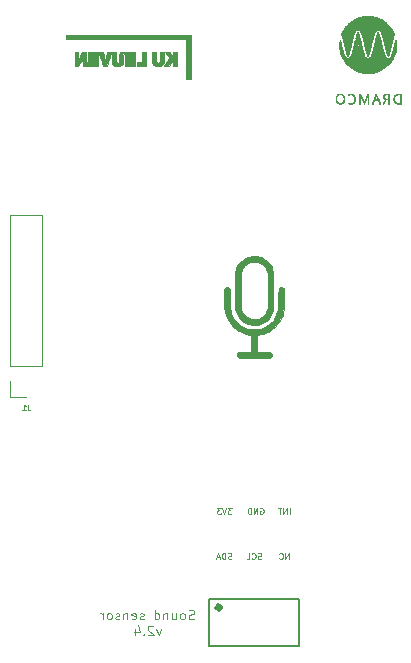
<source format=gbo>
G04 #@! TF.GenerationSoftware,KiCad,Pcbnew,(5.1.6)-1*
G04 #@! TF.CreationDate,2021-11-15T16:14:39+01:00*
G04 #@! TF.ProjectId,SoundModulev2,536f756e-644d-46f6-9475-6c6576322e6b,rev?*
G04 #@! TF.SameCoordinates,Original*
G04 #@! TF.FileFunction,Legend,Bot*
G04 #@! TF.FilePolarity,Positive*
%FSLAX46Y46*%
G04 Gerber Fmt 4.6, Leading zero omitted, Abs format (unit mm)*
G04 Created by KiCad (PCBNEW (5.1.6)-1) date 2021-11-15 16:14:39*
%MOMM*%
%LPD*%
G01*
G04 APERTURE LIST*
%ADD10C,0.125000*%
%ADD11C,0.152400*%
%ADD12C,0.500000*%
%ADD13C,0.010000*%
%ADD14C,0.120000*%
G04 APERTURE END LIST*
D10*
X125491500Y-95709870D02*
X125491500Y-95209870D01*
X125253405Y-95709870D02*
X125253405Y-95209870D01*
X124967691Y-95709870D01*
X124967691Y-95209870D01*
X124801024Y-95209870D02*
X124515310Y-95209870D01*
X124658167Y-95709870D02*
X124658167Y-95209870D01*
X117399577Y-104593789D02*
X117285291Y-104631884D01*
X117094815Y-104631884D01*
X117018624Y-104593789D01*
X116980529Y-104555694D01*
X116942434Y-104479503D01*
X116942434Y-104403313D01*
X116980529Y-104327122D01*
X117018624Y-104289027D01*
X117094815Y-104250932D01*
X117247196Y-104212837D01*
X117323386Y-104174741D01*
X117361481Y-104136646D01*
X117399577Y-104060456D01*
X117399577Y-103984265D01*
X117361481Y-103908075D01*
X117323386Y-103869980D01*
X117247196Y-103831884D01*
X117056720Y-103831884D01*
X116942434Y-103869980D01*
X116485291Y-104631884D02*
X116561481Y-104593789D01*
X116599577Y-104555694D01*
X116637672Y-104479503D01*
X116637672Y-104250932D01*
X116599577Y-104174741D01*
X116561481Y-104136646D01*
X116485291Y-104098551D01*
X116371005Y-104098551D01*
X116294815Y-104136646D01*
X116256720Y-104174741D01*
X116218624Y-104250932D01*
X116218624Y-104479503D01*
X116256720Y-104555694D01*
X116294815Y-104593789D01*
X116371005Y-104631884D01*
X116485291Y-104631884D01*
X115532910Y-104098551D02*
X115532910Y-104631884D01*
X115875767Y-104098551D02*
X115875767Y-104517599D01*
X115837672Y-104593789D01*
X115761481Y-104631884D01*
X115647196Y-104631884D01*
X115571005Y-104593789D01*
X115532910Y-104555694D01*
X115151958Y-104098551D02*
X115151958Y-104631884D01*
X115151958Y-104174741D02*
X115113862Y-104136646D01*
X115037672Y-104098551D01*
X114923386Y-104098551D01*
X114847196Y-104136646D01*
X114809100Y-104212837D01*
X114809100Y-104631884D01*
X114085291Y-104631884D02*
X114085291Y-103831884D01*
X114085291Y-104593789D02*
X114161481Y-104631884D01*
X114313862Y-104631884D01*
X114390053Y-104593789D01*
X114428148Y-104555694D01*
X114466243Y-104479503D01*
X114466243Y-104250932D01*
X114428148Y-104174741D01*
X114390053Y-104136646D01*
X114313862Y-104098551D01*
X114161481Y-104098551D01*
X114085291Y-104136646D01*
X113132910Y-104593789D02*
X113056720Y-104631884D01*
X112904339Y-104631884D01*
X112828148Y-104593789D01*
X112790053Y-104517599D01*
X112790053Y-104479503D01*
X112828148Y-104403313D01*
X112904339Y-104365218D01*
X113018624Y-104365218D01*
X113094815Y-104327122D01*
X113132910Y-104250932D01*
X113132910Y-104212837D01*
X113094815Y-104136646D01*
X113018624Y-104098551D01*
X112904339Y-104098551D01*
X112828148Y-104136646D01*
X112142434Y-104593789D02*
X112218624Y-104631884D01*
X112371005Y-104631884D01*
X112447196Y-104593789D01*
X112485291Y-104517599D01*
X112485291Y-104212837D01*
X112447196Y-104136646D01*
X112371005Y-104098551D01*
X112218624Y-104098551D01*
X112142434Y-104136646D01*
X112104339Y-104212837D01*
X112104339Y-104289027D01*
X112485291Y-104365218D01*
X111761481Y-104098551D02*
X111761481Y-104631884D01*
X111761481Y-104174741D02*
X111723386Y-104136646D01*
X111647196Y-104098551D01*
X111532910Y-104098551D01*
X111456720Y-104136646D01*
X111418624Y-104212837D01*
X111418624Y-104631884D01*
X111075767Y-104593789D02*
X110999577Y-104631884D01*
X110847196Y-104631884D01*
X110771005Y-104593789D01*
X110732910Y-104517599D01*
X110732910Y-104479503D01*
X110771005Y-104403313D01*
X110847196Y-104365218D01*
X110961481Y-104365218D01*
X111037672Y-104327122D01*
X111075767Y-104250932D01*
X111075767Y-104212837D01*
X111037672Y-104136646D01*
X110961481Y-104098551D01*
X110847196Y-104098551D01*
X110771005Y-104136646D01*
X110275767Y-104631884D02*
X110351958Y-104593789D01*
X110390053Y-104555694D01*
X110428148Y-104479503D01*
X110428148Y-104250932D01*
X110390053Y-104174741D01*
X110351958Y-104136646D01*
X110275767Y-104098551D01*
X110161481Y-104098551D01*
X110085291Y-104136646D01*
X110047196Y-104174741D01*
X110009100Y-104250932D01*
X110009100Y-104479503D01*
X110047196Y-104555694D01*
X110085291Y-104593789D01*
X110161481Y-104631884D01*
X110275767Y-104631884D01*
X109666243Y-104631884D02*
X109666243Y-104098551D01*
X109666243Y-104250932D02*
X109628148Y-104174741D01*
X109590053Y-104136646D01*
X109513862Y-104098551D01*
X109437672Y-104098551D01*
X114599577Y-105423551D02*
X114409100Y-105956884D01*
X114218624Y-105423551D01*
X113951958Y-105233075D02*
X113913862Y-105194980D01*
X113837672Y-105156884D01*
X113647196Y-105156884D01*
X113571005Y-105194980D01*
X113532910Y-105233075D01*
X113494815Y-105309265D01*
X113494815Y-105385456D01*
X113532910Y-105499741D01*
X113990053Y-105956884D01*
X113494815Y-105956884D01*
X113151958Y-105880694D02*
X113113862Y-105918789D01*
X113151958Y-105956884D01*
X113190053Y-105918789D01*
X113151958Y-105880694D01*
X113151958Y-105956884D01*
X112428148Y-105423551D02*
X112428148Y-105956884D01*
X112618624Y-105118789D02*
X112809100Y-105690218D01*
X112313862Y-105690218D01*
X120578167Y-95209870D02*
X120268643Y-95209870D01*
X120435310Y-95400346D01*
X120363881Y-95400346D01*
X120316262Y-95424156D01*
X120292453Y-95447965D01*
X120268643Y-95495584D01*
X120268643Y-95614632D01*
X120292453Y-95662251D01*
X120316262Y-95686060D01*
X120363881Y-95709870D01*
X120506739Y-95709870D01*
X120554358Y-95686060D01*
X120578167Y-95662251D01*
X120125786Y-95209870D02*
X119959120Y-95709870D01*
X119792453Y-95209870D01*
X119673405Y-95209870D02*
X119363881Y-95209870D01*
X119530548Y-95400346D01*
X119459120Y-95400346D01*
X119411500Y-95424156D01*
X119387691Y-95447965D01*
X119363881Y-95495584D01*
X119363881Y-95614632D01*
X119387691Y-95662251D01*
X119411500Y-95686060D01*
X119459120Y-95709870D01*
X119601977Y-95709870D01*
X119649596Y-95686060D01*
X119673405Y-95662251D01*
X123007072Y-95233680D02*
X123054691Y-95209870D01*
X123126120Y-95209870D01*
X123197548Y-95233680D01*
X123245167Y-95281299D01*
X123268977Y-95328918D01*
X123292786Y-95424156D01*
X123292786Y-95495584D01*
X123268977Y-95590822D01*
X123245167Y-95638441D01*
X123197548Y-95686060D01*
X123126120Y-95709870D01*
X123078500Y-95709870D01*
X123007072Y-95686060D01*
X122983262Y-95662251D01*
X122983262Y-95495584D01*
X123078500Y-95495584D01*
X122768977Y-95709870D02*
X122768977Y-95209870D01*
X122483262Y-95709870D01*
X122483262Y-95209870D01*
X122245167Y-95709870D02*
X122245167Y-95209870D01*
X122126120Y-95209870D01*
X122054691Y-95233680D01*
X122007072Y-95281299D01*
X121983262Y-95328918D01*
X121959453Y-95424156D01*
X121959453Y-95495584D01*
X121983262Y-95590822D01*
X122007072Y-95638441D01*
X122054691Y-95686060D01*
X122126120Y-95709870D01*
X122245167Y-95709870D01*
X125431977Y-99519870D02*
X125431977Y-99019870D01*
X125146262Y-99519870D01*
X125146262Y-99019870D01*
X124622453Y-99472251D02*
X124646262Y-99496060D01*
X124717691Y-99519870D01*
X124765310Y-99519870D01*
X124836739Y-99496060D01*
X124884358Y-99448441D01*
X124908167Y-99400822D01*
X124931977Y-99305584D01*
X124931977Y-99234156D01*
X124908167Y-99138918D01*
X124884358Y-99091299D01*
X124836739Y-99043680D01*
X124765310Y-99019870D01*
X124717691Y-99019870D01*
X124646262Y-99043680D01*
X124622453Y-99067489D01*
X123094358Y-99496060D02*
X123022929Y-99519870D01*
X122903881Y-99519870D01*
X122856262Y-99496060D01*
X122832453Y-99472251D01*
X122808643Y-99424632D01*
X122808643Y-99377013D01*
X122832453Y-99329394D01*
X122856262Y-99305584D01*
X122903881Y-99281775D01*
X122999120Y-99257965D01*
X123046739Y-99234156D01*
X123070548Y-99210346D01*
X123094358Y-99162727D01*
X123094358Y-99115108D01*
X123070548Y-99067489D01*
X123046739Y-99043680D01*
X122999120Y-99019870D01*
X122880072Y-99019870D01*
X122808643Y-99043680D01*
X122308643Y-99472251D02*
X122332453Y-99496060D01*
X122403881Y-99519870D01*
X122451500Y-99519870D01*
X122522929Y-99496060D01*
X122570548Y-99448441D01*
X122594358Y-99400822D01*
X122618167Y-99305584D01*
X122618167Y-99234156D01*
X122594358Y-99138918D01*
X122570548Y-99091299D01*
X122522929Y-99043680D01*
X122451500Y-99019870D01*
X122403881Y-99019870D01*
X122332453Y-99043680D01*
X122308643Y-99067489D01*
X121856262Y-99519870D02*
X122094358Y-99519870D01*
X122094358Y-99019870D01*
X120566262Y-99496060D02*
X120494834Y-99519870D01*
X120375786Y-99519870D01*
X120328167Y-99496060D01*
X120304358Y-99472251D01*
X120280548Y-99424632D01*
X120280548Y-99377013D01*
X120304358Y-99329394D01*
X120328167Y-99305584D01*
X120375786Y-99281775D01*
X120471024Y-99257965D01*
X120518643Y-99234156D01*
X120542453Y-99210346D01*
X120566262Y-99162727D01*
X120566262Y-99115108D01*
X120542453Y-99067489D01*
X120518643Y-99043680D01*
X120471024Y-99019870D01*
X120351977Y-99019870D01*
X120280548Y-99043680D01*
X120066262Y-99519870D02*
X120066262Y-99019870D01*
X119947215Y-99019870D01*
X119875786Y-99043680D01*
X119828167Y-99091299D01*
X119804358Y-99138918D01*
X119780548Y-99234156D01*
X119780548Y-99305584D01*
X119804358Y-99400822D01*
X119828167Y-99448441D01*
X119875786Y-99496060D01*
X119947215Y-99519870D01*
X120066262Y-99519870D01*
X119590072Y-99377013D02*
X119351977Y-99377013D01*
X119637691Y-99519870D02*
X119471024Y-99019870D01*
X119304358Y-99519870D01*
D11*
X118689120Y-102913680D02*
X118689120Y-106913680D01*
X118689120Y-102913680D02*
X126309120Y-102913680D01*
X118689120Y-106913680D02*
X126309120Y-106913680D01*
X126309120Y-102913680D02*
X126309120Y-106913680D01*
D12*
X119620539Y-103613680D02*
G75*
G03*
X119620539Y-103613680I-141419J0D01*
G01*
D13*
G36*
X122304460Y-73893655D02*
G01*
X122116470Y-73926619D01*
X121936166Y-73980912D01*
X121764563Y-74056004D01*
X121602678Y-74151366D01*
X121451526Y-74266469D01*
X121312123Y-74400782D01*
X121185485Y-74553776D01*
X121169561Y-74575639D01*
X121070923Y-74732551D01*
X120992462Y-74900258D01*
X120934068Y-75079069D01*
X120895633Y-75269294D01*
X120882139Y-75388630D01*
X120879934Y-75428878D01*
X120878029Y-75492055D01*
X120876423Y-75578002D01*
X120875119Y-75686560D01*
X120874117Y-75817569D01*
X120873418Y-75970870D01*
X120873022Y-76146303D01*
X120872931Y-76343709D01*
X120873146Y-76562928D01*
X120873666Y-76803801D01*
X120873928Y-76895498D01*
X120874582Y-77103559D01*
X120875232Y-77289843D01*
X120875897Y-77455665D01*
X120876601Y-77602338D01*
X120877363Y-77731177D01*
X120878206Y-77843495D01*
X120879150Y-77940608D01*
X120880218Y-78023829D01*
X120881429Y-78094472D01*
X120882806Y-78153851D01*
X120884369Y-78203281D01*
X120886141Y-78244076D01*
X120888142Y-78277550D01*
X120890393Y-78305016D01*
X120892916Y-78327790D01*
X120895732Y-78347185D01*
X120897615Y-78357980D01*
X120944288Y-78549370D01*
X121011081Y-78730493D01*
X121096968Y-78900187D01*
X121200923Y-79057288D01*
X121321921Y-79200632D01*
X121458935Y-79329056D01*
X121610941Y-79441396D01*
X121776912Y-79536489D01*
X121955823Y-79613171D01*
X122024632Y-79636498D01*
X122114913Y-79660460D01*
X122218493Y-79680468D01*
X122328066Y-79695653D01*
X122436327Y-79705146D01*
X122535972Y-79708079D01*
X122603029Y-79705253D01*
X122801038Y-79677423D01*
X122989782Y-79629132D01*
X123168157Y-79561253D01*
X123335057Y-79474661D01*
X123489380Y-79370229D01*
X123630020Y-79248832D01*
X123755872Y-79111343D01*
X123865834Y-78958637D01*
X123958799Y-78791589D01*
X124033665Y-78611070D01*
X124050881Y-78559349D01*
X124061014Y-78527364D01*
X124070107Y-78498079D01*
X124078219Y-78470132D01*
X124085411Y-78442161D01*
X124091742Y-78412801D01*
X124097273Y-78380692D01*
X124102064Y-78344470D01*
X124106175Y-78302773D01*
X124109667Y-78254239D01*
X124112598Y-78197504D01*
X124115030Y-78131206D01*
X124117023Y-78053982D01*
X124118636Y-77964471D01*
X124119930Y-77861308D01*
X124120965Y-77743133D01*
X124121801Y-77608581D01*
X124122499Y-77456292D01*
X124122702Y-77399952D01*
X123640389Y-77399952D01*
X123640248Y-77574548D01*
X123639880Y-77728277D01*
X123639280Y-77861696D01*
X123638446Y-77975359D01*
X123637375Y-78069824D01*
X123636063Y-78145646D01*
X123634507Y-78203380D01*
X123632703Y-78243583D01*
X123630648Y-78266810D01*
X123630376Y-78268530D01*
X123593389Y-78419932D01*
X123536517Y-78564356D01*
X123461545Y-78699669D01*
X123370262Y-78823739D01*
X123264452Y-78934437D01*
X123145902Y-79029630D01*
X123016400Y-79107186D01*
X122879579Y-79164360D01*
X122802034Y-79188906D01*
X122736098Y-79206101D01*
X122674443Y-79216998D01*
X122609739Y-79222649D01*
X122534660Y-79224109D01*
X122470256Y-79223159D01*
X122395704Y-79220805D01*
X122337829Y-79217173D01*
X122290223Y-79211462D01*
X122246476Y-79202872D01*
X122200181Y-79190604D01*
X122193165Y-79188557D01*
X122039411Y-79131813D01*
X121897525Y-79056278D01*
X121768886Y-78963490D01*
X121654871Y-78854983D01*
X121556858Y-78732296D01*
X121476227Y-78596963D01*
X121414355Y-78450523D01*
X121372620Y-78294510D01*
X121367863Y-78268530D01*
X121365777Y-78247364D01*
X121363943Y-78209291D01*
X121362356Y-78153754D01*
X121361014Y-78080200D01*
X121359913Y-77988071D01*
X121359050Y-77876812D01*
X121358422Y-77745866D01*
X121358025Y-77594679D01*
X121357856Y-77422694D01*
X121357911Y-77229355D01*
X121358188Y-77014107D01*
X121358683Y-76776394D01*
X121358760Y-76745408D01*
X121362379Y-75296453D01*
X121388815Y-75212634D01*
X121434525Y-75083421D01*
X121484429Y-74973420D01*
X121537314Y-74883221D01*
X121636200Y-74754043D01*
X121749152Y-74641456D01*
X121874211Y-74546328D01*
X122009419Y-74469527D01*
X122152816Y-74411920D01*
X122302443Y-74374375D01*
X122456342Y-74357760D01*
X122612554Y-74362942D01*
X122688144Y-74373490D01*
X122847311Y-74412534D01*
X122995952Y-74472129D01*
X123134010Y-74552243D01*
X123261425Y-74652845D01*
X123330870Y-74721039D01*
X123412222Y-74815626D01*
X123479782Y-74913758D01*
X123536673Y-75020950D01*
X123586020Y-75142717D01*
X123609424Y-75212634D01*
X123635860Y-75296453D01*
X123639480Y-76745408D01*
X123640002Y-76985938D01*
X123640306Y-77203934D01*
X123640389Y-77399952D01*
X124122702Y-77399952D01*
X124123118Y-77284901D01*
X124123718Y-77093047D01*
X124124311Y-76895498D01*
X124124942Y-76646893D01*
X124125267Y-76419884D01*
X124125285Y-76214631D01*
X124124999Y-76031294D01*
X124124408Y-75870032D01*
X124123515Y-75731004D01*
X124122319Y-75614370D01*
X124120822Y-75520290D01*
X124119024Y-75448922D01*
X124116926Y-75400427D01*
X124116101Y-75388630D01*
X124089548Y-75191431D01*
X124043102Y-75005832D01*
X123976654Y-74831522D01*
X123890095Y-74668192D01*
X123828678Y-74575639D01*
X123703826Y-74420185D01*
X123566072Y-74283341D01*
X123416434Y-74165637D01*
X123255926Y-74067603D01*
X123085565Y-73989767D01*
X122906366Y-73932660D01*
X122719346Y-73896811D01*
X122525520Y-73882749D01*
X122499120Y-73882549D01*
X122304460Y-73893655D01*
G37*
X122304460Y-73893655D02*
X122116470Y-73926619D01*
X121936166Y-73980912D01*
X121764563Y-74056004D01*
X121602678Y-74151366D01*
X121451526Y-74266469D01*
X121312123Y-74400782D01*
X121185485Y-74553776D01*
X121169561Y-74575639D01*
X121070923Y-74732551D01*
X120992462Y-74900258D01*
X120934068Y-75079069D01*
X120895633Y-75269294D01*
X120882139Y-75388630D01*
X120879934Y-75428878D01*
X120878029Y-75492055D01*
X120876423Y-75578002D01*
X120875119Y-75686560D01*
X120874117Y-75817569D01*
X120873418Y-75970870D01*
X120873022Y-76146303D01*
X120872931Y-76343709D01*
X120873146Y-76562928D01*
X120873666Y-76803801D01*
X120873928Y-76895498D01*
X120874582Y-77103559D01*
X120875232Y-77289843D01*
X120875897Y-77455665D01*
X120876601Y-77602338D01*
X120877363Y-77731177D01*
X120878206Y-77843495D01*
X120879150Y-77940608D01*
X120880218Y-78023829D01*
X120881429Y-78094472D01*
X120882806Y-78153851D01*
X120884369Y-78203281D01*
X120886141Y-78244076D01*
X120888142Y-78277550D01*
X120890393Y-78305016D01*
X120892916Y-78327790D01*
X120895732Y-78347185D01*
X120897615Y-78357980D01*
X120944288Y-78549370D01*
X121011081Y-78730493D01*
X121096968Y-78900187D01*
X121200923Y-79057288D01*
X121321921Y-79200632D01*
X121458935Y-79329056D01*
X121610941Y-79441396D01*
X121776912Y-79536489D01*
X121955823Y-79613171D01*
X122024632Y-79636498D01*
X122114913Y-79660460D01*
X122218493Y-79680468D01*
X122328066Y-79695653D01*
X122436327Y-79705146D01*
X122535972Y-79708079D01*
X122603029Y-79705253D01*
X122801038Y-79677423D01*
X122989782Y-79629132D01*
X123168157Y-79561253D01*
X123335057Y-79474661D01*
X123489380Y-79370229D01*
X123630020Y-79248832D01*
X123755872Y-79111343D01*
X123865834Y-78958637D01*
X123958799Y-78791589D01*
X124033665Y-78611070D01*
X124050881Y-78559349D01*
X124061014Y-78527364D01*
X124070107Y-78498079D01*
X124078219Y-78470132D01*
X124085411Y-78442161D01*
X124091742Y-78412801D01*
X124097273Y-78380692D01*
X124102064Y-78344470D01*
X124106175Y-78302773D01*
X124109667Y-78254239D01*
X124112598Y-78197504D01*
X124115030Y-78131206D01*
X124117023Y-78053982D01*
X124118636Y-77964471D01*
X124119930Y-77861308D01*
X124120965Y-77743133D01*
X124121801Y-77608581D01*
X124122499Y-77456292D01*
X124122702Y-77399952D01*
X123640389Y-77399952D01*
X123640248Y-77574548D01*
X123639880Y-77728277D01*
X123639280Y-77861696D01*
X123638446Y-77975359D01*
X123637375Y-78069824D01*
X123636063Y-78145646D01*
X123634507Y-78203380D01*
X123632703Y-78243583D01*
X123630648Y-78266810D01*
X123630376Y-78268530D01*
X123593389Y-78419932D01*
X123536517Y-78564356D01*
X123461545Y-78699669D01*
X123370262Y-78823739D01*
X123264452Y-78934437D01*
X123145902Y-79029630D01*
X123016400Y-79107186D01*
X122879579Y-79164360D01*
X122802034Y-79188906D01*
X122736098Y-79206101D01*
X122674443Y-79216998D01*
X122609739Y-79222649D01*
X122534660Y-79224109D01*
X122470256Y-79223159D01*
X122395704Y-79220805D01*
X122337829Y-79217173D01*
X122290223Y-79211462D01*
X122246476Y-79202872D01*
X122200181Y-79190604D01*
X122193165Y-79188557D01*
X122039411Y-79131813D01*
X121897525Y-79056278D01*
X121768886Y-78963490D01*
X121654871Y-78854983D01*
X121556858Y-78732296D01*
X121476227Y-78596963D01*
X121414355Y-78450523D01*
X121372620Y-78294510D01*
X121367863Y-78268530D01*
X121365777Y-78247364D01*
X121363943Y-78209291D01*
X121362356Y-78153754D01*
X121361014Y-78080200D01*
X121359913Y-77988071D01*
X121359050Y-77876812D01*
X121358422Y-77745866D01*
X121358025Y-77594679D01*
X121357856Y-77422694D01*
X121357911Y-77229355D01*
X121358188Y-77014107D01*
X121358683Y-76776394D01*
X121358760Y-76745408D01*
X121362379Y-75296453D01*
X121388815Y-75212634D01*
X121434525Y-75083421D01*
X121484429Y-74973420D01*
X121537314Y-74883221D01*
X121636200Y-74754043D01*
X121749152Y-74641456D01*
X121874211Y-74546328D01*
X122009419Y-74469527D01*
X122152816Y-74411920D01*
X122302443Y-74374375D01*
X122456342Y-74357760D01*
X122612554Y-74362942D01*
X122688144Y-74373490D01*
X122847311Y-74412534D01*
X122995952Y-74472129D01*
X123134010Y-74552243D01*
X123261425Y-74652845D01*
X123330870Y-74721039D01*
X123412222Y-74815626D01*
X123479782Y-74913758D01*
X123536673Y-75020950D01*
X123586020Y-75142717D01*
X123609424Y-75212634D01*
X123635860Y-75296453D01*
X123639480Y-76745408D01*
X123640002Y-76985938D01*
X123640306Y-77203934D01*
X123640389Y-77399952D01*
X124122702Y-77399952D01*
X124123118Y-77284901D01*
X124123718Y-77093047D01*
X124124311Y-76895498D01*
X124124942Y-76646893D01*
X124125267Y-76419884D01*
X124125285Y-76214631D01*
X124124999Y-76031294D01*
X124124408Y-75870032D01*
X124123515Y-75731004D01*
X124122319Y-75614370D01*
X124120822Y-75520290D01*
X124119024Y-75448922D01*
X124116926Y-75400427D01*
X124116101Y-75388630D01*
X124089548Y-75191431D01*
X124043102Y-75005832D01*
X123976654Y-74831522D01*
X123890095Y-74668192D01*
X123828678Y-74575639D01*
X123703826Y-74420185D01*
X123566072Y-74283341D01*
X123416434Y-74165637D01*
X123255926Y-74067603D01*
X123085565Y-73989767D01*
X122906366Y-73932660D01*
X122719346Y-73896811D01*
X122525520Y-73882749D01*
X122499120Y-73882549D01*
X122304460Y-73893655D01*
G36*
X124760602Y-76507217D02*
G01*
X124699744Y-76524449D01*
X124644452Y-76557820D01*
X124598452Y-76607378D01*
X124572141Y-76655559D01*
X124568407Y-76666888D01*
X124565216Y-76682787D01*
X124562527Y-76705006D01*
X124560298Y-76735290D01*
X124558487Y-76775387D01*
X124557053Y-76827044D01*
X124555952Y-76892008D01*
X124555145Y-76972025D01*
X124554587Y-77068844D01*
X124554239Y-77184210D01*
X124554057Y-77319871D01*
X124554011Y-77411787D01*
X124553790Y-77541641D01*
X124553222Y-77667421D01*
X124552343Y-77786742D01*
X124551184Y-77897221D01*
X124549780Y-77996475D01*
X124548165Y-78082120D01*
X124546371Y-78151772D01*
X124544433Y-78203047D01*
X124542431Y-78233124D01*
X124509395Y-78444874D01*
X124455957Y-78650945D01*
X124383078Y-78848862D01*
X124291715Y-79036153D01*
X124182828Y-79210341D01*
X124142149Y-79265924D01*
X124004363Y-79430735D01*
X123856363Y-79575864D01*
X123695672Y-79703381D01*
X123519814Y-79815360D01*
X123424138Y-79866824D01*
X123246530Y-79948095D01*
X123070963Y-80009495D01*
X122892657Y-80052155D01*
X122706832Y-80077205D01*
X122508708Y-80085779D01*
X122499120Y-80085796D01*
X122300308Y-80077960D01*
X122114017Y-80053701D01*
X121935468Y-80011885D01*
X121759879Y-79951381D01*
X121582472Y-79871059D01*
X121574102Y-79866824D01*
X121389615Y-79761926D01*
X121221549Y-79642541D01*
X121067429Y-79506594D01*
X120924777Y-79352014D01*
X120856090Y-79265924D01*
X120741486Y-79096734D01*
X120644081Y-78913604D01*
X120564834Y-78719008D01*
X120504705Y-78515421D01*
X120464652Y-78305318D01*
X120455808Y-78233124D01*
X120453747Y-78201993D01*
X120451798Y-78150175D01*
X120449994Y-78080075D01*
X120448370Y-77994099D01*
X120446961Y-77894650D01*
X120445801Y-77784133D01*
X120444925Y-77664952D01*
X120444367Y-77539512D01*
X120444165Y-77420817D01*
X120443902Y-77260552D01*
X120443250Y-77117772D01*
X120442221Y-76993280D01*
X120440828Y-76887881D01*
X120439085Y-76802378D01*
X120437005Y-76737577D01*
X120434601Y-76694281D01*
X120431975Y-76673607D01*
X120403746Y-76612718D01*
X120358278Y-76564340D01*
X120299176Y-76531037D01*
X120230039Y-76515375D01*
X120208559Y-76514498D01*
X120135402Y-76522304D01*
X120076037Y-76547046D01*
X120027189Y-76590710D01*
X119989812Y-76647271D01*
X119984850Y-76656792D01*
X119980595Y-76666749D01*
X119976994Y-76678892D01*
X119973993Y-76694968D01*
X119971538Y-76716727D01*
X119969576Y-76745917D01*
X119968052Y-76784286D01*
X119966914Y-76833583D01*
X119966107Y-76895556D01*
X119965577Y-76971954D01*
X119965272Y-77064525D01*
X119965136Y-77175018D01*
X119965118Y-77305181D01*
X119965159Y-77449680D01*
X119965272Y-77604188D01*
X119965523Y-77737589D01*
X119965959Y-77851871D01*
X119966627Y-77949016D01*
X119967573Y-78031011D01*
X119968845Y-78099840D01*
X119970488Y-78157489D01*
X119972550Y-78205943D01*
X119975076Y-78247186D01*
X119978114Y-78283203D01*
X119981710Y-78315981D01*
X119985910Y-78347503D01*
X119986302Y-78350226D01*
X120032962Y-78598649D01*
X120099385Y-78835145D01*
X120185656Y-79059863D01*
X120291859Y-79272955D01*
X120418079Y-79474571D01*
X120564399Y-79664862D01*
X120730903Y-79843979D01*
X120910209Y-80005886D01*
X121070480Y-80126013D01*
X121247766Y-80235230D01*
X121437858Y-80331716D01*
X121636542Y-80413650D01*
X121839609Y-80479210D01*
X122042847Y-80526574D01*
X122155642Y-80544534D01*
X122256665Y-80557793D01*
X122256665Y-81997309D01*
X121728461Y-82000836D01*
X121604194Y-82001694D01*
X121500870Y-82002533D01*
X121416339Y-82003457D01*
X121348454Y-82004574D01*
X121295065Y-82005988D01*
X121254025Y-82007807D01*
X121223185Y-82010137D01*
X121200396Y-82013083D01*
X121183510Y-82016751D01*
X121170380Y-82021249D01*
X121158855Y-82026682D01*
X121154074Y-82029216D01*
X121095539Y-82069589D01*
X121054838Y-82119774D01*
X121039171Y-82151353D01*
X121022331Y-82219545D01*
X121026391Y-82287864D01*
X121049562Y-82352140D01*
X121090056Y-82408203D01*
X121146085Y-82451881D01*
X121173908Y-82465568D01*
X121182607Y-82468385D01*
X121195301Y-82470894D01*
X121213264Y-82473112D01*
X121237771Y-82475054D01*
X121270098Y-82476739D01*
X121311520Y-82478182D01*
X121363311Y-82479402D01*
X121426746Y-82480413D01*
X121503101Y-82481234D01*
X121593651Y-82481880D01*
X121699669Y-82482370D01*
X121822433Y-82482719D01*
X121963215Y-82482944D01*
X122123293Y-82483062D01*
X122303939Y-82483090D01*
X122501635Y-82483046D01*
X122704083Y-82482946D01*
X122884702Y-82482782D01*
X123044755Y-82482539D01*
X123185505Y-82482199D01*
X123308215Y-82481745D01*
X123414148Y-82481160D01*
X123504565Y-82480426D01*
X123580729Y-82479528D01*
X123643904Y-82478447D01*
X123695351Y-82477166D01*
X123736333Y-82475669D01*
X123768113Y-82473938D01*
X123791954Y-82471957D01*
X123809118Y-82469707D01*
X123820868Y-82467173D01*
X123826847Y-82465091D01*
X123888311Y-82427096D01*
X123934951Y-82375082D01*
X123964985Y-82313280D01*
X123976629Y-82245922D01*
X123968101Y-82177237D01*
X123959069Y-82151353D01*
X123925742Y-82094082D01*
X123877055Y-82049250D01*
X123844165Y-82029216D01*
X123832678Y-82023367D01*
X123820468Y-82018497D01*
X123805389Y-82014500D01*
X123785292Y-82011269D01*
X123758027Y-82008699D01*
X123721447Y-82006682D01*
X123673404Y-82005114D01*
X123611748Y-82003888D01*
X123534332Y-82002897D01*
X123439007Y-82002036D01*
X123323624Y-82001199D01*
X123269779Y-82000836D01*
X122741574Y-81997309D01*
X122741574Y-80557793D01*
X122842597Y-80544534D01*
X123044080Y-80508203D01*
X123247761Y-80452652D01*
X123449429Y-80379703D01*
X123644871Y-80291177D01*
X123829877Y-80188896D01*
X124000236Y-80074680D01*
X124088031Y-80005886D01*
X124274066Y-79837329D01*
X124439853Y-79657702D01*
X124585460Y-79466878D01*
X124710958Y-79264733D01*
X124816416Y-79051142D01*
X124901905Y-78825979D01*
X124967493Y-78589120D01*
X125011858Y-78350226D01*
X125016116Y-78318526D01*
X125019764Y-78285657D01*
X125022847Y-78249626D01*
X125025414Y-78208438D01*
X125027511Y-78160098D01*
X125029186Y-78102611D01*
X125030485Y-78033983D01*
X125031457Y-77952219D01*
X125032147Y-77855324D01*
X125032603Y-77741303D01*
X125032872Y-77608163D01*
X125033001Y-77455453D01*
X125032985Y-77298256D01*
X125032762Y-77162612D01*
X125032303Y-77046987D01*
X125031579Y-76949843D01*
X125030560Y-76869645D01*
X125029218Y-76804856D01*
X125027523Y-76753940D01*
X125025446Y-76715361D01*
X125022957Y-76687583D01*
X125020029Y-76669070D01*
X125017923Y-76661410D01*
X124985145Y-76598686D01*
X124939296Y-76551857D01*
X124884105Y-76520969D01*
X124823298Y-76506073D01*
X124760602Y-76507217D01*
G37*
X124760602Y-76507217D02*
X124699744Y-76524449D01*
X124644452Y-76557820D01*
X124598452Y-76607378D01*
X124572141Y-76655559D01*
X124568407Y-76666888D01*
X124565216Y-76682787D01*
X124562527Y-76705006D01*
X124560298Y-76735290D01*
X124558487Y-76775387D01*
X124557053Y-76827044D01*
X124555952Y-76892008D01*
X124555145Y-76972025D01*
X124554587Y-77068844D01*
X124554239Y-77184210D01*
X124554057Y-77319871D01*
X124554011Y-77411787D01*
X124553790Y-77541641D01*
X124553222Y-77667421D01*
X124552343Y-77786742D01*
X124551184Y-77897221D01*
X124549780Y-77996475D01*
X124548165Y-78082120D01*
X124546371Y-78151772D01*
X124544433Y-78203047D01*
X124542431Y-78233124D01*
X124509395Y-78444874D01*
X124455957Y-78650945D01*
X124383078Y-78848862D01*
X124291715Y-79036153D01*
X124182828Y-79210341D01*
X124142149Y-79265924D01*
X124004363Y-79430735D01*
X123856363Y-79575864D01*
X123695672Y-79703381D01*
X123519814Y-79815360D01*
X123424138Y-79866824D01*
X123246530Y-79948095D01*
X123070963Y-80009495D01*
X122892657Y-80052155D01*
X122706832Y-80077205D01*
X122508708Y-80085779D01*
X122499120Y-80085796D01*
X122300308Y-80077960D01*
X122114017Y-80053701D01*
X121935468Y-80011885D01*
X121759879Y-79951381D01*
X121582472Y-79871059D01*
X121574102Y-79866824D01*
X121389615Y-79761926D01*
X121221549Y-79642541D01*
X121067429Y-79506594D01*
X120924777Y-79352014D01*
X120856090Y-79265924D01*
X120741486Y-79096734D01*
X120644081Y-78913604D01*
X120564834Y-78719008D01*
X120504705Y-78515421D01*
X120464652Y-78305318D01*
X120455808Y-78233124D01*
X120453747Y-78201993D01*
X120451798Y-78150175D01*
X120449994Y-78080075D01*
X120448370Y-77994099D01*
X120446961Y-77894650D01*
X120445801Y-77784133D01*
X120444925Y-77664952D01*
X120444367Y-77539512D01*
X120444165Y-77420817D01*
X120443902Y-77260552D01*
X120443250Y-77117772D01*
X120442221Y-76993280D01*
X120440828Y-76887881D01*
X120439085Y-76802378D01*
X120437005Y-76737577D01*
X120434601Y-76694281D01*
X120431975Y-76673607D01*
X120403746Y-76612718D01*
X120358278Y-76564340D01*
X120299176Y-76531037D01*
X120230039Y-76515375D01*
X120208559Y-76514498D01*
X120135402Y-76522304D01*
X120076037Y-76547046D01*
X120027189Y-76590710D01*
X119989812Y-76647271D01*
X119984850Y-76656792D01*
X119980595Y-76666749D01*
X119976994Y-76678892D01*
X119973993Y-76694968D01*
X119971538Y-76716727D01*
X119969576Y-76745917D01*
X119968052Y-76784286D01*
X119966914Y-76833583D01*
X119966107Y-76895556D01*
X119965577Y-76971954D01*
X119965272Y-77064525D01*
X119965136Y-77175018D01*
X119965118Y-77305181D01*
X119965159Y-77449680D01*
X119965272Y-77604188D01*
X119965523Y-77737589D01*
X119965959Y-77851871D01*
X119966627Y-77949016D01*
X119967573Y-78031011D01*
X119968845Y-78099840D01*
X119970488Y-78157489D01*
X119972550Y-78205943D01*
X119975076Y-78247186D01*
X119978114Y-78283203D01*
X119981710Y-78315981D01*
X119985910Y-78347503D01*
X119986302Y-78350226D01*
X120032962Y-78598649D01*
X120099385Y-78835145D01*
X120185656Y-79059863D01*
X120291859Y-79272955D01*
X120418079Y-79474571D01*
X120564399Y-79664862D01*
X120730903Y-79843979D01*
X120910209Y-80005886D01*
X121070480Y-80126013D01*
X121247766Y-80235230D01*
X121437858Y-80331716D01*
X121636542Y-80413650D01*
X121839609Y-80479210D01*
X122042847Y-80526574D01*
X122155642Y-80544534D01*
X122256665Y-80557793D01*
X122256665Y-81997309D01*
X121728461Y-82000836D01*
X121604194Y-82001694D01*
X121500870Y-82002533D01*
X121416339Y-82003457D01*
X121348454Y-82004574D01*
X121295065Y-82005988D01*
X121254025Y-82007807D01*
X121223185Y-82010137D01*
X121200396Y-82013083D01*
X121183510Y-82016751D01*
X121170380Y-82021249D01*
X121158855Y-82026682D01*
X121154074Y-82029216D01*
X121095539Y-82069589D01*
X121054838Y-82119774D01*
X121039171Y-82151353D01*
X121022331Y-82219545D01*
X121026391Y-82287864D01*
X121049562Y-82352140D01*
X121090056Y-82408203D01*
X121146085Y-82451881D01*
X121173908Y-82465568D01*
X121182607Y-82468385D01*
X121195301Y-82470894D01*
X121213264Y-82473112D01*
X121237771Y-82475054D01*
X121270098Y-82476739D01*
X121311520Y-82478182D01*
X121363311Y-82479402D01*
X121426746Y-82480413D01*
X121503101Y-82481234D01*
X121593651Y-82481880D01*
X121699669Y-82482370D01*
X121822433Y-82482719D01*
X121963215Y-82482944D01*
X122123293Y-82483062D01*
X122303939Y-82483090D01*
X122501635Y-82483046D01*
X122704083Y-82482946D01*
X122884702Y-82482782D01*
X123044755Y-82482539D01*
X123185505Y-82482199D01*
X123308215Y-82481745D01*
X123414148Y-82481160D01*
X123504565Y-82480426D01*
X123580729Y-82479528D01*
X123643904Y-82478447D01*
X123695351Y-82477166D01*
X123736333Y-82475669D01*
X123768113Y-82473938D01*
X123791954Y-82471957D01*
X123809118Y-82469707D01*
X123820868Y-82467173D01*
X123826847Y-82465091D01*
X123888311Y-82427096D01*
X123934951Y-82375082D01*
X123964985Y-82313280D01*
X123976629Y-82245922D01*
X123968101Y-82177237D01*
X123959069Y-82151353D01*
X123925742Y-82094082D01*
X123877055Y-82049250D01*
X123844165Y-82029216D01*
X123832678Y-82023367D01*
X123820468Y-82018497D01*
X123805389Y-82014500D01*
X123785292Y-82011269D01*
X123758027Y-82008699D01*
X123721447Y-82006682D01*
X123673404Y-82005114D01*
X123611748Y-82003888D01*
X123534332Y-82002897D01*
X123439007Y-82002036D01*
X123323624Y-82001199D01*
X123269779Y-82000836D01*
X122741574Y-81997309D01*
X122741574Y-80557793D01*
X122842597Y-80544534D01*
X123044080Y-80508203D01*
X123247761Y-80452652D01*
X123449429Y-80379703D01*
X123644871Y-80291177D01*
X123829877Y-80188896D01*
X124000236Y-80074680D01*
X124088031Y-80005886D01*
X124274066Y-79837329D01*
X124439853Y-79657702D01*
X124585460Y-79466878D01*
X124710958Y-79264733D01*
X124816416Y-79051142D01*
X124901905Y-78825979D01*
X124967493Y-78589120D01*
X125011858Y-78350226D01*
X125016116Y-78318526D01*
X125019764Y-78285657D01*
X125022847Y-78249626D01*
X125025414Y-78208438D01*
X125027511Y-78160098D01*
X125029186Y-78102611D01*
X125030485Y-78033983D01*
X125031457Y-77952219D01*
X125032147Y-77855324D01*
X125032603Y-77741303D01*
X125032872Y-77608163D01*
X125033001Y-77455453D01*
X125032985Y-77298256D01*
X125032762Y-77162612D01*
X125032303Y-77046987D01*
X125031579Y-76949843D01*
X125030560Y-76869645D01*
X125029218Y-76804856D01*
X125027523Y-76753940D01*
X125025446Y-76715361D01*
X125022957Y-76687583D01*
X125020029Y-76669070D01*
X125017923Y-76661410D01*
X124985145Y-76598686D01*
X124939296Y-76551857D01*
X124884105Y-76520969D01*
X124823298Y-76506073D01*
X124760602Y-76507217D01*
G36*
X107292987Y-57760447D02*
G01*
X107621746Y-57760447D01*
X107787956Y-57454589D01*
X107813575Y-57407481D01*
X107838080Y-57362493D01*
X107861163Y-57320185D01*
X107882517Y-57281115D01*
X107901837Y-57245843D01*
X107918814Y-57214927D01*
X107933142Y-57188928D01*
X107944515Y-57168405D01*
X107952624Y-57153916D01*
X107957163Y-57146021D01*
X107958010Y-57144708D01*
X107958718Y-57148099D01*
X107959369Y-57159512D01*
X107959956Y-57178504D01*
X107960475Y-57204630D01*
X107960920Y-57237448D01*
X107961285Y-57276512D01*
X107961564Y-57321379D01*
X107961753Y-57371605D01*
X107961845Y-57426747D01*
X107961854Y-57450567D01*
X107961854Y-57760447D01*
X108283618Y-57760447D01*
X108282544Y-57194238D01*
X108281470Y-56628030D01*
X108107904Y-56626986D01*
X107934337Y-56625942D01*
X107778439Y-56921893D01*
X107753872Y-56968489D01*
X107730348Y-57013024D01*
X107708179Y-57054912D01*
X107687677Y-57093569D01*
X107669153Y-57128410D01*
X107652918Y-57158852D01*
X107639283Y-57184309D01*
X107628561Y-57204198D01*
X107621062Y-57217933D01*
X107617098Y-57224929D01*
X107616649Y-57225621D01*
X107615510Y-57226193D01*
X107614522Y-57224341D01*
X107613676Y-57219537D01*
X107612960Y-57211251D01*
X107612364Y-57198956D01*
X107611877Y-57182124D01*
X107611488Y-57160225D01*
X107611186Y-57132732D01*
X107610961Y-57099116D01*
X107610801Y-57058849D01*
X107610697Y-57011402D01*
X107610637Y-56956248D01*
X107610622Y-56929655D01*
X107610487Y-56625914D01*
X107292987Y-56625914D01*
X107292987Y-57760447D01*
G37*
X107292987Y-57760447D02*
X107621746Y-57760447D01*
X107787956Y-57454589D01*
X107813575Y-57407481D01*
X107838080Y-57362493D01*
X107861163Y-57320185D01*
X107882517Y-57281115D01*
X107901837Y-57245843D01*
X107918814Y-57214927D01*
X107933142Y-57188928D01*
X107944515Y-57168405D01*
X107952624Y-57153916D01*
X107957163Y-57146021D01*
X107958010Y-57144708D01*
X107958718Y-57148099D01*
X107959369Y-57159512D01*
X107959956Y-57178504D01*
X107960475Y-57204630D01*
X107960920Y-57237448D01*
X107961285Y-57276512D01*
X107961564Y-57321379D01*
X107961753Y-57371605D01*
X107961845Y-57426747D01*
X107961854Y-57450567D01*
X107961854Y-57760447D01*
X108283618Y-57760447D01*
X108282544Y-57194238D01*
X108281470Y-56628030D01*
X108107904Y-56626986D01*
X107934337Y-56625942D01*
X107778439Y-56921893D01*
X107753872Y-56968489D01*
X107730348Y-57013024D01*
X107708179Y-57054912D01*
X107687677Y-57093569D01*
X107669153Y-57128410D01*
X107652918Y-57158852D01*
X107639283Y-57184309D01*
X107628561Y-57204198D01*
X107621062Y-57217933D01*
X107617098Y-57224929D01*
X107616649Y-57225621D01*
X107615510Y-57226193D01*
X107614522Y-57224341D01*
X107613676Y-57219537D01*
X107612960Y-57211251D01*
X107612364Y-57198956D01*
X107611877Y-57182124D01*
X107611488Y-57160225D01*
X107611186Y-57132732D01*
X107610961Y-57099116D01*
X107610801Y-57058849D01*
X107610697Y-57011402D01*
X107610637Y-56956248D01*
X107610622Y-56929655D01*
X107610487Y-56625914D01*
X107292987Y-56625914D01*
X107292987Y-57760447D01*
G36*
X108385187Y-56918013D02*
G01*
X108948221Y-56918013D01*
X108948221Y-57057713D01*
X108435987Y-57057713D01*
X108435987Y-57328647D01*
X108948221Y-57328647D01*
X108948221Y-57468347D01*
X108368254Y-57468347D01*
X108368254Y-57760447D01*
X109286887Y-57760447D01*
X109286887Y-56625914D01*
X108385187Y-56625914D01*
X108385187Y-56918013D01*
G37*
X108385187Y-56918013D02*
X108948221Y-56918013D01*
X108948221Y-57057713D01*
X108435987Y-57057713D01*
X108435987Y-57328647D01*
X108948221Y-57328647D01*
X108948221Y-57468347D01*
X108368254Y-57468347D01*
X108368254Y-57760447D01*
X109286887Y-57760447D01*
X109286887Y-56625914D01*
X108385187Y-56625914D01*
X108385187Y-56918013D01*
G36*
X110036585Y-56641789D02*
G01*
X110034876Y-56648316D01*
X110031195Y-56662378D01*
X110025715Y-56683322D01*
X110018605Y-56710491D01*
X110010038Y-56743231D01*
X110000185Y-56780885D01*
X109989218Y-56822800D01*
X109977307Y-56868320D01*
X109964625Y-56916790D01*
X109951343Y-56967555D01*
X109947137Y-56983630D01*
X109933801Y-57034552D01*
X109921069Y-57083069D01*
X109909106Y-57128565D01*
X109898074Y-57170419D01*
X109888139Y-57208015D01*
X109879463Y-57240733D01*
X109872210Y-57267954D01*
X109866545Y-57289061D01*
X109862631Y-57303435D01*
X109860632Y-57310458D01*
X109860412Y-57311067D01*
X109859954Y-57311246D01*
X109859341Y-57310580D01*
X109858440Y-57308567D01*
X109857119Y-57304706D01*
X109855243Y-57298496D01*
X109852681Y-57289435D01*
X109849300Y-57277023D01*
X109844966Y-57260757D01*
X109839548Y-57240137D01*
X109832911Y-57214661D01*
X109824924Y-57183828D01*
X109815453Y-57147136D01*
X109804365Y-57104085D01*
X109791529Y-57054172D01*
X109776810Y-56996896D01*
X109765789Y-56953997D01*
X109682052Y-56628030D01*
X109507753Y-56626925D01*
X109470266Y-56626717D01*
X109435545Y-56626584D01*
X109404471Y-56626522D01*
X109377928Y-56626533D01*
X109356799Y-56626615D01*
X109341969Y-56626766D01*
X109334318Y-56626986D01*
X109333454Y-56627109D01*
X109334657Y-56631240D01*
X109338174Y-56643013D01*
X109343865Y-56661968D01*
X109351591Y-56687644D01*
X109361214Y-56719581D01*
X109372594Y-56757317D01*
X109385592Y-56800393D01*
X109400070Y-56848346D01*
X109415887Y-56900717D01*
X109432906Y-56957045D01*
X109450986Y-57016868D01*
X109469989Y-57079726D01*
X109489776Y-57145158D01*
X109504357Y-57193365D01*
X109675260Y-57758330D01*
X109865472Y-57759431D01*
X110055683Y-57760532D01*
X110218006Y-57198514D01*
X110237366Y-57131493D01*
X110256096Y-57066675D01*
X110274059Y-57004530D01*
X110291119Y-56945527D01*
X110307142Y-56890135D01*
X110321990Y-56838823D01*
X110335528Y-56792060D01*
X110347621Y-56750316D01*
X110358132Y-56714058D01*
X110366926Y-56683757D01*
X110373867Y-56659881D01*
X110378818Y-56642900D01*
X110381645Y-56633282D01*
X110382277Y-56631205D01*
X110381142Y-56629842D01*
X110376218Y-56628719D01*
X110366874Y-56627816D01*
X110352479Y-56627114D01*
X110332403Y-56626594D01*
X110306014Y-56626234D01*
X110272682Y-56626017D01*
X110231776Y-56625922D01*
X110212487Y-56625914D01*
X110040747Y-56625914D01*
X110036585Y-56641789D01*
G37*
X110036585Y-56641789D02*
X110034876Y-56648316D01*
X110031195Y-56662378D01*
X110025715Y-56683322D01*
X110018605Y-56710491D01*
X110010038Y-56743231D01*
X110000185Y-56780885D01*
X109989218Y-56822800D01*
X109977307Y-56868320D01*
X109964625Y-56916790D01*
X109951343Y-56967555D01*
X109947137Y-56983630D01*
X109933801Y-57034552D01*
X109921069Y-57083069D01*
X109909106Y-57128565D01*
X109898074Y-57170419D01*
X109888139Y-57208015D01*
X109879463Y-57240733D01*
X109872210Y-57267954D01*
X109866545Y-57289061D01*
X109862631Y-57303435D01*
X109860632Y-57310458D01*
X109860412Y-57311067D01*
X109859954Y-57311246D01*
X109859341Y-57310580D01*
X109858440Y-57308567D01*
X109857119Y-57304706D01*
X109855243Y-57298496D01*
X109852681Y-57289435D01*
X109849300Y-57277023D01*
X109844966Y-57260757D01*
X109839548Y-57240137D01*
X109832911Y-57214661D01*
X109824924Y-57183828D01*
X109815453Y-57147136D01*
X109804365Y-57104085D01*
X109791529Y-57054172D01*
X109776810Y-56996896D01*
X109765789Y-56953997D01*
X109682052Y-56628030D01*
X109507753Y-56626925D01*
X109470266Y-56626717D01*
X109435545Y-56626584D01*
X109404471Y-56626522D01*
X109377928Y-56626533D01*
X109356799Y-56626615D01*
X109341969Y-56626766D01*
X109334318Y-56626986D01*
X109333454Y-56627109D01*
X109334657Y-56631240D01*
X109338174Y-56643013D01*
X109343865Y-56661968D01*
X109351591Y-56687644D01*
X109361214Y-56719581D01*
X109372594Y-56757317D01*
X109385592Y-56800393D01*
X109400070Y-56848346D01*
X109415887Y-56900717D01*
X109432906Y-56957045D01*
X109450986Y-57016868D01*
X109469989Y-57079726D01*
X109489776Y-57145158D01*
X109504357Y-57193365D01*
X109675260Y-57758330D01*
X109865472Y-57759431D01*
X110055683Y-57760532D01*
X110218006Y-57198514D01*
X110237366Y-57131493D01*
X110256096Y-57066675D01*
X110274059Y-57004530D01*
X110291119Y-56945527D01*
X110307142Y-56890135D01*
X110321990Y-56838823D01*
X110335528Y-56792060D01*
X110347621Y-56750316D01*
X110358132Y-56714058D01*
X110366926Y-56683757D01*
X110373867Y-56659881D01*
X110378818Y-56642900D01*
X110381645Y-56633282D01*
X110382277Y-56631205D01*
X110381142Y-56629842D01*
X110376218Y-56628719D01*
X110366874Y-56627816D01*
X110352479Y-56627114D01*
X110332403Y-56626594D01*
X110306014Y-56626234D01*
X110272682Y-56626017D01*
X110231776Y-56625922D01*
X110212487Y-56625914D01*
X110040747Y-56625914D01*
X110036585Y-56641789D01*
G36*
X111534787Y-56918013D02*
G01*
X112102054Y-56918013D01*
X112102054Y-57057713D01*
X111585587Y-57057713D01*
X111585587Y-57328647D01*
X112102054Y-57328647D01*
X112102054Y-57468347D01*
X111517854Y-57468347D01*
X111517854Y-57760447D01*
X112436487Y-57760447D01*
X112436487Y-56625914D01*
X111534787Y-56625914D01*
X111534787Y-56918013D01*
G37*
X111534787Y-56918013D02*
X112102054Y-56918013D01*
X112102054Y-57057713D01*
X111585587Y-57057713D01*
X111585587Y-57328647D01*
X112102054Y-57328647D01*
X112102054Y-57468347D01*
X111517854Y-57468347D01*
X111517854Y-57760447D01*
X112436487Y-57760447D01*
X112436487Y-56625914D01*
X111534787Y-56625914D01*
X111534787Y-56918013D01*
G36*
X113016454Y-57468276D02*
G01*
X112540204Y-57470464D01*
X112539090Y-57615455D01*
X112537976Y-57760447D01*
X113355121Y-57760447D01*
X113355121Y-56625914D01*
X113016454Y-56625914D01*
X113016454Y-57468276D01*
G37*
X113016454Y-57468276D02*
X112540204Y-57470464D01*
X112539090Y-57615455D01*
X112537976Y-57760447D01*
X113355121Y-57760447D01*
X113355121Y-56625914D01*
X113016454Y-56625914D01*
X113016454Y-57468276D01*
G36*
X115653820Y-56821588D02*
G01*
X115653812Y-56867308D01*
X115653769Y-56905249D01*
X115653660Y-56936097D01*
X115653456Y-56960541D01*
X115653129Y-56979266D01*
X115652647Y-56992961D01*
X115651983Y-57002313D01*
X115651106Y-57008008D01*
X115649987Y-57010734D01*
X115648596Y-57011179D01*
X115646904Y-57010029D01*
X115645784Y-57008913D01*
X115641724Y-57004035D01*
X115633016Y-56993094D01*
X115620168Y-56976743D01*
X115603690Y-56955634D01*
X115584087Y-56930420D01*
X115561869Y-56901754D01*
X115537544Y-56870288D01*
X115511619Y-56836676D01*
X115499276Y-56820647D01*
X115472818Y-56786303D01*
X115447756Y-56753833D01*
X115424592Y-56723885D01*
X115403832Y-56697108D01*
X115385978Y-56674150D01*
X115371534Y-56655660D01*
X115361005Y-56642286D01*
X115354893Y-56634676D01*
X115353696Y-56633281D01*
X115351619Y-56631579D01*
X115348444Y-56630165D01*
X115343451Y-56629017D01*
X115335921Y-56628115D01*
X115325135Y-56627436D01*
X115310372Y-56626960D01*
X115290913Y-56626665D01*
X115266038Y-56626529D01*
X115235027Y-56626532D01*
X115197161Y-56626652D01*
X115151721Y-56626868D01*
X115139676Y-56626931D01*
X114932766Y-56628030D01*
X115130446Y-56847930D01*
X115168093Y-56889925D01*
X115202461Y-56928496D01*
X115233249Y-56963295D01*
X115260154Y-56993975D01*
X115282878Y-57020188D01*
X115301118Y-57041588D01*
X115314574Y-57057826D01*
X115322945Y-57068555D01*
X115325929Y-57073428D01*
X115325916Y-57073591D01*
X115323291Y-57077861D01*
X115316275Y-57088670D01*
X115305195Y-57105529D01*
X115290377Y-57127946D01*
X115272147Y-57155430D01*
X115250832Y-57187491D01*
X115226758Y-57223638D01*
X115200252Y-57263380D01*
X115171641Y-57306226D01*
X115141250Y-57351686D01*
X115109405Y-57399268D01*
X115097179Y-57417523D01*
X115064932Y-57465688D01*
X115034056Y-57511853D01*
X115004872Y-57555535D01*
X114977703Y-57596250D01*
X114952872Y-57633511D01*
X114930699Y-57666836D01*
X114911508Y-57695740D01*
X114895621Y-57719738D01*
X114883360Y-57738346D01*
X114875046Y-57751079D01*
X114871004Y-57757453D01*
X114870654Y-57758110D01*
X114874753Y-57758563D01*
X114886515Y-57758945D01*
X114905134Y-57759251D01*
X114929808Y-57759477D01*
X114959732Y-57759616D01*
X114994102Y-57759664D01*
X115032114Y-57759617D01*
X115072963Y-57759468D01*
X115080952Y-57759428D01*
X115291251Y-57758330D01*
X115423615Y-57542509D01*
X115447455Y-57503715D01*
X115470038Y-57467118D01*
X115490967Y-57433349D01*
X115509847Y-57403040D01*
X115526283Y-57376821D01*
X115539880Y-57355322D01*
X115550241Y-57339175D01*
X115556973Y-57329009D01*
X115559662Y-57325461D01*
X115563582Y-57328043D01*
X115572038Y-57335969D01*
X115584006Y-57348202D01*
X115598457Y-57363705D01*
X115608583Y-57374917D01*
X115653820Y-57425600D01*
X115653820Y-57760447D01*
X115992487Y-57760447D01*
X115992487Y-56625914D01*
X115653820Y-56625914D01*
X115653820Y-56821588D01*
G37*
X115653820Y-56821588D02*
X115653812Y-56867308D01*
X115653769Y-56905249D01*
X115653660Y-56936097D01*
X115653456Y-56960541D01*
X115653129Y-56979266D01*
X115652647Y-56992961D01*
X115651983Y-57002313D01*
X115651106Y-57008008D01*
X115649987Y-57010734D01*
X115648596Y-57011179D01*
X115646904Y-57010029D01*
X115645784Y-57008913D01*
X115641724Y-57004035D01*
X115633016Y-56993094D01*
X115620168Y-56976743D01*
X115603690Y-56955634D01*
X115584087Y-56930420D01*
X115561869Y-56901754D01*
X115537544Y-56870288D01*
X115511619Y-56836676D01*
X115499276Y-56820647D01*
X115472818Y-56786303D01*
X115447756Y-56753833D01*
X115424592Y-56723885D01*
X115403832Y-56697108D01*
X115385978Y-56674150D01*
X115371534Y-56655660D01*
X115361005Y-56642286D01*
X115354893Y-56634676D01*
X115353696Y-56633281D01*
X115351619Y-56631579D01*
X115348444Y-56630165D01*
X115343451Y-56629017D01*
X115335921Y-56628115D01*
X115325135Y-56627436D01*
X115310372Y-56626960D01*
X115290913Y-56626665D01*
X115266038Y-56626529D01*
X115235027Y-56626532D01*
X115197161Y-56626652D01*
X115151721Y-56626868D01*
X115139676Y-56626931D01*
X114932766Y-56628030D01*
X115130446Y-56847930D01*
X115168093Y-56889925D01*
X115202461Y-56928496D01*
X115233249Y-56963295D01*
X115260154Y-56993975D01*
X115282878Y-57020188D01*
X115301118Y-57041588D01*
X115314574Y-57057826D01*
X115322945Y-57068555D01*
X115325929Y-57073428D01*
X115325916Y-57073591D01*
X115323291Y-57077861D01*
X115316275Y-57088670D01*
X115305195Y-57105529D01*
X115290377Y-57127946D01*
X115272147Y-57155430D01*
X115250832Y-57187491D01*
X115226758Y-57223638D01*
X115200252Y-57263380D01*
X115171641Y-57306226D01*
X115141250Y-57351686D01*
X115109405Y-57399268D01*
X115097179Y-57417523D01*
X115064932Y-57465688D01*
X115034056Y-57511853D01*
X115004872Y-57555535D01*
X114977703Y-57596250D01*
X114952872Y-57633511D01*
X114930699Y-57666836D01*
X114911508Y-57695740D01*
X114895621Y-57719738D01*
X114883360Y-57738346D01*
X114875046Y-57751079D01*
X114871004Y-57757453D01*
X114870654Y-57758110D01*
X114874753Y-57758563D01*
X114886515Y-57758945D01*
X114905134Y-57759251D01*
X114929808Y-57759477D01*
X114959732Y-57759616D01*
X114994102Y-57759664D01*
X115032114Y-57759617D01*
X115072963Y-57759468D01*
X115080952Y-57759428D01*
X115291251Y-57758330D01*
X115423615Y-57542509D01*
X115447455Y-57503715D01*
X115470038Y-57467118D01*
X115490967Y-57433349D01*
X115509847Y-57403040D01*
X115526283Y-57376821D01*
X115539880Y-57355322D01*
X115550241Y-57339175D01*
X115556973Y-57329009D01*
X115559662Y-57325461D01*
X115563582Y-57328043D01*
X115572038Y-57335969D01*
X115584006Y-57348202D01*
X115598457Y-57363705D01*
X115608583Y-57374917D01*
X115653820Y-57425600D01*
X115653820Y-57760447D01*
X115992487Y-57760447D01*
X115992487Y-56625914D01*
X115653820Y-56625914D01*
X115653820Y-56821588D01*
G36*
X110598781Y-56625914D02*
G01*
X110429483Y-56625914D01*
X110431056Y-57020672D01*
X110431328Y-57087518D01*
X110431586Y-57146458D01*
X110431844Y-57198052D01*
X110432116Y-57242860D01*
X110432414Y-57281441D01*
X110432752Y-57314357D01*
X110433144Y-57342166D01*
X110433602Y-57365430D01*
X110434141Y-57384709D01*
X110434774Y-57400562D01*
X110435513Y-57413550D01*
X110436372Y-57424232D01*
X110437366Y-57433170D01*
X110438506Y-57440923D01*
X110439807Y-57448051D01*
X110441282Y-57455115D01*
X110441447Y-57455878D01*
X110450417Y-57490857D01*
X110461958Y-57526544D01*
X110475072Y-57560226D01*
X110488762Y-57589190D01*
X110493739Y-57598109D01*
X110507447Y-57617838D01*
X110526321Y-57640188D01*
X110548396Y-57663219D01*
X110571708Y-57684990D01*
X110594290Y-57703560D01*
X110614037Y-57716907D01*
X110664414Y-57741558D01*
X110720331Y-57761259D01*
X110780104Y-57775479D01*
X110817237Y-57781172D01*
X110839993Y-57783172D01*
X110868693Y-57784515D01*
X110901345Y-57785218D01*
X110935961Y-57785298D01*
X110970549Y-57784771D01*
X111003121Y-57783655D01*
X111031685Y-57781967D01*
X111054253Y-57779723D01*
X111058428Y-57779124D01*
X111119638Y-57767078D01*
X111174027Y-57750874D01*
X111222327Y-57730178D01*
X111265271Y-57704656D01*
X111303591Y-57673974D01*
X111316770Y-57661220D01*
X111348847Y-57624195D01*
X111375139Y-57583815D01*
X111396282Y-57538843D01*
X111412909Y-57488039D01*
X111419632Y-57460494D01*
X111430510Y-57411197D01*
X111432088Y-57018555D01*
X111433666Y-56625914D01*
X111095073Y-56625914D01*
X111093388Y-56986805D01*
X111093069Y-57051657D01*
X111092749Y-57108600D01*
X111092415Y-57158192D01*
X111092056Y-57200992D01*
X111091659Y-57237558D01*
X111091212Y-57268448D01*
X111090703Y-57294220D01*
X111090120Y-57315432D01*
X111089450Y-57332642D01*
X111088682Y-57346408D01*
X111087802Y-57357289D01*
X111086799Y-57365842D01*
X111085662Y-57372626D01*
X111084886Y-57376173D01*
X111075997Y-57407043D01*
X111065225Y-57431733D01*
X111051487Y-57452491D01*
X111044001Y-57461203D01*
X111025933Y-57477643D01*
X111005736Y-57489245D01*
X110981642Y-57496688D01*
X110951879Y-57500652D01*
X110939494Y-57501356D01*
X110901686Y-57500736D01*
X110870166Y-57495184D01*
X110844069Y-57484297D01*
X110822528Y-57467669D01*
X110804677Y-57444898D01*
X110799471Y-57436007D01*
X110794746Y-57427362D01*
X110790582Y-57419379D01*
X110786941Y-57411489D01*
X110783786Y-57403123D01*
X110781078Y-57393714D01*
X110778780Y-57382690D01*
X110776854Y-57369485D01*
X110775261Y-57353528D01*
X110773964Y-57334252D01*
X110772926Y-57311087D01*
X110772107Y-57283464D01*
X110771471Y-57250815D01*
X110770979Y-57212570D01*
X110770593Y-57168162D01*
X110770276Y-57117020D01*
X110769989Y-57058576D01*
X110769695Y-56992262D01*
X110769681Y-56988922D01*
X110768080Y-56625913D01*
X110598781Y-56625914D01*
G37*
X110598781Y-56625914D02*
X110429483Y-56625914D01*
X110431056Y-57020672D01*
X110431328Y-57087518D01*
X110431586Y-57146458D01*
X110431844Y-57198052D01*
X110432116Y-57242860D01*
X110432414Y-57281441D01*
X110432752Y-57314357D01*
X110433144Y-57342166D01*
X110433602Y-57365430D01*
X110434141Y-57384709D01*
X110434774Y-57400562D01*
X110435513Y-57413550D01*
X110436372Y-57424232D01*
X110437366Y-57433170D01*
X110438506Y-57440923D01*
X110439807Y-57448051D01*
X110441282Y-57455115D01*
X110441447Y-57455878D01*
X110450417Y-57490857D01*
X110461958Y-57526544D01*
X110475072Y-57560226D01*
X110488762Y-57589190D01*
X110493739Y-57598109D01*
X110507447Y-57617838D01*
X110526321Y-57640188D01*
X110548396Y-57663219D01*
X110571708Y-57684990D01*
X110594290Y-57703560D01*
X110614037Y-57716907D01*
X110664414Y-57741558D01*
X110720331Y-57761259D01*
X110780104Y-57775479D01*
X110817237Y-57781172D01*
X110839993Y-57783172D01*
X110868693Y-57784515D01*
X110901345Y-57785218D01*
X110935961Y-57785298D01*
X110970549Y-57784771D01*
X111003121Y-57783655D01*
X111031685Y-57781967D01*
X111054253Y-57779723D01*
X111058428Y-57779124D01*
X111119638Y-57767078D01*
X111174027Y-57750874D01*
X111222327Y-57730178D01*
X111265271Y-57704656D01*
X111303591Y-57673974D01*
X111316770Y-57661220D01*
X111348847Y-57624195D01*
X111375139Y-57583815D01*
X111396282Y-57538843D01*
X111412909Y-57488039D01*
X111419632Y-57460494D01*
X111430510Y-57411197D01*
X111432088Y-57018555D01*
X111433666Y-56625914D01*
X111095073Y-56625914D01*
X111093388Y-56986805D01*
X111093069Y-57051657D01*
X111092749Y-57108600D01*
X111092415Y-57158192D01*
X111092056Y-57200992D01*
X111091659Y-57237558D01*
X111091212Y-57268448D01*
X111090703Y-57294220D01*
X111090120Y-57315432D01*
X111089450Y-57332642D01*
X111088682Y-57346408D01*
X111087802Y-57357289D01*
X111086799Y-57365842D01*
X111085662Y-57372626D01*
X111084886Y-57376173D01*
X111075997Y-57407043D01*
X111065225Y-57431733D01*
X111051487Y-57452491D01*
X111044001Y-57461203D01*
X111025933Y-57477643D01*
X111005736Y-57489245D01*
X110981642Y-57496688D01*
X110951879Y-57500652D01*
X110939494Y-57501356D01*
X110901686Y-57500736D01*
X110870166Y-57495184D01*
X110844069Y-57484297D01*
X110822528Y-57467669D01*
X110804677Y-57444898D01*
X110799471Y-57436007D01*
X110794746Y-57427362D01*
X110790582Y-57419379D01*
X110786941Y-57411489D01*
X110783786Y-57403123D01*
X110781078Y-57393714D01*
X110778780Y-57382690D01*
X110776854Y-57369485D01*
X110775261Y-57353528D01*
X110773964Y-57334252D01*
X110772926Y-57311087D01*
X110772107Y-57283464D01*
X110771471Y-57250815D01*
X110770979Y-57212570D01*
X110770593Y-57168162D01*
X110770276Y-57117020D01*
X110769989Y-57058576D01*
X110769695Y-56992262D01*
X110769681Y-56988922D01*
X110768080Y-56625913D01*
X110598781Y-56625914D01*
G36*
X114513945Y-56991038D02*
G01*
X114513658Y-57055847D01*
X114513372Y-57112747D01*
X114513075Y-57162297D01*
X114512754Y-57205055D01*
X114512396Y-57241579D01*
X114511989Y-57272428D01*
X114511522Y-57298159D01*
X114510982Y-57319332D01*
X114510355Y-57336504D01*
X114509631Y-57350234D01*
X114508796Y-57361080D01*
X114507839Y-57369599D01*
X114506746Y-57376351D01*
X114505506Y-57381894D01*
X114505280Y-57382755D01*
X114493981Y-57416904D01*
X114479937Y-57443953D01*
X114462329Y-57465047D01*
X114440334Y-57481331D01*
X114431034Y-57486310D01*
X114418948Y-57492065D01*
X114408956Y-57495945D01*
X114398889Y-57498317D01*
X114386581Y-57499550D01*
X114369861Y-57500013D01*
X114350023Y-57500074D01*
X114320817Y-57499351D01*
X114298064Y-57496792D01*
X114279838Y-57491769D01*
X114264213Y-57483655D01*
X114249263Y-57471823D01*
X114242041Y-57464918D01*
X114233964Y-57456469D01*
X114226755Y-57447769D01*
X114220365Y-57438315D01*
X114214744Y-57427601D01*
X114209843Y-57415121D01*
X114205612Y-57400371D01*
X114202003Y-57382844D01*
X114198965Y-57362035D01*
X114196451Y-57337440D01*
X114194410Y-57308553D01*
X114192793Y-57274868D01*
X114191552Y-57235880D01*
X114190636Y-57191085D01*
X114189997Y-57139976D01*
X114189584Y-57082048D01*
X114189350Y-57016796D01*
X114189245Y-56943716D01*
X114189232Y-56923305D01*
X114189087Y-56625914D01*
X113850421Y-56625914D01*
X113850457Y-56982572D01*
X113850514Y-57040705D01*
X113850668Y-57096695D01*
X113850912Y-57149860D01*
X113851239Y-57199515D01*
X113851642Y-57244980D01*
X113852113Y-57285570D01*
X113852645Y-57320603D01*
X113853232Y-57349396D01*
X113853865Y-57371266D01*
X113854538Y-57385530D01*
X113854719Y-57387914D01*
X113863640Y-57453177D01*
X113878577Y-57512494D01*
X113899572Y-57565909D01*
X113926667Y-57613464D01*
X113959902Y-57655203D01*
X113999318Y-57691169D01*
X114044957Y-57721405D01*
X114096859Y-57745953D01*
X114155066Y-57764857D01*
X114219618Y-57778160D01*
X114227730Y-57779373D01*
X114245456Y-57781245D01*
X114269390Y-57782810D01*
X114297677Y-57784041D01*
X114328462Y-57784907D01*
X114359887Y-57785381D01*
X114390097Y-57785431D01*
X114417237Y-57785031D01*
X114439449Y-57784149D01*
X114453670Y-57782923D01*
X114512302Y-57773412D01*
X114564148Y-57760916D01*
X114610472Y-57745086D01*
X114643444Y-57730269D01*
X114690719Y-57702360D01*
X114731830Y-57669022D01*
X114766942Y-57630033D01*
X114796222Y-57585166D01*
X114819836Y-57534196D01*
X114837949Y-57476900D01*
X114841603Y-57461708D01*
X114843211Y-57454506D01*
X114844629Y-57447577D01*
X114845872Y-57440361D01*
X114846954Y-57432300D01*
X114847888Y-57422834D01*
X114848689Y-57411405D01*
X114849370Y-57397454D01*
X114849947Y-57380421D01*
X114850432Y-57359748D01*
X114850840Y-57334876D01*
X114851185Y-57305246D01*
X114851480Y-57270298D01*
X114851741Y-57229474D01*
X114851980Y-57182215D01*
X114852213Y-57127962D01*
X114852452Y-57066155D01*
X114852613Y-57022788D01*
X114854085Y-56625914D01*
X114684786Y-56625914D01*
X114515487Y-56625913D01*
X114513945Y-56991038D01*
G37*
X114513945Y-56991038D02*
X114513658Y-57055847D01*
X114513372Y-57112747D01*
X114513075Y-57162297D01*
X114512754Y-57205055D01*
X114512396Y-57241579D01*
X114511989Y-57272428D01*
X114511522Y-57298159D01*
X114510982Y-57319332D01*
X114510355Y-57336504D01*
X114509631Y-57350234D01*
X114508796Y-57361080D01*
X114507839Y-57369599D01*
X114506746Y-57376351D01*
X114505506Y-57381894D01*
X114505280Y-57382755D01*
X114493981Y-57416904D01*
X114479937Y-57443953D01*
X114462329Y-57465047D01*
X114440334Y-57481331D01*
X114431034Y-57486310D01*
X114418948Y-57492065D01*
X114408956Y-57495945D01*
X114398889Y-57498317D01*
X114386581Y-57499550D01*
X114369861Y-57500013D01*
X114350023Y-57500074D01*
X114320817Y-57499351D01*
X114298064Y-57496792D01*
X114279838Y-57491769D01*
X114264213Y-57483655D01*
X114249263Y-57471823D01*
X114242041Y-57464918D01*
X114233964Y-57456469D01*
X114226755Y-57447769D01*
X114220365Y-57438315D01*
X114214744Y-57427601D01*
X114209843Y-57415121D01*
X114205612Y-57400371D01*
X114202003Y-57382844D01*
X114198965Y-57362035D01*
X114196451Y-57337440D01*
X114194410Y-57308553D01*
X114192793Y-57274868D01*
X114191552Y-57235880D01*
X114190636Y-57191085D01*
X114189997Y-57139976D01*
X114189584Y-57082048D01*
X114189350Y-57016796D01*
X114189245Y-56943716D01*
X114189232Y-56923305D01*
X114189087Y-56625914D01*
X113850421Y-56625914D01*
X113850457Y-56982572D01*
X113850514Y-57040705D01*
X113850668Y-57096695D01*
X113850912Y-57149860D01*
X113851239Y-57199515D01*
X113851642Y-57244980D01*
X113852113Y-57285570D01*
X113852645Y-57320603D01*
X113853232Y-57349396D01*
X113853865Y-57371266D01*
X113854538Y-57385530D01*
X113854719Y-57387914D01*
X113863640Y-57453177D01*
X113878577Y-57512494D01*
X113899572Y-57565909D01*
X113926667Y-57613464D01*
X113959902Y-57655203D01*
X113999318Y-57691169D01*
X114044957Y-57721405D01*
X114096859Y-57745953D01*
X114155066Y-57764857D01*
X114219618Y-57778160D01*
X114227730Y-57779373D01*
X114245456Y-57781245D01*
X114269390Y-57782810D01*
X114297677Y-57784041D01*
X114328462Y-57784907D01*
X114359887Y-57785381D01*
X114390097Y-57785431D01*
X114417237Y-57785031D01*
X114439449Y-57784149D01*
X114453670Y-57782923D01*
X114512302Y-57773412D01*
X114564148Y-57760916D01*
X114610472Y-57745086D01*
X114643444Y-57730269D01*
X114690719Y-57702360D01*
X114731830Y-57669022D01*
X114766942Y-57630033D01*
X114796222Y-57585166D01*
X114819836Y-57534196D01*
X114837949Y-57476900D01*
X114841603Y-57461708D01*
X114843211Y-57454506D01*
X114844629Y-57447577D01*
X114845872Y-57440361D01*
X114846954Y-57432300D01*
X114847888Y-57422834D01*
X114848689Y-57411405D01*
X114849370Y-57397454D01*
X114849947Y-57380421D01*
X114850432Y-57359748D01*
X114850840Y-57334876D01*
X114851185Y-57305246D01*
X114851480Y-57270298D01*
X114851741Y-57229474D01*
X114851980Y-57182215D01*
X114852213Y-57127962D01*
X114852452Y-57066155D01*
X114852613Y-57022788D01*
X114854085Y-56625914D01*
X114684786Y-56625914D01*
X114515487Y-56625913D01*
X114513945Y-56991038D01*
G36*
X106535220Y-55302995D02*
G01*
X106535221Y-55491377D01*
X116748137Y-55493497D01*
X116749201Y-57194238D01*
X116750264Y-58894980D01*
X117127020Y-58894980D01*
X117127020Y-55114614D01*
X106535220Y-55114614D01*
X106535220Y-55302995D01*
G37*
X106535220Y-55302995D02*
X106535221Y-55491377D01*
X116748137Y-55493497D01*
X116749201Y-57194238D01*
X116750264Y-58894980D01*
X117127020Y-58894980D01*
X117127020Y-55114614D01*
X106535220Y-55114614D01*
X106535220Y-55302995D01*
G36*
X131247345Y-54880348D02*
G01*
X131243395Y-54886862D01*
X131238171Y-54897082D01*
X131236135Y-54901101D01*
X131220642Y-54933061D01*
X131205082Y-54968280D01*
X131189379Y-55006977D01*
X131173456Y-55049369D01*
X131157238Y-55095674D01*
X131140649Y-55146112D01*
X131123612Y-55200898D01*
X131106052Y-55260252D01*
X131087892Y-55324391D01*
X131085336Y-55333625D01*
X131080086Y-55352797D01*
X131075305Y-55370555D01*
X131071158Y-55386265D01*
X131067808Y-55399292D01*
X131065419Y-55409004D01*
X131064158Y-55414764D01*
X131064000Y-55415945D01*
X131065128Y-55419446D01*
X131068313Y-55426821D01*
X131073254Y-55437443D01*
X131079655Y-55450685D01*
X131087216Y-55465919D01*
X131095638Y-55482519D01*
X131096786Y-55484755D01*
X131107168Y-55505085D01*
X131118296Y-55527142D01*
X131130294Y-55551182D01*
X131143286Y-55577462D01*
X131157396Y-55606238D01*
X131172749Y-55637767D01*
X131189470Y-55672305D01*
X131207683Y-55710108D01*
X131227513Y-55751434D01*
X131249083Y-55796539D01*
X131272518Y-55845679D01*
X131297944Y-55899111D01*
X131303951Y-55911750D01*
X131337749Y-55982680D01*
X131369637Y-56049188D01*
X131399739Y-56111510D01*
X131428179Y-56169879D01*
X131455078Y-56224529D01*
X131480561Y-56275694D01*
X131504751Y-56323610D01*
X131527770Y-56368510D01*
X131549743Y-56410628D01*
X131570791Y-56450199D01*
X131591039Y-56487457D01*
X131610610Y-56522635D01*
X131629626Y-56555970D01*
X131648211Y-56587694D01*
X131666489Y-56618042D01*
X131684582Y-56647248D01*
X131702613Y-56675547D01*
X131718041Y-56699150D01*
X131730348Y-56717539D01*
X131742836Y-56735790D01*
X131755183Y-56753468D01*
X131767067Y-56770138D01*
X131778164Y-56785366D01*
X131788153Y-56798716D01*
X131796710Y-56809753D01*
X131803514Y-56818043D01*
X131808242Y-56823151D01*
X131810571Y-56824641D01*
X131810760Y-56824193D01*
X131809922Y-56821596D01*
X131807608Y-56815082D01*
X131804125Y-56805492D01*
X131799775Y-56793667D01*
X131797147Y-56786578D01*
X131788065Y-56761724D01*
X131779037Y-56736138D01*
X131770002Y-56709601D01*
X131760903Y-56681892D01*
X131751680Y-56652791D01*
X131742273Y-56622078D01*
X131732624Y-56589532D01*
X131722674Y-56554933D01*
X131712362Y-56518061D01*
X131701631Y-56478696D01*
X131690420Y-56436617D01*
X131678671Y-56391605D01*
X131666324Y-56343438D01*
X131653320Y-56291897D01*
X131639600Y-56236762D01*
X131625105Y-56177811D01*
X131609776Y-56114826D01*
X131593553Y-56047585D01*
X131576377Y-55975868D01*
X131558190Y-55899456D01*
X131554176Y-55882540D01*
X131540805Y-55826350D01*
X131527579Y-55771155D01*
X131514597Y-55717360D01*
X131501961Y-55665372D01*
X131489769Y-55615595D01*
X131478122Y-55568435D01*
X131467120Y-55524298D01*
X131456863Y-55483590D01*
X131447452Y-55446716D01*
X131438986Y-55414082D01*
X131433233Y-55392320D01*
X131413281Y-55319116D01*
X131393850Y-55250923D01*
X131374927Y-55187700D01*
X131356498Y-55129403D01*
X131338549Y-55075994D01*
X131321065Y-55027429D01*
X131304033Y-54983667D01*
X131287440Y-54944668D01*
X131271270Y-54910390D01*
X131269880Y-54907623D01*
X131262915Y-54893786D01*
X131257805Y-54884261D01*
X131253924Y-54878927D01*
X131250646Y-54877663D01*
X131247345Y-54880348D01*
G37*
X131247345Y-54880348D02*
X131243395Y-54886862D01*
X131238171Y-54897082D01*
X131236135Y-54901101D01*
X131220642Y-54933061D01*
X131205082Y-54968280D01*
X131189379Y-55006977D01*
X131173456Y-55049369D01*
X131157238Y-55095674D01*
X131140649Y-55146112D01*
X131123612Y-55200898D01*
X131106052Y-55260252D01*
X131087892Y-55324391D01*
X131085336Y-55333625D01*
X131080086Y-55352797D01*
X131075305Y-55370555D01*
X131071158Y-55386265D01*
X131067808Y-55399292D01*
X131065419Y-55409004D01*
X131064158Y-55414764D01*
X131064000Y-55415945D01*
X131065128Y-55419446D01*
X131068313Y-55426821D01*
X131073254Y-55437443D01*
X131079655Y-55450685D01*
X131087216Y-55465919D01*
X131095638Y-55482519D01*
X131096786Y-55484755D01*
X131107168Y-55505085D01*
X131118296Y-55527142D01*
X131130294Y-55551182D01*
X131143286Y-55577462D01*
X131157396Y-55606238D01*
X131172749Y-55637767D01*
X131189470Y-55672305D01*
X131207683Y-55710108D01*
X131227513Y-55751434D01*
X131249083Y-55796539D01*
X131272518Y-55845679D01*
X131297944Y-55899111D01*
X131303951Y-55911750D01*
X131337749Y-55982680D01*
X131369637Y-56049188D01*
X131399739Y-56111510D01*
X131428179Y-56169879D01*
X131455078Y-56224529D01*
X131480561Y-56275694D01*
X131504751Y-56323610D01*
X131527770Y-56368510D01*
X131549743Y-56410628D01*
X131570791Y-56450199D01*
X131591039Y-56487457D01*
X131610610Y-56522635D01*
X131629626Y-56555970D01*
X131648211Y-56587694D01*
X131666489Y-56618042D01*
X131684582Y-56647248D01*
X131702613Y-56675547D01*
X131718041Y-56699150D01*
X131730348Y-56717539D01*
X131742836Y-56735790D01*
X131755183Y-56753468D01*
X131767067Y-56770138D01*
X131778164Y-56785366D01*
X131788153Y-56798716D01*
X131796710Y-56809753D01*
X131803514Y-56818043D01*
X131808242Y-56823151D01*
X131810571Y-56824641D01*
X131810760Y-56824193D01*
X131809922Y-56821596D01*
X131807608Y-56815082D01*
X131804125Y-56805492D01*
X131799775Y-56793667D01*
X131797147Y-56786578D01*
X131788065Y-56761724D01*
X131779037Y-56736138D01*
X131770002Y-56709601D01*
X131760903Y-56681892D01*
X131751680Y-56652791D01*
X131742273Y-56622078D01*
X131732624Y-56589532D01*
X131722674Y-56554933D01*
X131712362Y-56518061D01*
X131701631Y-56478696D01*
X131690420Y-56436617D01*
X131678671Y-56391605D01*
X131666324Y-56343438D01*
X131653320Y-56291897D01*
X131639600Y-56236762D01*
X131625105Y-56177811D01*
X131609776Y-56114826D01*
X131593553Y-56047585D01*
X131576377Y-55975868D01*
X131558190Y-55899456D01*
X131554176Y-55882540D01*
X131540805Y-55826350D01*
X131527579Y-55771155D01*
X131514597Y-55717360D01*
X131501961Y-55665372D01*
X131489769Y-55615595D01*
X131478122Y-55568435D01*
X131467120Y-55524298D01*
X131456863Y-55483590D01*
X131447452Y-55446716D01*
X131438986Y-55414082D01*
X131433233Y-55392320D01*
X131413281Y-55319116D01*
X131393850Y-55250923D01*
X131374927Y-55187700D01*
X131356498Y-55129403D01*
X131338549Y-55075994D01*
X131321065Y-55027429D01*
X131304033Y-54983667D01*
X131287440Y-54944668D01*
X131271270Y-54910390D01*
X131269880Y-54907623D01*
X131262915Y-54893786D01*
X131257805Y-54884261D01*
X131253924Y-54878927D01*
X131250646Y-54877663D01*
X131247345Y-54880348D01*
G36*
X132956763Y-54876381D02*
G01*
X132953115Y-54882594D01*
X132948098Y-54892126D01*
X132942033Y-54904302D01*
X132935237Y-54918448D01*
X132928031Y-54933890D01*
X132920733Y-54949953D01*
X132913663Y-54965963D01*
X132907139Y-54981247D01*
X132901633Y-54994745D01*
X132891588Y-55020581D01*
X132881670Y-55047053D01*
X132871819Y-55074387D01*
X132861972Y-55102811D01*
X132852065Y-55132549D01*
X132842037Y-55163829D01*
X132831825Y-55196878D01*
X132821367Y-55231921D01*
X132810599Y-55269185D01*
X132799460Y-55308897D01*
X132787887Y-55351283D01*
X132775816Y-55396569D01*
X132763187Y-55444982D01*
X132749935Y-55496749D01*
X132736000Y-55552095D01*
X132721317Y-55611247D01*
X132705825Y-55674432D01*
X132689461Y-55741876D01*
X132672162Y-55813806D01*
X132653867Y-55890447D01*
X132651519Y-55900320D01*
X132635007Y-55969624D01*
X132619538Y-56034254D01*
X132605037Y-56094490D01*
X132591432Y-56150614D01*
X132578651Y-56202908D01*
X132566621Y-56251652D01*
X132555269Y-56297129D01*
X132544522Y-56339619D01*
X132534309Y-56379405D01*
X132524555Y-56416767D01*
X132515190Y-56451986D01*
X132506139Y-56485346D01*
X132497330Y-56517126D01*
X132488691Y-56547608D01*
X132480148Y-56577073D01*
X132471630Y-56605804D01*
X132463063Y-56634081D01*
X132456747Y-56654567D01*
X132449995Y-56675972D01*
X132442692Y-56698535D01*
X132435115Y-56721438D01*
X132427546Y-56743863D01*
X132420263Y-56764994D01*
X132413547Y-56784013D01*
X132407678Y-56800102D01*
X132402935Y-56812444D01*
X132401585Y-56815744D01*
X132399260Y-56822071D01*
X132398369Y-56826138D01*
X132398505Y-56826731D01*
X132400278Y-56825134D01*
X132404583Y-56820051D01*
X132410936Y-56812088D01*
X132418856Y-56801849D01*
X132427862Y-56789938D01*
X132428656Y-56788876D01*
X132447513Y-56763215D01*
X132466231Y-56736863D01*
X132484921Y-56709615D01*
X132503696Y-56681264D01*
X132522666Y-56651604D01*
X132541944Y-56620430D01*
X132561642Y-56587534D01*
X132581870Y-56552712D01*
X132602741Y-56515758D01*
X132624366Y-56476464D01*
X132646857Y-56434625D01*
X132670325Y-56390036D01*
X132694882Y-56342490D01*
X132720640Y-56291781D01*
X132747710Y-56237703D01*
X132776205Y-56180051D01*
X132806235Y-56118617D01*
X132837912Y-56053197D01*
X132871349Y-55983583D01*
X132906656Y-55909571D01*
X132917088Y-55887620D01*
X132933196Y-55853793D01*
X132950348Y-55817951D01*
X132968176Y-55780851D01*
X132986313Y-55743253D01*
X133004390Y-55705914D01*
X133022040Y-55669595D01*
X133038894Y-55635052D01*
X133054586Y-55603046D01*
X133068747Y-55574335D01*
X133077747Y-55556213D01*
X133147343Y-55416577D01*
X133131514Y-55358093D01*
X133111206Y-55284835D01*
X133091297Y-55216601D01*
X133071774Y-55153350D01*
X133052625Y-55095044D01*
X133033836Y-55041641D01*
X133018067Y-54999890D01*
X133013271Y-54988086D01*
X133007379Y-54974302D01*
X133000716Y-54959224D01*
X132993605Y-54943538D01*
X132986372Y-54927931D01*
X132979341Y-54913092D01*
X132972834Y-54899705D01*
X132967178Y-54888460D01*
X132962696Y-54880041D01*
X132959713Y-54875137D01*
X132958723Y-54874160D01*
X132956763Y-54876381D01*
G37*
X132956763Y-54876381D02*
X132953115Y-54882594D01*
X132948098Y-54892126D01*
X132942033Y-54904302D01*
X132935237Y-54918448D01*
X132928031Y-54933890D01*
X132920733Y-54949953D01*
X132913663Y-54965963D01*
X132907139Y-54981247D01*
X132901633Y-54994745D01*
X132891588Y-55020581D01*
X132881670Y-55047053D01*
X132871819Y-55074387D01*
X132861972Y-55102811D01*
X132852065Y-55132549D01*
X132842037Y-55163829D01*
X132831825Y-55196878D01*
X132821367Y-55231921D01*
X132810599Y-55269185D01*
X132799460Y-55308897D01*
X132787887Y-55351283D01*
X132775816Y-55396569D01*
X132763187Y-55444982D01*
X132749935Y-55496749D01*
X132736000Y-55552095D01*
X132721317Y-55611247D01*
X132705825Y-55674432D01*
X132689461Y-55741876D01*
X132672162Y-55813806D01*
X132653867Y-55890447D01*
X132651519Y-55900320D01*
X132635007Y-55969624D01*
X132619538Y-56034254D01*
X132605037Y-56094490D01*
X132591432Y-56150614D01*
X132578651Y-56202908D01*
X132566621Y-56251652D01*
X132555269Y-56297129D01*
X132544522Y-56339619D01*
X132534309Y-56379405D01*
X132524555Y-56416767D01*
X132515190Y-56451986D01*
X132506139Y-56485346D01*
X132497330Y-56517126D01*
X132488691Y-56547608D01*
X132480148Y-56577073D01*
X132471630Y-56605804D01*
X132463063Y-56634081D01*
X132456747Y-56654567D01*
X132449995Y-56675972D01*
X132442692Y-56698535D01*
X132435115Y-56721438D01*
X132427546Y-56743863D01*
X132420263Y-56764994D01*
X132413547Y-56784013D01*
X132407678Y-56800102D01*
X132402935Y-56812444D01*
X132401585Y-56815744D01*
X132399260Y-56822071D01*
X132398369Y-56826138D01*
X132398505Y-56826731D01*
X132400278Y-56825134D01*
X132404583Y-56820051D01*
X132410936Y-56812088D01*
X132418856Y-56801849D01*
X132427862Y-56789938D01*
X132428656Y-56788876D01*
X132447513Y-56763215D01*
X132466231Y-56736863D01*
X132484921Y-56709615D01*
X132503696Y-56681264D01*
X132522666Y-56651604D01*
X132541944Y-56620430D01*
X132561642Y-56587534D01*
X132581870Y-56552712D01*
X132602741Y-56515758D01*
X132624366Y-56476464D01*
X132646857Y-56434625D01*
X132670325Y-56390036D01*
X132694882Y-56342490D01*
X132720640Y-56291781D01*
X132747710Y-56237703D01*
X132776205Y-56180051D01*
X132806235Y-56118617D01*
X132837912Y-56053197D01*
X132871349Y-55983583D01*
X132906656Y-55909571D01*
X132917088Y-55887620D01*
X132933196Y-55853793D01*
X132950348Y-55817951D01*
X132968176Y-55780851D01*
X132986313Y-55743253D01*
X133004390Y-55705914D01*
X133022040Y-55669595D01*
X133038894Y-55635052D01*
X133054586Y-55603046D01*
X133068747Y-55574335D01*
X133077747Y-55556213D01*
X133147343Y-55416577D01*
X133131514Y-55358093D01*
X133111206Y-55284835D01*
X133091297Y-55216601D01*
X133071774Y-55153350D01*
X133052625Y-55095044D01*
X133033836Y-55041641D01*
X133018067Y-54999890D01*
X133013271Y-54988086D01*
X133007379Y-54974302D01*
X133000716Y-54959224D01*
X132993605Y-54943538D01*
X132986372Y-54927931D01*
X132979341Y-54913092D01*
X132972834Y-54899705D01*
X132967178Y-54888460D01*
X132962696Y-54880041D01*
X132959713Y-54875137D01*
X132958723Y-54874160D01*
X132956763Y-54876381D01*
G36*
X133783413Y-54785922D02*
G01*
X133756745Y-54792999D01*
X133728983Y-54804418D01*
X133699625Y-54820160D01*
X133689090Y-54826556D01*
X133656552Y-54849077D01*
X133623203Y-54876555D01*
X133589086Y-54908936D01*
X133554245Y-54946171D01*
X133518723Y-54988206D01*
X133482565Y-55034990D01*
X133445812Y-55086472D01*
X133408510Y-55142599D01*
X133370702Y-55203321D01*
X133367563Y-55208531D01*
X133339118Y-55255866D01*
X133346074Y-55280278D01*
X133354035Y-55308590D01*
X133362424Y-55339171D01*
X133371295Y-55372240D01*
X133380705Y-55408015D01*
X133390707Y-55446716D01*
X133401356Y-55488560D01*
X133412707Y-55533768D01*
X133424816Y-55582557D01*
X133437737Y-55635148D01*
X133451524Y-55691758D01*
X133466233Y-55752606D01*
X133481919Y-55817912D01*
X133498636Y-55887894D01*
X133503712Y-55909210D01*
X133520838Y-55980994D01*
X133536935Y-56048082D01*
X133552073Y-56110735D01*
X133566321Y-56169219D01*
X133579748Y-56223795D01*
X133592424Y-56274727D01*
X133604418Y-56322278D01*
X133615799Y-56366711D01*
X133626636Y-56408289D01*
X133636999Y-56447276D01*
X133646957Y-56483934D01*
X133656580Y-56518527D01*
X133665936Y-56551317D01*
X133675095Y-56582569D01*
X133684126Y-56612545D01*
X133693099Y-56641508D01*
X133702082Y-56669722D01*
X133711146Y-56697449D01*
X133711709Y-56699150D01*
X133718817Y-56720248D01*
X133726507Y-56742484D01*
X133734337Y-56764622D01*
X133741868Y-56785425D01*
X133748656Y-56803656D01*
X133753427Y-56815990D01*
X133760136Y-56832448D01*
X133767468Y-56849661D01*
X133775122Y-56866997D01*
X133782798Y-56883826D01*
X133790196Y-56899518D01*
X133797014Y-56913441D01*
X133802953Y-56924965D01*
X133807711Y-56933460D01*
X133810988Y-56938296D01*
X133812149Y-56939180D01*
X133814165Y-56937027D01*
X133817920Y-56931110D01*
X133822944Y-56922238D01*
X133828767Y-56911219D01*
X133831190Y-56906439D01*
X133841748Y-56884763D01*
X133852210Y-56862012D01*
X133862630Y-56837999D01*
X133873062Y-56812538D01*
X133883561Y-56785443D01*
X133894180Y-56756529D01*
X133904973Y-56725609D01*
X133915995Y-56692496D01*
X133927298Y-56657005D01*
X133938938Y-56618951D01*
X133950968Y-56578145D01*
X133963442Y-56534404D01*
X133976414Y-56487540D01*
X133989938Y-56437368D01*
X134004068Y-56383701D01*
X134018858Y-56326353D01*
X134034362Y-56265139D01*
X134050634Y-56199871D01*
X134067728Y-56130365D01*
X134085698Y-56056434D01*
X134104598Y-55977892D01*
X134123412Y-55899050D01*
X134141811Y-55821945D01*
X134159348Y-55749013D01*
X134175999Y-55680343D01*
X134191742Y-55616027D01*
X134206555Y-55556156D01*
X134220415Y-55500821D01*
X134233299Y-55450114D01*
X134245185Y-55404125D01*
X134256049Y-55362945D01*
X134263403Y-55335679D01*
X134285425Y-55254909D01*
X134256732Y-55207409D01*
X134219420Y-55147318D01*
X134183015Y-55092115D01*
X134147440Y-55041704D01*
X134112614Y-54995989D01*
X134078459Y-54954875D01*
X134044896Y-54918265D01*
X134011844Y-54886065D01*
X133979225Y-54858178D01*
X133948590Y-54835611D01*
X133917932Y-54816271D01*
X133889195Y-54801378D01*
X133861877Y-54790914D01*
X133835476Y-54784862D01*
X133809489Y-54783204D01*
X133783413Y-54785922D01*
G37*
X133783413Y-54785922D02*
X133756745Y-54792999D01*
X133728983Y-54804418D01*
X133699625Y-54820160D01*
X133689090Y-54826556D01*
X133656552Y-54849077D01*
X133623203Y-54876555D01*
X133589086Y-54908936D01*
X133554245Y-54946171D01*
X133518723Y-54988206D01*
X133482565Y-55034990D01*
X133445812Y-55086472D01*
X133408510Y-55142599D01*
X133370702Y-55203321D01*
X133367563Y-55208531D01*
X133339118Y-55255866D01*
X133346074Y-55280278D01*
X133354035Y-55308590D01*
X133362424Y-55339171D01*
X133371295Y-55372240D01*
X133380705Y-55408015D01*
X133390707Y-55446716D01*
X133401356Y-55488560D01*
X133412707Y-55533768D01*
X133424816Y-55582557D01*
X133437737Y-55635148D01*
X133451524Y-55691758D01*
X133466233Y-55752606D01*
X133481919Y-55817912D01*
X133498636Y-55887894D01*
X133503712Y-55909210D01*
X133520838Y-55980994D01*
X133536935Y-56048082D01*
X133552073Y-56110735D01*
X133566321Y-56169219D01*
X133579748Y-56223795D01*
X133592424Y-56274727D01*
X133604418Y-56322278D01*
X133615799Y-56366711D01*
X133626636Y-56408289D01*
X133636999Y-56447276D01*
X133646957Y-56483934D01*
X133656580Y-56518527D01*
X133665936Y-56551317D01*
X133675095Y-56582569D01*
X133684126Y-56612545D01*
X133693099Y-56641508D01*
X133702082Y-56669722D01*
X133711146Y-56697449D01*
X133711709Y-56699150D01*
X133718817Y-56720248D01*
X133726507Y-56742484D01*
X133734337Y-56764622D01*
X133741868Y-56785425D01*
X133748656Y-56803656D01*
X133753427Y-56815990D01*
X133760136Y-56832448D01*
X133767468Y-56849661D01*
X133775122Y-56866997D01*
X133782798Y-56883826D01*
X133790196Y-56899518D01*
X133797014Y-56913441D01*
X133802953Y-56924965D01*
X133807711Y-56933460D01*
X133810988Y-56938296D01*
X133812149Y-56939180D01*
X133814165Y-56937027D01*
X133817920Y-56931110D01*
X133822944Y-56922238D01*
X133828767Y-56911219D01*
X133831190Y-56906439D01*
X133841748Y-56884763D01*
X133852210Y-56862012D01*
X133862630Y-56837999D01*
X133873062Y-56812538D01*
X133883561Y-56785443D01*
X133894180Y-56756529D01*
X133904973Y-56725609D01*
X133915995Y-56692496D01*
X133927298Y-56657005D01*
X133938938Y-56618951D01*
X133950968Y-56578145D01*
X133963442Y-56534404D01*
X133976414Y-56487540D01*
X133989938Y-56437368D01*
X134004068Y-56383701D01*
X134018858Y-56326353D01*
X134034362Y-56265139D01*
X134050634Y-56199871D01*
X134067728Y-56130365D01*
X134085698Y-56056434D01*
X134104598Y-55977892D01*
X134123412Y-55899050D01*
X134141811Y-55821945D01*
X134159348Y-55749013D01*
X134175999Y-55680343D01*
X134191742Y-55616027D01*
X134206555Y-55556156D01*
X134220415Y-55500821D01*
X134233299Y-55450114D01*
X134245185Y-55404125D01*
X134256049Y-55362945D01*
X134263403Y-55335679D01*
X134285425Y-55254909D01*
X134256732Y-55207409D01*
X134219420Y-55147318D01*
X134183015Y-55092115D01*
X134147440Y-55041704D01*
X134112614Y-54995989D01*
X134078459Y-54954875D01*
X134044896Y-54918265D01*
X134011844Y-54886065D01*
X133979225Y-54858178D01*
X133948590Y-54835611D01*
X133917932Y-54816271D01*
X133889195Y-54801378D01*
X133861877Y-54790914D01*
X133835476Y-54784862D01*
X133809489Y-54783204D01*
X133783413Y-54785922D01*
G36*
X130363384Y-54787005D02*
G01*
X130338153Y-54794573D01*
X130313430Y-54805196D01*
X130284994Y-54820314D01*
X130257581Y-54837743D01*
X130230457Y-54858042D01*
X130202887Y-54881768D01*
X130174136Y-54909480D01*
X130168586Y-54915132D01*
X130140095Y-54945566D01*
X130111985Y-54978061D01*
X130083946Y-55013040D01*
X130055668Y-55050924D01*
X130026841Y-55092136D01*
X129997156Y-55137099D01*
X129966303Y-55186234D01*
X129950072Y-55212948D01*
X129924281Y-55255826D01*
X129929136Y-55271368D01*
X129934903Y-55290552D01*
X129941741Y-55314599D01*
X129949626Y-55343413D01*
X129958533Y-55376895D01*
X129968438Y-55414950D01*
X129979316Y-55457479D01*
X129991143Y-55504385D01*
X130003894Y-55555572D01*
X130017546Y-55610941D01*
X130032072Y-55670397D01*
X130047450Y-55733842D01*
X130063654Y-55801178D01*
X130080661Y-55872308D01*
X130086122Y-55895240D01*
X130103213Y-55966915D01*
X130119265Y-56033894D01*
X130134347Y-56096435D01*
X130148527Y-56154800D01*
X130161872Y-56209248D01*
X130174452Y-56260041D01*
X130186334Y-56307438D01*
X130197587Y-56351700D01*
X130208278Y-56393088D01*
X130218476Y-56431861D01*
X130228249Y-56468281D01*
X130237665Y-56502608D01*
X130246793Y-56535101D01*
X130255700Y-56566023D01*
X130264454Y-56595632D01*
X130273125Y-56624190D01*
X130281780Y-56651957D01*
X130290487Y-56679193D01*
X130294916Y-56692800D01*
X130306883Y-56728346D01*
X130319292Y-56763334D01*
X130331892Y-56797134D01*
X130344430Y-56829116D01*
X130356652Y-56858652D01*
X130368306Y-56885112D01*
X130379140Y-56907867D01*
X130388110Y-56924889D01*
X130397920Y-56942349D01*
X130406968Y-56926159D01*
X130419004Y-56903082D01*
X130431904Y-56875472D01*
X130445503Y-56843772D01*
X130459635Y-56808424D01*
X130474134Y-56769869D01*
X130488835Y-56728551D01*
X130503572Y-56684910D01*
X130518179Y-56639390D01*
X130532492Y-56592432D01*
X130534359Y-56586120D01*
X130547406Y-56540950D01*
X130561320Y-56491046D01*
X130576032Y-56436664D01*
X130591473Y-56378062D01*
X130607573Y-56315499D01*
X130619416Y-56268620D01*
X130624486Y-56248378D01*
X130629291Y-56229136D01*
X130633925Y-56210500D01*
X130638483Y-56192079D01*
X130643060Y-56173481D01*
X130647750Y-56154316D01*
X130652647Y-56134190D01*
X130657846Y-56112713D01*
X130663442Y-56089493D01*
X130669530Y-56064138D01*
X130676203Y-56036256D01*
X130683557Y-56005456D01*
X130691685Y-55971347D01*
X130700683Y-55933535D01*
X130710645Y-55891631D01*
X130721666Y-55845242D01*
X130723666Y-55836820D01*
X130740471Y-55766316D01*
X130756276Y-55700540D01*
X130771143Y-55639250D01*
X130785131Y-55582205D01*
X130798302Y-55529164D01*
X130810715Y-55479886D01*
X130822432Y-55434131D01*
X130833513Y-55391656D01*
X130844019Y-55352221D01*
X130854009Y-55315586D01*
X130860585Y-55291990D01*
X130870586Y-55256430D01*
X130862706Y-55242460D01*
X130854789Y-55228804D01*
X130844648Y-55211897D01*
X130832888Y-55192706D01*
X130820114Y-55172200D01*
X130806929Y-55151347D01*
X130793938Y-55131115D01*
X130781746Y-55112472D01*
X130778671Y-55107840D01*
X130741839Y-55054539D01*
X130705457Y-55005882D01*
X130669580Y-54961926D01*
X130634260Y-54922732D01*
X130599554Y-54888357D01*
X130565513Y-54858861D01*
X130532194Y-54834303D01*
X130520440Y-54826716D01*
X130490790Y-54809673D01*
X130463276Y-54796877D01*
X130437338Y-54788271D01*
X130412417Y-54783795D01*
X130387952Y-54783393D01*
X130363384Y-54787005D01*
G37*
X130363384Y-54787005D02*
X130338153Y-54794573D01*
X130313430Y-54805196D01*
X130284994Y-54820314D01*
X130257581Y-54837743D01*
X130230457Y-54858042D01*
X130202887Y-54881768D01*
X130174136Y-54909480D01*
X130168586Y-54915132D01*
X130140095Y-54945566D01*
X130111985Y-54978061D01*
X130083946Y-55013040D01*
X130055668Y-55050924D01*
X130026841Y-55092136D01*
X129997156Y-55137099D01*
X129966303Y-55186234D01*
X129950072Y-55212948D01*
X129924281Y-55255826D01*
X129929136Y-55271368D01*
X129934903Y-55290552D01*
X129941741Y-55314599D01*
X129949626Y-55343413D01*
X129958533Y-55376895D01*
X129968438Y-55414950D01*
X129979316Y-55457479D01*
X129991143Y-55504385D01*
X130003894Y-55555572D01*
X130017546Y-55610941D01*
X130032072Y-55670397D01*
X130047450Y-55733842D01*
X130063654Y-55801178D01*
X130080661Y-55872308D01*
X130086122Y-55895240D01*
X130103213Y-55966915D01*
X130119265Y-56033894D01*
X130134347Y-56096435D01*
X130148527Y-56154800D01*
X130161872Y-56209248D01*
X130174452Y-56260041D01*
X130186334Y-56307438D01*
X130197587Y-56351700D01*
X130208278Y-56393088D01*
X130218476Y-56431861D01*
X130228249Y-56468281D01*
X130237665Y-56502608D01*
X130246793Y-56535101D01*
X130255700Y-56566023D01*
X130264454Y-56595632D01*
X130273125Y-56624190D01*
X130281780Y-56651957D01*
X130290487Y-56679193D01*
X130294916Y-56692800D01*
X130306883Y-56728346D01*
X130319292Y-56763334D01*
X130331892Y-56797134D01*
X130344430Y-56829116D01*
X130356652Y-56858652D01*
X130368306Y-56885112D01*
X130379140Y-56907867D01*
X130388110Y-56924889D01*
X130397920Y-56942349D01*
X130406968Y-56926159D01*
X130419004Y-56903082D01*
X130431904Y-56875472D01*
X130445503Y-56843772D01*
X130459635Y-56808424D01*
X130474134Y-56769869D01*
X130488835Y-56728551D01*
X130503572Y-56684910D01*
X130518179Y-56639390D01*
X130532492Y-56592432D01*
X130534359Y-56586120D01*
X130547406Y-56540950D01*
X130561320Y-56491046D01*
X130576032Y-56436664D01*
X130591473Y-56378062D01*
X130607573Y-56315499D01*
X130619416Y-56268620D01*
X130624486Y-56248378D01*
X130629291Y-56229136D01*
X130633925Y-56210500D01*
X130638483Y-56192079D01*
X130643060Y-56173481D01*
X130647750Y-56154316D01*
X130652647Y-56134190D01*
X130657846Y-56112713D01*
X130663442Y-56089493D01*
X130669530Y-56064138D01*
X130676203Y-56036256D01*
X130683557Y-56005456D01*
X130691685Y-55971347D01*
X130700683Y-55933535D01*
X130710645Y-55891631D01*
X130721666Y-55845242D01*
X130723666Y-55836820D01*
X130740471Y-55766316D01*
X130756276Y-55700540D01*
X130771143Y-55639250D01*
X130785131Y-55582205D01*
X130798302Y-55529164D01*
X130810715Y-55479886D01*
X130822432Y-55434131D01*
X130833513Y-55391656D01*
X130844019Y-55352221D01*
X130854009Y-55315586D01*
X130860585Y-55291990D01*
X130870586Y-55256430D01*
X130862706Y-55242460D01*
X130854789Y-55228804D01*
X130844648Y-55211897D01*
X130832888Y-55192706D01*
X130820114Y-55172200D01*
X130806929Y-55151347D01*
X130793938Y-55131115D01*
X130781746Y-55112472D01*
X130778671Y-55107840D01*
X130741839Y-55054539D01*
X130705457Y-55005882D01*
X130669580Y-54961926D01*
X130634260Y-54922732D01*
X130599554Y-54888357D01*
X130565513Y-54858861D01*
X130532194Y-54834303D01*
X130520440Y-54826716D01*
X130490790Y-54809673D01*
X130463276Y-54796877D01*
X130437338Y-54788271D01*
X130412417Y-54783795D01*
X130387952Y-54783393D01*
X130363384Y-54787005D01*
G36*
X131992197Y-53540675D02*
G01*
X131882154Y-53548208D01*
X131772883Y-53560697D01*
X131664534Y-53578089D01*
X131557258Y-53600335D01*
X131451207Y-53627382D01*
X131346532Y-53659179D01*
X131243384Y-53695675D01*
X131141913Y-53736818D01*
X131042271Y-53782557D01*
X130944610Y-53832841D01*
X130849079Y-53887617D01*
X130755831Y-53946836D01*
X130665016Y-54010445D01*
X130624580Y-54040797D01*
X130552596Y-54098467D01*
X130481308Y-54160436D01*
X130411519Y-54225925D01*
X130344030Y-54294153D01*
X130279643Y-54364342D01*
X130222020Y-54432200D01*
X130167956Y-54501225D01*
X130115079Y-54574225D01*
X130064123Y-54650114D01*
X130015824Y-54727806D01*
X129981829Y-54786530D01*
X129970671Y-54806962D01*
X129958035Y-54830996D01*
X129944448Y-54857562D01*
X129930436Y-54885596D01*
X129916527Y-54914029D01*
X129903246Y-54941794D01*
X129891122Y-54967824D01*
X129880680Y-54991053D01*
X129879225Y-54994381D01*
X129857311Y-55044752D01*
X129873466Y-55093115D01*
X129889622Y-55141479D01*
X129916491Y-55101164D01*
X129949900Y-55052522D01*
X129982396Y-55008282D01*
X130014381Y-54967939D01*
X130046258Y-54930989D01*
X130078429Y-54896927D01*
X130082198Y-54893140D01*
X130116428Y-54860804D01*
X130149937Y-54833023D01*
X130183234Y-54809426D01*
X130216830Y-54789640D01*
X130239770Y-54778327D01*
X130268161Y-54766352D01*
X130294867Y-54757354D01*
X130321796Y-54750823D01*
X130350856Y-54746249D01*
X130365790Y-54744630D01*
X130408037Y-54743114D01*
X130449992Y-54746668D01*
X130491645Y-54755288D01*
X130532985Y-54768971D01*
X130573999Y-54787716D01*
X130605530Y-54805707D01*
X130625088Y-54818368D01*
X130643266Y-54831347D01*
X130661031Y-54845434D01*
X130679347Y-54861423D01*
X130699181Y-54880104D01*
X130713618Y-54894339D01*
X130740634Y-54922346D01*
X130766762Y-54951536D01*
X130792555Y-54982602D01*
X130818569Y-55016238D01*
X130845356Y-55053138D01*
X130873472Y-55093995D01*
X130875598Y-55097161D01*
X130905122Y-55141197D01*
X130920760Y-55094673D01*
X130935166Y-55052776D01*
X130948839Y-55015081D01*
X130962090Y-54980817D01*
X130975228Y-54949213D01*
X130988564Y-54919500D01*
X131002407Y-54890907D01*
X131004449Y-54886860D01*
X131022211Y-54853789D01*
X131039701Y-54825363D01*
X131057261Y-54801182D01*
X131075233Y-54780850D01*
X131093958Y-54763966D01*
X131113777Y-54750133D01*
X131128770Y-54741912D01*
X131156011Y-54730888D01*
X131185926Y-54723056D01*
X131217638Y-54718386D01*
X131250268Y-54716845D01*
X131282936Y-54718402D01*
X131314764Y-54723025D01*
X131344872Y-54730684D01*
X131372382Y-54741346D01*
X131390781Y-54751295D01*
X131410336Y-54765555D01*
X131429528Y-54783788D01*
X131448440Y-54806134D01*
X131467160Y-54832735D01*
X131485772Y-54863730D01*
X131504361Y-54899259D01*
X131523013Y-54939463D01*
X131541813Y-54984483D01*
X131557474Y-55025290D01*
X131567996Y-55054246D01*
X131578504Y-55084334D01*
X131589063Y-55115787D01*
X131599735Y-55148839D01*
X131610585Y-55183726D01*
X131621676Y-55220681D01*
X131633072Y-55259939D01*
X131644837Y-55301734D01*
X131657035Y-55346300D01*
X131669729Y-55393871D01*
X131682984Y-55444683D01*
X131696863Y-55498968D01*
X131711429Y-55556963D01*
X131726747Y-55618900D01*
X131742881Y-55685014D01*
X131759894Y-55755539D01*
X131777850Y-55830710D01*
X131785332Y-55862220D01*
X131801084Y-55928571D01*
X131815780Y-55990264D01*
X131829494Y-56047591D01*
X131842300Y-56100847D01*
X131854272Y-56150323D01*
X131865486Y-56196315D01*
X131876014Y-56239116D01*
X131885931Y-56279019D01*
X131895311Y-56316317D01*
X131904229Y-56351305D01*
X131912759Y-56384276D01*
X131920974Y-56415523D01*
X131928949Y-56445340D01*
X131936759Y-56474021D01*
X131944477Y-56501859D01*
X131952178Y-56529147D01*
X131959935Y-56556180D01*
X131966059Y-56577230D01*
X131980483Y-56625264D01*
X131995192Y-56671819D01*
X132010027Y-56716472D01*
X132024832Y-56758799D01*
X132039449Y-56798375D01*
X132053720Y-56834777D01*
X132067487Y-56867581D01*
X132080592Y-56896363D01*
X132092879Y-56920700D01*
X132095848Y-56926118D01*
X132104866Y-56942267D01*
X132111409Y-56931101D01*
X132121463Y-56912585D01*
X132132552Y-56889703D01*
X132144455Y-56863009D01*
X132156953Y-56833060D01*
X132169825Y-56800411D01*
X132182852Y-56765618D01*
X132195813Y-56729236D01*
X132208488Y-56691821D01*
X132218421Y-56661050D01*
X132227256Y-56632741D01*
X132236013Y-56604026D01*
X132244766Y-56574623D01*
X132253587Y-56544250D01*
X132262552Y-56512625D01*
X132271732Y-56479466D01*
X132281201Y-56444490D01*
X132291032Y-56407415D01*
X132301299Y-56367960D01*
X132312076Y-56325841D01*
X132323435Y-56280778D01*
X132335449Y-56232487D01*
X132348193Y-56180686D01*
X132361739Y-56125094D01*
X132376161Y-56065428D01*
X132391532Y-56001407D01*
X132407925Y-55932747D01*
X132410213Y-55923138D01*
X132427496Y-55850692D01*
X132443738Y-55782948D01*
X132459006Y-55719653D01*
X132473367Y-55660550D01*
X132486887Y-55605386D01*
X132499634Y-55553905D01*
X132511675Y-55505853D01*
X132523076Y-55460974D01*
X132533906Y-55419013D01*
X132544230Y-55379717D01*
X132554116Y-55342830D01*
X132563630Y-55308096D01*
X132572840Y-55275262D01*
X132581813Y-55244073D01*
X132590616Y-55214273D01*
X132599315Y-55185607D01*
X132607978Y-55157821D01*
X132616671Y-55130661D01*
X132625462Y-55103870D01*
X132625831Y-55102760D01*
X132644169Y-55049260D01*
X132662044Y-55000616D01*
X132679576Y-54956635D01*
X132696885Y-54917126D01*
X132714090Y-54881897D01*
X132731312Y-54850757D01*
X132748669Y-54823514D01*
X132766282Y-54799977D01*
X132784269Y-54779954D01*
X132802751Y-54763254D01*
X132821848Y-54749684D01*
X132841678Y-54739054D01*
X132856714Y-54733030D01*
X132887864Y-54724404D01*
X132921406Y-54719080D01*
X132956100Y-54717071D01*
X132990707Y-54718389D01*
X133023987Y-54723046D01*
X133054676Y-54731048D01*
X133069254Y-54736197D01*
X133080820Y-54741136D01*
X133091296Y-54746857D01*
X133102607Y-54754350D01*
X133109361Y-54759205D01*
X133127809Y-54774602D01*
X133145949Y-54793673D01*
X133163864Y-54816575D01*
X133181641Y-54843466D01*
X133199364Y-54874503D01*
X133217118Y-54909843D01*
X133234989Y-54949644D01*
X133253061Y-54994063D01*
X133271420Y-55043257D01*
X133286624Y-55086904D01*
X133304909Y-55140898D01*
X133337023Y-55093254D01*
X133364902Y-55052786D01*
X133391356Y-55016314D01*
X133416938Y-54983155D01*
X133442199Y-54952624D01*
X133467694Y-54924038D01*
X133493974Y-54896714D01*
X133503999Y-54886795D01*
X133535472Y-54857509D01*
X133565779Y-54832409D01*
X133595663Y-54810972D01*
X133625865Y-54792675D01*
X133657129Y-54776996D01*
X133664584Y-54773689D01*
X133705095Y-54758848D01*
X133746610Y-54748882D01*
X133788747Y-54743779D01*
X133831123Y-54743528D01*
X133873352Y-54748116D01*
X133915053Y-54757532D01*
X133955841Y-54771764D01*
X133981190Y-54783346D01*
X134016924Y-54803379D01*
X134052594Y-54827660D01*
X134088301Y-54856293D01*
X134124149Y-54889382D01*
X134160239Y-54927030D01*
X134196674Y-54969342D01*
X134233556Y-55016422D01*
X134270987Y-55068373D01*
X134291299Y-55098241D01*
X134299979Y-55111200D01*
X134307621Y-55122517D01*
X134313811Y-55131587D01*
X134318134Y-55137803D01*
X134320178Y-55140560D01*
X134320285Y-55140631D01*
X134321060Y-55138009D01*
X134323212Y-55131351D01*
X134326487Y-55121430D01*
X134330628Y-55109021D01*
X134335250Y-55095285D01*
X134350211Y-55050981D01*
X134331176Y-55006385D01*
X134286757Y-54908731D01*
X134237673Y-54812842D01*
X134184102Y-54718956D01*
X134126226Y-54627311D01*
X134064222Y-54538148D01*
X133998272Y-54451704D01*
X133928555Y-54368219D01*
X133855250Y-54287931D01*
X133778538Y-54211080D01*
X133698598Y-54137904D01*
X133640830Y-54089007D01*
X133553464Y-54020691D01*
X133463454Y-53956648D01*
X133370955Y-53896934D01*
X133276122Y-53841605D01*
X133179109Y-53790716D01*
X133080071Y-53744323D01*
X132979163Y-53702481D01*
X132876541Y-53665245D01*
X132772358Y-53632671D01*
X132666769Y-53604815D01*
X132559930Y-53581731D01*
X132451995Y-53563476D01*
X132343119Y-53550104D01*
X132233456Y-53541671D01*
X132123162Y-53538233D01*
X132102860Y-53538149D01*
X131992197Y-53540675D01*
G37*
X131992197Y-53540675D02*
X131882154Y-53548208D01*
X131772883Y-53560697D01*
X131664534Y-53578089D01*
X131557258Y-53600335D01*
X131451207Y-53627382D01*
X131346532Y-53659179D01*
X131243384Y-53695675D01*
X131141913Y-53736818D01*
X131042271Y-53782557D01*
X130944610Y-53832841D01*
X130849079Y-53887617D01*
X130755831Y-53946836D01*
X130665016Y-54010445D01*
X130624580Y-54040797D01*
X130552596Y-54098467D01*
X130481308Y-54160436D01*
X130411519Y-54225925D01*
X130344030Y-54294153D01*
X130279643Y-54364342D01*
X130222020Y-54432200D01*
X130167956Y-54501225D01*
X130115079Y-54574225D01*
X130064123Y-54650114D01*
X130015824Y-54727806D01*
X129981829Y-54786530D01*
X129970671Y-54806962D01*
X129958035Y-54830996D01*
X129944448Y-54857562D01*
X129930436Y-54885596D01*
X129916527Y-54914029D01*
X129903246Y-54941794D01*
X129891122Y-54967824D01*
X129880680Y-54991053D01*
X129879225Y-54994381D01*
X129857311Y-55044752D01*
X129873466Y-55093115D01*
X129889622Y-55141479D01*
X129916491Y-55101164D01*
X129949900Y-55052522D01*
X129982396Y-55008282D01*
X130014381Y-54967939D01*
X130046258Y-54930989D01*
X130078429Y-54896927D01*
X130082198Y-54893140D01*
X130116428Y-54860804D01*
X130149937Y-54833023D01*
X130183234Y-54809426D01*
X130216830Y-54789640D01*
X130239770Y-54778327D01*
X130268161Y-54766352D01*
X130294867Y-54757354D01*
X130321796Y-54750823D01*
X130350856Y-54746249D01*
X130365790Y-54744630D01*
X130408037Y-54743114D01*
X130449992Y-54746668D01*
X130491645Y-54755288D01*
X130532985Y-54768971D01*
X130573999Y-54787716D01*
X130605530Y-54805707D01*
X130625088Y-54818368D01*
X130643266Y-54831347D01*
X130661031Y-54845434D01*
X130679347Y-54861423D01*
X130699181Y-54880104D01*
X130713618Y-54894339D01*
X130740634Y-54922346D01*
X130766762Y-54951536D01*
X130792555Y-54982602D01*
X130818569Y-55016238D01*
X130845356Y-55053138D01*
X130873472Y-55093995D01*
X130875598Y-55097161D01*
X130905122Y-55141197D01*
X130920760Y-55094673D01*
X130935166Y-55052776D01*
X130948839Y-55015081D01*
X130962090Y-54980817D01*
X130975228Y-54949213D01*
X130988564Y-54919500D01*
X131002407Y-54890907D01*
X131004449Y-54886860D01*
X131022211Y-54853789D01*
X131039701Y-54825363D01*
X131057261Y-54801182D01*
X131075233Y-54780850D01*
X131093958Y-54763966D01*
X131113777Y-54750133D01*
X131128770Y-54741912D01*
X131156011Y-54730888D01*
X131185926Y-54723056D01*
X131217638Y-54718386D01*
X131250268Y-54716845D01*
X131282936Y-54718402D01*
X131314764Y-54723025D01*
X131344872Y-54730684D01*
X131372382Y-54741346D01*
X131390781Y-54751295D01*
X131410336Y-54765555D01*
X131429528Y-54783788D01*
X131448440Y-54806134D01*
X131467160Y-54832735D01*
X131485772Y-54863730D01*
X131504361Y-54899259D01*
X131523013Y-54939463D01*
X131541813Y-54984483D01*
X131557474Y-55025290D01*
X131567996Y-55054246D01*
X131578504Y-55084334D01*
X131589063Y-55115787D01*
X131599735Y-55148839D01*
X131610585Y-55183726D01*
X131621676Y-55220681D01*
X131633072Y-55259939D01*
X131644837Y-55301734D01*
X131657035Y-55346300D01*
X131669729Y-55393871D01*
X131682984Y-55444683D01*
X131696863Y-55498968D01*
X131711429Y-55556963D01*
X131726747Y-55618900D01*
X131742881Y-55685014D01*
X131759894Y-55755539D01*
X131777850Y-55830710D01*
X131785332Y-55862220D01*
X131801084Y-55928571D01*
X131815780Y-55990264D01*
X131829494Y-56047591D01*
X131842300Y-56100847D01*
X131854272Y-56150323D01*
X131865486Y-56196315D01*
X131876014Y-56239116D01*
X131885931Y-56279019D01*
X131895311Y-56316317D01*
X131904229Y-56351305D01*
X131912759Y-56384276D01*
X131920974Y-56415523D01*
X131928949Y-56445340D01*
X131936759Y-56474021D01*
X131944477Y-56501859D01*
X131952178Y-56529147D01*
X131959935Y-56556180D01*
X131966059Y-56577230D01*
X131980483Y-56625264D01*
X131995192Y-56671819D01*
X132010027Y-56716472D01*
X132024832Y-56758799D01*
X132039449Y-56798375D01*
X132053720Y-56834777D01*
X132067487Y-56867581D01*
X132080592Y-56896363D01*
X132092879Y-56920700D01*
X132095848Y-56926118D01*
X132104866Y-56942267D01*
X132111409Y-56931101D01*
X132121463Y-56912585D01*
X132132552Y-56889703D01*
X132144455Y-56863009D01*
X132156953Y-56833060D01*
X132169825Y-56800411D01*
X132182852Y-56765618D01*
X132195813Y-56729236D01*
X132208488Y-56691821D01*
X132218421Y-56661050D01*
X132227256Y-56632741D01*
X132236013Y-56604026D01*
X132244766Y-56574623D01*
X132253587Y-56544250D01*
X132262552Y-56512625D01*
X132271732Y-56479466D01*
X132281201Y-56444490D01*
X132291032Y-56407415D01*
X132301299Y-56367960D01*
X132312076Y-56325841D01*
X132323435Y-56280778D01*
X132335449Y-56232487D01*
X132348193Y-56180686D01*
X132361739Y-56125094D01*
X132376161Y-56065428D01*
X132391532Y-56001407D01*
X132407925Y-55932747D01*
X132410213Y-55923138D01*
X132427496Y-55850692D01*
X132443738Y-55782948D01*
X132459006Y-55719653D01*
X132473367Y-55660550D01*
X132486887Y-55605386D01*
X132499634Y-55553905D01*
X132511675Y-55505853D01*
X132523076Y-55460974D01*
X132533906Y-55419013D01*
X132544230Y-55379717D01*
X132554116Y-55342830D01*
X132563630Y-55308096D01*
X132572840Y-55275262D01*
X132581813Y-55244073D01*
X132590616Y-55214273D01*
X132599315Y-55185607D01*
X132607978Y-55157821D01*
X132616671Y-55130661D01*
X132625462Y-55103870D01*
X132625831Y-55102760D01*
X132644169Y-55049260D01*
X132662044Y-55000616D01*
X132679576Y-54956635D01*
X132696885Y-54917126D01*
X132714090Y-54881897D01*
X132731312Y-54850757D01*
X132748669Y-54823514D01*
X132766282Y-54799977D01*
X132784269Y-54779954D01*
X132802751Y-54763254D01*
X132821848Y-54749684D01*
X132841678Y-54739054D01*
X132856714Y-54733030D01*
X132887864Y-54724404D01*
X132921406Y-54719080D01*
X132956100Y-54717071D01*
X132990707Y-54718389D01*
X133023987Y-54723046D01*
X133054676Y-54731048D01*
X133069254Y-54736197D01*
X133080820Y-54741136D01*
X133091296Y-54746857D01*
X133102607Y-54754350D01*
X133109361Y-54759205D01*
X133127809Y-54774602D01*
X133145949Y-54793673D01*
X133163864Y-54816575D01*
X133181641Y-54843466D01*
X133199364Y-54874503D01*
X133217118Y-54909843D01*
X133234989Y-54949644D01*
X133253061Y-54994063D01*
X133271420Y-55043257D01*
X133286624Y-55086904D01*
X133304909Y-55140898D01*
X133337023Y-55093254D01*
X133364902Y-55052786D01*
X133391356Y-55016314D01*
X133416938Y-54983155D01*
X133442199Y-54952624D01*
X133467694Y-54924038D01*
X133493974Y-54896714D01*
X133503999Y-54886795D01*
X133535472Y-54857509D01*
X133565779Y-54832409D01*
X133595663Y-54810972D01*
X133625865Y-54792675D01*
X133657129Y-54776996D01*
X133664584Y-54773689D01*
X133705095Y-54758848D01*
X133746610Y-54748882D01*
X133788747Y-54743779D01*
X133831123Y-54743528D01*
X133873352Y-54748116D01*
X133915053Y-54757532D01*
X133955841Y-54771764D01*
X133981190Y-54783346D01*
X134016924Y-54803379D01*
X134052594Y-54827660D01*
X134088301Y-54856293D01*
X134124149Y-54889382D01*
X134160239Y-54927030D01*
X134196674Y-54969342D01*
X134233556Y-55016422D01*
X134270987Y-55068373D01*
X134291299Y-55098241D01*
X134299979Y-55111200D01*
X134307621Y-55122517D01*
X134313811Y-55131587D01*
X134318134Y-55137803D01*
X134320178Y-55140560D01*
X134320285Y-55140631D01*
X134321060Y-55138009D01*
X134323212Y-55131351D01*
X134326487Y-55121430D01*
X134330628Y-55109021D01*
X134335250Y-55095285D01*
X134350211Y-55050981D01*
X134331176Y-55006385D01*
X134286757Y-54908731D01*
X134237673Y-54812842D01*
X134184102Y-54718956D01*
X134126226Y-54627311D01*
X134064222Y-54538148D01*
X133998272Y-54451704D01*
X133928555Y-54368219D01*
X133855250Y-54287931D01*
X133778538Y-54211080D01*
X133698598Y-54137904D01*
X133640830Y-54089007D01*
X133553464Y-54020691D01*
X133463454Y-53956648D01*
X133370955Y-53896934D01*
X133276122Y-53841605D01*
X133179109Y-53790716D01*
X133080071Y-53744323D01*
X132979163Y-53702481D01*
X132876541Y-53665245D01*
X132772358Y-53632671D01*
X132666769Y-53604815D01*
X132559930Y-53581731D01*
X132451995Y-53563476D01*
X132343119Y-53550104D01*
X132233456Y-53541671D01*
X132123162Y-53538233D01*
X132102860Y-53538149D01*
X131992197Y-53540675D01*
G36*
X131027742Y-55555305D02*
G01*
X131027120Y-55556735D01*
X131026232Y-55559400D01*
X131025022Y-55563531D01*
X131023433Y-55569359D01*
X131021409Y-55577115D01*
X131018894Y-55587029D01*
X131015831Y-55599333D01*
X131012164Y-55614256D01*
X131007836Y-55632030D01*
X131002791Y-55652886D01*
X130996973Y-55677054D01*
X130990325Y-55704765D01*
X130982791Y-55736249D01*
X130974314Y-55771739D01*
X130964838Y-55811464D01*
X130954306Y-55855655D01*
X130942663Y-55904543D01*
X130941854Y-55907940D01*
X130932894Y-55945512D01*
X130923711Y-55983912D01*
X130914445Y-56022557D01*
X130905237Y-56060868D01*
X130896226Y-56098264D01*
X130887552Y-56134165D01*
X130879357Y-56167991D01*
X130871780Y-56199160D01*
X130864961Y-56227093D01*
X130859041Y-56251209D01*
X130854418Y-56269890D01*
X130834264Y-56349690D01*
X130814727Y-56424578D01*
X130795764Y-56494678D01*
X130777330Y-56560112D01*
X130759380Y-56621007D01*
X130741868Y-56677484D01*
X130724751Y-56729669D01*
X130707982Y-56777685D01*
X130691518Y-56821656D01*
X130675312Y-56861706D01*
X130659322Y-56897960D01*
X130643500Y-56930540D01*
X130627804Y-56959571D01*
X130612186Y-56985178D01*
X130596604Y-57007483D01*
X130581012Y-57026611D01*
X130579850Y-57027911D01*
X130565725Y-57041734D01*
X130548881Y-57055275D01*
X130531010Y-57067311D01*
X130513808Y-57076624D01*
X130509810Y-57078383D01*
X130485602Y-57086896D01*
X130459745Y-57092806D01*
X130431265Y-57096278D01*
X130399186Y-57097478D01*
X130397250Y-57097481D01*
X130365204Y-57096428D01*
X130336868Y-57093159D01*
X130311307Y-57087512D01*
X130287585Y-57079324D01*
X130283867Y-57077754D01*
X130267804Y-57070124D01*
X130253875Y-57061802D01*
X130240635Y-57051761D01*
X130226636Y-57038971D01*
X130220004Y-57032351D01*
X130201768Y-57011658D01*
X130183723Y-56986844D01*
X130165767Y-56957732D01*
X130147801Y-56924141D01*
X130129725Y-56885895D01*
X130111438Y-56842814D01*
X130105671Y-56828346D01*
X130093542Y-56796655D01*
X130081322Y-56763022D01*
X130068953Y-56727236D01*
X130056375Y-56689086D01*
X130043530Y-56648360D01*
X130030357Y-56604847D01*
X130016798Y-56558335D01*
X130002794Y-56508613D01*
X129988285Y-56455469D01*
X129973213Y-56398692D01*
X129957518Y-56338070D01*
X129941141Y-56273392D01*
X129924023Y-56204446D01*
X129906104Y-56131021D01*
X129887326Y-56052905D01*
X129879117Y-56018430D01*
X129865253Y-55960072D01*
X129852511Y-55906484D01*
X129840848Y-55857491D01*
X129830221Y-55812918D01*
X129820589Y-55772590D01*
X129811908Y-55736331D01*
X129804135Y-55703968D01*
X129797229Y-55675324D01*
X129791147Y-55650226D01*
X129785846Y-55628497D01*
X129781284Y-55609964D01*
X129777417Y-55594450D01*
X129774205Y-55581782D01*
X129771603Y-55571783D01*
X129769570Y-55564280D01*
X129768063Y-55559096D01*
X129767039Y-55556058D01*
X129766457Y-55554990D01*
X129766424Y-55554985D01*
X129764966Y-55557211D01*
X129761573Y-55563484D01*
X129756514Y-55573274D01*
X129750057Y-55586051D01*
X129742470Y-55601284D01*
X129734023Y-55618444D01*
X129727498Y-55631820D01*
X129690205Y-55708550D01*
X129687469Y-55733950D01*
X129678966Y-55835818D01*
X129675200Y-55939027D01*
X129676128Y-56043193D01*
X129681708Y-56147932D01*
X129691900Y-56252859D01*
X129706661Y-56357591D01*
X129725949Y-56461744D01*
X129749722Y-56564933D01*
X129777940Y-56666774D01*
X129794900Y-56720740D01*
X129831812Y-56825300D01*
X129873302Y-56927736D01*
X129919273Y-57027915D01*
X129969631Y-57125703D01*
X130024280Y-57220969D01*
X130083125Y-57313581D01*
X130146071Y-57403404D01*
X130213021Y-57490308D01*
X130283880Y-57574159D01*
X130358554Y-57654825D01*
X130436946Y-57732173D01*
X130518961Y-57806071D01*
X130604503Y-57876386D01*
X130655060Y-57915003D01*
X130745244Y-57978896D01*
X130838045Y-58038477D01*
X130933295Y-58093684D01*
X131030826Y-58144451D01*
X131130469Y-58190717D01*
X131232056Y-58232416D01*
X131335418Y-58269486D01*
X131440388Y-58301862D01*
X131546795Y-58329481D01*
X131654472Y-58352280D01*
X131763251Y-58370194D01*
X131872962Y-58383161D01*
X131900930Y-58385656D01*
X131949917Y-58389165D01*
X132001150Y-58391767D01*
X132053090Y-58393423D01*
X132104199Y-58394095D01*
X132152938Y-58393743D01*
X132184140Y-58392891D01*
X132295835Y-58386287D01*
X132406619Y-58374724D01*
X132516364Y-58358240D01*
X132624943Y-58336874D01*
X132732225Y-58310663D01*
X132838084Y-58279646D01*
X132942389Y-58243860D01*
X133045014Y-58203343D01*
X133145829Y-58158134D01*
X133244705Y-58108271D01*
X133341515Y-58053791D01*
X133352540Y-58047213D01*
X133440947Y-57991612D01*
X133525864Y-57932956D01*
X133607812Y-57870837D01*
X133687312Y-57804849D01*
X133764884Y-57734583D01*
X133818713Y-57682236D01*
X133864144Y-57635826D01*
X133906208Y-57590753D01*
X133945940Y-57545817D01*
X133984377Y-57499821D01*
X134022555Y-57451568D01*
X134053337Y-57410896D01*
X134116067Y-57322353D01*
X134174609Y-57231167D01*
X134228907Y-57137540D01*
X134278904Y-57041675D01*
X134324544Y-56943772D01*
X134365772Y-56844034D01*
X134402530Y-56742663D01*
X134434763Y-56639861D01*
X134462414Y-56535829D01*
X134485427Y-56430769D01*
X134503745Y-56324884D01*
X134517314Y-56218375D01*
X134526075Y-56111444D01*
X134529973Y-56004293D01*
X134528952Y-55897124D01*
X134522955Y-55790139D01*
X134518563Y-55741570D01*
X134513933Y-55695850D01*
X134479088Y-55624730D01*
X134469123Y-55604488D01*
X134461107Y-55588456D01*
X134454823Y-55576249D01*
X134450055Y-55567481D01*
X134446586Y-55561766D01*
X134444199Y-55558719D01*
X134442677Y-55557955D01*
X134441954Y-55558690D01*
X134441247Y-55560650D01*
X134440160Y-55564303D01*
X134438639Y-55569879D01*
X134436627Y-55577607D01*
X134434068Y-55587719D01*
X134430906Y-55600444D01*
X134427085Y-55616014D01*
X134422549Y-55634658D01*
X134417242Y-55656607D01*
X134411108Y-55682091D01*
X134404090Y-55711341D01*
X134396134Y-55744586D01*
X134387183Y-55782058D01*
X134377180Y-55823986D01*
X134366070Y-55870602D01*
X134364739Y-55876190D01*
X134347803Y-55947174D01*
X134331928Y-56013460D01*
X134317048Y-56075302D01*
X134303098Y-56132954D01*
X134290009Y-56186672D01*
X134277717Y-56236709D01*
X134266154Y-56283319D01*
X134255253Y-56326759D01*
X134244949Y-56367281D01*
X134235174Y-56405141D01*
X134225862Y-56440593D01*
X134216948Y-56473891D01*
X134208363Y-56505291D01*
X134200042Y-56535046D01*
X134191919Y-56563411D01*
X134183926Y-56590641D01*
X134175997Y-56616990D01*
X134168066Y-56642713D01*
X134160065Y-56668064D01*
X134151930Y-56693298D01*
X134148356Y-56704230D01*
X134130128Y-56758079D01*
X134112359Y-56807075D01*
X134094936Y-56851410D01*
X134077748Y-56891279D01*
X134060683Y-56926875D01*
X134043629Y-56958391D01*
X134026475Y-56986023D01*
X134009110Y-57009963D01*
X133991420Y-57030405D01*
X133973296Y-57047544D01*
X133954624Y-57061572D01*
X133936255Y-57072205D01*
X133906972Y-57084273D01*
X133874775Y-57092775D01*
X133840499Y-57097578D01*
X133804976Y-57098545D01*
X133782365Y-57097128D01*
X133755736Y-57093734D01*
X133732586Y-57088937D01*
X133711412Y-57082340D01*
X133690714Y-57073547D01*
X133687820Y-57072144D01*
X133676762Y-57066428D01*
X133667683Y-57060898D01*
X133659232Y-57054544D01*
X133650058Y-57046354D01*
X133639413Y-57035924D01*
X133622360Y-57017498D01*
X133606621Y-56997564D01*
X133591595Y-56975237D01*
X133576684Y-56949629D01*
X133562677Y-56922670D01*
X133547079Y-56889806D01*
X133531472Y-56853967D01*
X133515780Y-56814925D01*
X133499926Y-56772451D01*
X133483832Y-56726316D01*
X133467421Y-56676293D01*
X133450615Y-56622151D01*
X133433339Y-56563664D01*
X133415513Y-56500602D01*
X133397115Y-56432937D01*
X133392511Y-56415467D01*
X133386841Y-56393550D01*
X133380226Y-56367677D01*
X133372787Y-56338341D01*
X133364648Y-56306034D01*
X133355928Y-56271246D01*
X133346752Y-56234470D01*
X133337239Y-56196199D01*
X133327513Y-56156922D01*
X133317694Y-56117134D01*
X133307906Y-56077324D01*
X133298269Y-56037985D01*
X133288905Y-55999609D01*
X133279937Y-55962688D01*
X133271487Y-55927713D01*
X133263675Y-55895177D01*
X133258542Y-55873650D01*
X133248596Y-55831862D01*
X133239086Y-55792024D01*
X133230074Y-55754389D01*
X133221622Y-55719213D01*
X133213791Y-55686750D01*
X133206645Y-55657255D01*
X133200244Y-55630983D01*
X133194650Y-55608189D01*
X133189927Y-55589126D01*
X133186136Y-55574051D01*
X133183338Y-55563218D01*
X133181597Y-55556882D01*
X133181018Y-55555230D01*
X133179591Y-55557126D01*
X133176112Y-55563378D01*
X133170696Y-55573749D01*
X133163460Y-55588001D01*
X133154520Y-55605898D01*
X133143990Y-55627202D01*
X133131988Y-55651676D01*
X133118629Y-55679081D01*
X133104028Y-55709180D01*
X133088302Y-55741737D01*
X133071567Y-55776513D01*
X133053938Y-55813270D01*
X133035531Y-55851773D01*
X133016463Y-55891783D01*
X133003348Y-55919370D01*
X132971986Y-55985243D01*
X132942546Y-56046744D01*
X132914890Y-56104143D01*
X132888882Y-56157712D01*
X132864387Y-56207724D01*
X132841269Y-56254450D01*
X132819391Y-56298162D01*
X132798618Y-56339131D01*
X132778814Y-56377630D01*
X132759842Y-56413931D01*
X132741567Y-56448305D01*
X132723853Y-56481024D01*
X132708220Y-56509384D01*
X132668177Y-56579621D01*
X132628929Y-56644869D01*
X132590454Y-56705156D01*
X132552732Y-56760508D01*
X132515742Y-56810952D01*
X132479464Y-56856513D01*
X132443877Y-56897218D01*
X132408959Y-56933094D01*
X132374690Y-56964167D01*
X132341049Y-56990463D01*
X132316709Y-57006762D01*
X132304562Y-57014976D01*
X132291589Y-57024813D01*
X132280065Y-57034520D01*
X132277061Y-57037308D01*
X132257708Y-57054170D01*
X132238511Y-57067204D01*
X132217951Y-57077378D01*
X132208510Y-57081045D01*
X132174981Y-57090716D01*
X132139199Y-57096515D01*
X132102250Y-57098395D01*
X132065220Y-57096311D01*
X132029194Y-57090219D01*
X132023085Y-57088740D01*
X131994504Y-57079300D01*
X131967945Y-57066177D01*
X131944324Y-57049886D01*
X131928870Y-57035673D01*
X131922517Y-57029888D01*
X131913194Y-57022493D01*
X131902265Y-57014533D01*
X131893310Y-57008475D01*
X131859518Y-56984634D01*
X131825767Y-56957088D01*
X131791946Y-56925701D01*
X131757943Y-56890337D01*
X131723647Y-56850858D01*
X131688948Y-56807130D01*
X131653733Y-56759014D01*
X131617891Y-56706376D01*
X131581311Y-56649078D01*
X131543882Y-56586985D01*
X131530367Y-56563760D01*
X131510450Y-56528670D01*
X131489248Y-56490224D01*
X131466696Y-56448295D01*
X131442733Y-56402761D01*
X131417295Y-56353496D01*
X131390320Y-56300376D01*
X131361745Y-56243277D01*
X131331507Y-56182075D01*
X131299543Y-56116645D01*
X131265791Y-56046863D01*
X131230187Y-55972604D01*
X131204228Y-55918100D01*
X131181043Y-55869343D01*
X131159242Y-55823592D01*
X131138888Y-55780974D01*
X131120042Y-55741616D01*
X131102767Y-55705648D01*
X131087124Y-55673198D01*
X131073177Y-55644394D01*
X131060987Y-55619363D01*
X131050616Y-55598235D01*
X131042126Y-55581138D01*
X131035581Y-55568199D01*
X131031041Y-55559548D01*
X131028569Y-55555312D01*
X131028155Y-55554879D01*
X131027742Y-55555305D01*
G37*
X131027742Y-55555305D02*
X131027120Y-55556735D01*
X131026232Y-55559400D01*
X131025022Y-55563531D01*
X131023433Y-55569359D01*
X131021409Y-55577115D01*
X131018894Y-55587029D01*
X131015831Y-55599333D01*
X131012164Y-55614256D01*
X131007836Y-55632030D01*
X131002791Y-55652886D01*
X130996973Y-55677054D01*
X130990325Y-55704765D01*
X130982791Y-55736249D01*
X130974314Y-55771739D01*
X130964838Y-55811464D01*
X130954306Y-55855655D01*
X130942663Y-55904543D01*
X130941854Y-55907940D01*
X130932894Y-55945512D01*
X130923711Y-55983912D01*
X130914445Y-56022557D01*
X130905237Y-56060868D01*
X130896226Y-56098264D01*
X130887552Y-56134165D01*
X130879357Y-56167991D01*
X130871780Y-56199160D01*
X130864961Y-56227093D01*
X130859041Y-56251209D01*
X130854418Y-56269890D01*
X130834264Y-56349690D01*
X130814727Y-56424578D01*
X130795764Y-56494678D01*
X130777330Y-56560112D01*
X130759380Y-56621007D01*
X130741868Y-56677484D01*
X130724751Y-56729669D01*
X130707982Y-56777685D01*
X130691518Y-56821656D01*
X130675312Y-56861706D01*
X130659322Y-56897960D01*
X130643500Y-56930540D01*
X130627804Y-56959571D01*
X130612186Y-56985178D01*
X130596604Y-57007483D01*
X130581012Y-57026611D01*
X130579850Y-57027911D01*
X130565725Y-57041734D01*
X130548881Y-57055275D01*
X130531010Y-57067311D01*
X130513808Y-57076624D01*
X130509810Y-57078383D01*
X130485602Y-57086896D01*
X130459745Y-57092806D01*
X130431265Y-57096278D01*
X130399186Y-57097478D01*
X130397250Y-57097481D01*
X130365204Y-57096428D01*
X130336868Y-57093159D01*
X130311307Y-57087512D01*
X130287585Y-57079324D01*
X130283867Y-57077754D01*
X130267804Y-57070124D01*
X130253875Y-57061802D01*
X130240635Y-57051761D01*
X130226636Y-57038971D01*
X130220004Y-57032351D01*
X130201768Y-57011658D01*
X130183723Y-56986844D01*
X130165767Y-56957732D01*
X130147801Y-56924141D01*
X130129725Y-56885895D01*
X130111438Y-56842814D01*
X130105671Y-56828346D01*
X130093542Y-56796655D01*
X130081322Y-56763022D01*
X130068953Y-56727236D01*
X130056375Y-56689086D01*
X130043530Y-56648360D01*
X130030357Y-56604847D01*
X130016798Y-56558335D01*
X130002794Y-56508613D01*
X129988285Y-56455469D01*
X129973213Y-56398692D01*
X129957518Y-56338070D01*
X129941141Y-56273392D01*
X129924023Y-56204446D01*
X129906104Y-56131021D01*
X129887326Y-56052905D01*
X129879117Y-56018430D01*
X129865253Y-55960072D01*
X129852511Y-55906484D01*
X129840848Y-55857491D01*
X129830221Y-55812918D01*
X129820589Y-55772590D01*
X129811908Y-55736331D01*
X129804135Y-55703968D01*
X129797229Y-55675324D01*
X129791147Y-55650226D01*
X129785846Y-55628497D01*
X129781284Y-55609964D01*
X129777417Y-55594450D01*
X129774205Y-55581782D01*
X129771603Y-55571783D01*
X129769570Y-55564280D01*
X129768063Y-55559096D01*
X129767039Y-55556058D01*
X129766457Y-55554990D01*
X129766424Y-55554985D01*
X129764966Y-55557211D01*
X129761573Y-55563484D01*
X129756514Y-55573274D01*
X129750057Y-55586051D01*
X129742470Y-55601284D01*
X129734023Y-55618444D01*
X129727498Y-55631820D01*
X129690205Y-55708550D01*
X129687469Y-55733950D01*
X129678966Y-55835818D01*
X129675200Y-55939027D01*
X129676128Y-56043193D01*
X129681708Y-56147932D01*
X129691900Y-56252859D01*
X129706661Y-56357591D01*
X129725949Y-56461744D01*
X129749722Y-56564933D01*
X129777940Y-56666774D01*
X129794900Y-56720740D01*
X129831812Y-56825300D01*
X129873302Y-56927736D01*
X129919273Y-57027915D01*
X129969631Y-57125703D01*
X130024280Y-57220969D01*
X130083125Y-57313581D01*
X130146071Y-57403404D01*
X130213021Y-57490308D01*
X130283880Y-57574159D01*
X130358554Y-57654825D01*
X130436946Y-57732173D01*
X130518961Y-57806071D01*
X130604503Y-57876386D01*
X130655060Y-57915003D01*
X130745244Y-57978896D01*
X130838045Y-58038477D01*
X130933295Y-58093684D01*
X131030826Y-58144451D01*
X131130469Y-58190717D01*
X131232056Y-58232416D01*
X131335418Y-58269486D01*
X131440388Y-58301862D01*
X131546795Y-58329481D01*
X131654472Y-58352280D01*
X131763251Y-58370194D01*
X131872962Y-58383161D01*
X131900930Y-58385656D01*
X131949917Y-58389165D01*
X132001150Y-58391767D01*
X132053090Y-58393423D01*
X132104199Y-58394095D01*
X132152938Y-58393743D01*
X132184140Y-58392891D01*
X132295835Y-58386287D01*
X132406619Y-58374724D01*
X132516364Y-58358240D01*
X132624943Y-58336874D01*
X132732225Y-58310663D01*
X132838084Y-58279646D01*
X132942389Y-58243860D01*
X133045014Y-58203343D01*
X133145829Y-58158134D01*
X133244705Y-58108271D01*
X133341515Y-58053791D01*
X133352540Y-58047213D01*
X133440947Y-57991612D01*
X133525864Y-57932956D01*
X133607812Y-57870837D01*
X133687312Y-57804849D01*
X133764884Y-57734583D01*
X133818713Y-57682236D01*
X133864144Y-57635826D01*
X133906208Y-57590753D01*
X133945940Y-57545817D01*
X133984377Y-57499821D01*
X134022555Y-57451568D01*
X134053337Y-57410896D01*
X134116067Y-57322353D01*
X134174609Y-57231167D01*
X134228907Y-57137540D01*
X134278904Y-57041675D01*
X134324544Y-56943772D01*
X134365772Y-56844034D01*
X134402530Y-56742663D01*
X134434763Y-56639861D01*
X134462414Y-56535829D01*
X134485427Y-56430769D01*
X134503745Y-56324884D01*
X134517314Y-56218375D01*
X134526075Y-56111444D01*
X134529973Y-56004293D01*
X134528952Y-55897124D01*
X134522955Y-55790139D01*
X134518563Y-55741570D01*
X134513933Y-55695850D01*
X134479088Y-55624730D01*
X134469123Y-55604488D01*
X134461107Y-55588456D01*
X134454823Y-55576249D01*
X134450055Y-55567481D01*
X134446586Y-55561766D01*
X134444199Y-55558719D01*
X134442677Y-55557955D01*
X134441954Y-55558690D01*
X134441247Y-55560650D01*
X134440160Y-55564303D01*
X134438639Y-55569879D01*
X134436627Y-55577607D01*
X134434068Y-55587719D01*
X134430906Y-55600444D01*
X134427085Y-55616014D01*
X134422549Y-55634658D01*
X134417242Y-55656607D01*
X134411108Y-55682091D01*
X134404090Y-55711341D01*
X134396134Y-55744586D01*
X134387183Y-55782058D01*
X134377180Y-55823986D01*
X134366070Y-55870602D01*
X134364739Y-55876190D01*
X134347803Y-55947174D01*
X134331928Y-56013460D01*
X134317048Y-56075302D01*
X134303098Y-56132954D01*
X134290009Y-56186672D01*
X134277717Y-56236709D01*
X134266154Y-56283319D01*
X134255253Y-56326759D01*
X134244949Y-56367281D01*
X134235174Y-56405141D01*
X134225862Y-56440593D01*
X134216948Y-56473891D01*
X134208363Y-56505291D01*
X134200042Y-56535046D01*
X134191919Y-56563411D01*
X134183926Y-56590641D01*
X134175997Y-56616990D01*
X134168066Y-56642713D01*
X134160065Y-56668064D01*
X134151930Y-56693298D01*
X134148356Y-56704230D01*
X134130128Y-56758079D01*
X134112359Y-56807075D01*
X134094936Y-56851410D01*
X134077748Y-56891279D01*
X134060683Y-56926875D01*
X134043629Y-56958391D01*
X134026475Y-56986023D01*
X134009110Y-57009963D01*
X133991420Y-57030405D01*
X133973296Y-57047544D01*
X133954624Y-57061572D01*
X133936255Y-57072205D01*
X133906972Y-57084273D01*
X133874775Y-57092775D01*
X133840499Y-57097578D01*
X133804976Y-57098545D01*
X133782365Y-57097128D01*
X133755736Y-57093734D01*
X133732586Y-57088937D01*
X133711412Y-57082340D01*
X133690714Y-57073547D01*
X133687820Y-57072144D01*
X133676762Y-57066428D01*
X133667683Y-57060898D01*
X133659232Y-57054544D01*
X133650058Y-57046354D01*
X133639413Y-57035924D01*
X133622360Y-57017498D01*
X133606621Y-56997564D01*
X133591595Y-56975237D01*
X133576684Y-56949629D01*
X133562677Y-56922670D01*
X133547079Y-56889806D01*
X133531472Y-56853967D01*
X133515780Y-56814925D01*
X133499926Y-56772451D01*
X133483832Y-56726316D01*
X133467421Y-56676293D01*
X133450615Y-56622151D01*
X133433339Y-56563664D01*
X133415513Y-56500602D01*
X133397115Y-56432937D01*
X133392511Y-56415467D01*
X133386841Y-56393550D01*
X133380226Y-56367677D01*
X133372787Y-56338341D01*
X133364648Y-56306034D01*
X133355928Y-56271246D01*
X133346752Y-56234470D01*
X133337239Y-56196199D01*
X133327513Y-56156922D01*
X133317694Y-56117134D01*
X133307906Y-56077324D01*
X133298269Y-56037985D01*
X133288905Y-55999609D01*
X133279937Y-55962688D01*
X133271487Y-55927713D01*
X133263675Y-55895177D01*
X133258542Y-55873650D01*
X133248596Y-55831862D01*
X133239086Y-55792024D01*
X133230074Y-55754389D01*
X133221622Y-55719213D01*
X133213791Y-55686750D01*
X133206645Y-55657255D01*
X133200244Y-55630983D01*
X133194650Y-55608189D01*
X133189927Y-55589126D01*
X133186136Y-55574051D01*
X133183338Y-55563218D01*
X133181597Y-55556882D01*
X133181018Y-55555230D01*
X133179591Y-55557126D01*
X133176112Y-55563378D01*
X133170696Y-55573749D01*
X133163460Y-55588001D01*
X133154520Y-55605898D01*
X133143990Y-55627202D01*
X133131988Y-55651676D01*
X133118629Y-55679081D01*
X133104028Y-55709180D01*
X133088302Y-55741737D01*
X133071567Y-55776513D01*
X133053938Y-55813270D01*
X133035531Y-55851773D01*
X133016463Y-55891783D01*
X133003348Y-55919370D01*
X132971986Y-55985243D01*
X132942546Y-56046744D01*
X132914890Y-56104143D01*
X132888882Y-56157712D01*
X132864387Y-56207724D01*
X132841269Y-56254450D01*
X132819391Y-56298162D01*
X132798618Y-56339131D01*
X132778814Y-56377630D01*
X132759842Y-56413931D01*
X132741567Y-56448305D01*
X132723853Y-56481024D01*
X132708220Y-56509384D01*
X132668177Y-56579621D01*
X132628929Y-56644869D01*
X132590454Y-56705156D01*
X132552732Y-56760508D01*
X132515742Y-56810952D01*
X132479464Y-56856513D01*
X132443877Y-56897218D01*
X132408959Y-56933094D01*
X132374690Y-56964167D01*
X132341049Y-56990463D01*
X132316709Y-57006762D01*
X132304562Y-57014976D01*
X132291589Y-57024813D01*
X132280065Y-57034520D01*
X132277061Y-57037308D01*
X132257708Y-57054170D01*
X132238511Y-57067204D01*
X132217951Y-57077378D01*
X132208510Y-57081045D01*
X132174981Y-57090716D01*
X132139199Y-57096515D01*
X132102250Y-57098395D01*
X132065220Y-57096311D01*
X132029194Y-57090219D01*
X132023085Y-57088740D01*
X131994504Y-57079300D01*
X131967945Y-57066177D01*
X131944324Y-57049886D01*
X131928870Y-57035673D01*
X131922517Y-57029888D01*
X131913194Y-57022493D01*
X131902265Y-57014533D01*
X131893310Y-57008475D01*
X131859518Y-56984634D01*
X131825767Y-56957088D01*
X131791946Y-56925701D01*
X131757943Y-56890337D01*
X131723647Y-56850858D01*
X131688948Y-56807130D01*
X131653733Y-56759014D01*
X131617891Y-56706376D01*
X131581311Y-56649078D01*
X131543882Y-56586985D01*
X131530367Y-56563760D01*
X131510450Y-56528670D01*
X131489248Y-56490224D01*
X131466696Y-56448295D01*
X131442733Y-56402761D01*
X131417295Y-56353496D01*
X131390320Y-56300376D01*
X131361745Y-56243277D01*
X131331507Y-56182075D01*
X131299543Y-56116645D01*
X131265791Y-56046863D01*
X131230187Y-55972604D01*
X131204228Y-55918100D01*
X131181043Y-55869343D01*
X131159242Y-55823592D01*
X131138888Y-55780974D01*
X131120042Y-55741616D01*
X131102767Y-55705648D01*
X131087124Y-55673198D01*
X131073177Y-55644394D01*
X131060987Y-55619363D01*
X131050616Y-55598235D01*
X131042126Y-55581138D01*
X131035581Y-55568199D01*
X131031041Y-55559548D01*
X131028569Y-55555312D01*
X131028155Y-55554879D01*
X131027742Y-55555305D01*
G36*
X132069089Y-60157995D02*
G01*
X132061681Y-60176480D01*
X132052993Y-60198124D01*
X132043152Y-60222616D01*
X132032282Y-60249646D01*
X132020508Y-60278906D01*
X132007955Y-60310085D01*
X131994748Y-60342875D01*
X131981012Y-60376964D01*
X131966871Y-60412046D01*
X131952451Y-60447808D01*
X131937877Y-60483943D01*
X131923274Y-60520140D01*
X131908765Y-60556090D01*
X131894478Y-60591483D01*
X131880536Y-60626010D01*
X131867064Y-60659362D01*
X131854187Y-60691229D01*
X131842031Y-60721300D01*
X131830720Y-60749268D01*
X131820379Y-60774822D01*
X131811132Y-60797652D01*
X131803106Y-60817450D01*
X131796425Y-60833906D01*
X131791214Y-60846709D01*
X131787598Y-60855551D01*
X131785701Y-60860123D01*
X131785446Y-60860696D01*
X131785191Y-60861477D01*
X131785062Y-60862442D01*
X131784972Y-60863383D01*
X131784834Y-60864089D01*
X131784563Y-60864353D01*
X131784071Y-60863965D01*
X131783272Y-60862716D01*
X131782080Y-60860397D01*
X131780408Y-60856799D01*
X131778169Y-60851714D01*
X131775277Y-60844932D01*
X131771646Y-60836244D01*
X131767189Y-60825441D01*
X131761819Y-60812314D01*
X131755451Y-60796654D01*
X131747996Y-60778253D01*
X131739370Y-60756901D01*
X131729485Y-60732389D01*
X131718255Y-60704508D01*
X131705594Y-60673049D01*
X131691414Y-60637803D01*
X131675630Y-60598562D01*
X131658155Y-60555115D01*
X131638902Y-60507255D01*
X131630226Y-60485690D01*
X131486910Y-60129490D01*
X131399280Y-60129420D01*
X131399280Y-60965080D01*
X131457700Y-60965080D01*
X131457700Y-60627851D01*
X131457682Y-60572090D01*
X131457623Y-60521195D01*
X131457521Y-60474950D01*
X131457373Y-60433143D01*
X131457176Y-60395557D01*
X131456926Y-60361980D01*
X131456621Y-60332195D01*
X131456256Y-60305990D01*
X131455829Y-60283150D01*
X131455337Y-60263459D01*
X131454777Y-60246705D01*
X131454145Y-60232672D01*
X131453438Y-60221146D01*
X131452653Y-60211912D01*
X131451787Y-60204757D01*
X131451384Y-60202240D01*
X131451216Y-60197115D01*
X131452825Y-60195951D01*
X131454061Y-60198365D01*
X131457099Y-60205240D01*
X131461837Y-60216329D01*
X131468173Y-60231384D01*
X131476006Y-60250158D01*
X131485233Y-60272402D01*
X131495752Y-60297869D01*
X131507462Y-60326310D01*
X131520259Y-60357478D01*
X131534042Y-60391126D01*
X131548709Y-60427005D01*
X131564158Y-60464868D01*
X131580287Y-60504466D01*
X131596993Y-60545553D01*
X131611113Y-60580330D01*
X131766702Y-60963810D01*
X131803320Y-60965306D01*
X131809175Y-60951858D01*
X131810771Y-60948017D01*
X131814159Y-60939728D01*
X131819231Y-60927254D01*
X131825880Y-60910859D01*
X131834001Y-60890806D01*
X131843487Y-60867360D01*
X131854231Y-60840785D01*
X131866126Y-60811343D01*
X131879067Y-60779298D01*
X131892946Y-60744915D01*
X131907656Y-60708457D01*
X131923092Y-60670188D01*
X131939147Y-60630371D01*
X131955714Y-60589271D01*
X131964459Y-60567570D01*
X131981165Y-60526124D01*
X131997364Y-60485957D01*
X132012954Y-60447322D01*
X132027833Y-60410472D01*
X132041899Y-60375660D01*
X132055048Y-60343139D01*
X132067179Y-60313162D01*
X132078188Y-60285982D01*
X132087974Y-60261853D01*
X132096434Y-60241027D01*
X132103465Y-60223758D01*
X132108965Y-60210298D01*
X132112832Y-60200901D01*
X132114962Y-60195819D01*
X132115360Y-60194951D01*
X132115522Y-60197240D01*
X132115669Y-60204335D01*
X132115800Y-60215962D01*
X132115915Y-60231847D01*
X132116014Y-60251714D01*
X132116096Y-60275291D01*
X132116160Y-60302303D01*
X132116206Y-60332475D01*
X132116233Y-60365534D01*
X132116242Y-60401206D01*
X132116231Y-60439216D01*
X132116200Y-60479289D01*
X132116149Y-60521153D01*
X132116076Y-60564532D01*
X132116048Y-60579126D01*
X132115265Y-60965080D01*
X132171440Y-60965080D01*
X132171440Y-60129420D01*
X132080529Y-60129420D01*
X132069089Y-60157995D01*
G37*
X132069089Y-60157995D02*
X132061681Y-60176480D01*
X132052993Y-60198124D01*
X132043152Y-60222616D01*
X132032282Y-60249646D01*
X132020508Y-60278906D01*
X132007955Y-60310085D01*
X131994748Y-60342875D01*
X131981012Y-60376964D01*
X131966871Y-60412046D01*
X131952451Y-60447808D01*
X131937877Y-60483943D01*
X131923274Y-60520140D01*
X131908765Y-60556090D01*
X131894478Y-60591483D01*
X131880536Y-60626010D01*
X131867064Y-60659362D01*
X131854187Y-60691229D01*
X131842031Y-60721300D01*
X131830720Y-60749268D01*
X131820379Y-60774822D01*
X131811132Y-60797652D01*
X131803106Y-60817450D01*
X131796425Y-60833906D01*
X131791214Y-60846709D01*
X131787598Y-60855551D01*
X131785701Y-60860123D01*
X131785446Y-60860696D01*
X131785191Y-60861477D01*
X131785062Y-60862442D01*
X131784972Y-60863383D01*
X131784834Y-60864089D01*
X131784563Y-60864353D01*
X131784071Y-60863965D01*
X131783272Y-60862716D01*
X131782080Y-60860397D01*
X131780408Y-60856799D01*
X131778169Y-60851714D01*
X131775277Y-60844932D01*
X131771646Y-60836244D01*
X131767189Y-60825441D01*
X131761819Y-60812314D01*
X131755451Y-60796654D01*
X131747996Y-60778253D01*
X131739370Y-60756901D01*
X131729485Y-60732389D01*
X131718255Y-60704508D01*
X131705594Y-60673049D01*
X131691414Y-60637803D01*
X131675630Y-60598562D01*
X131658155Y-60555115D01*
X131638902Y-60507255D01*
X131630226Y-60485690D01*
X131486910Y-60129490D01*
X131399280Y-60129420D01*
X131399280Y-60965080D01*
X131457700Y-60965080D01*
X131457700Y-60627851D01*
X131457682Y-60572090D01*
X131457623Y-60521195D01*
X131457521Y-60474950D01*
X131457373Y-60433143D01*
X131457176Y-60395557D01*
X131456926Y-60361980D01*
X131456621Y-60332195D01*
X131456256Y-60305990D01*
X131455829Y-60283150D01*
X131455337Y-60263459D01*
X131454777Y-60246705D01*
X131454145Y-60232672D01*
X131453438Y-60221146D01*
X131452653Y-60211912D01*
X131451787Y-60204757D01*
X131451384Y-60202240D01*
X131451216Y-60197115D01*
X131452825Y-60195951D01*
X131454061Y-60198365D01*
X131457099Y-60205240D01*
X131461837Y-60216329D01*
X131468173Y-60231384D01*
X131476006Y-60250158D01*
X131485233Y-60272402D01*
X131495752Y-60297869D01*
X131507462Y-60326310D01*
X131520259Y-60357478D01*
X131534042Y-60391126D01*
X131548709Y-60427005D01*
X131564158Y-60464868D01*
X131580287Y-60504466D01*
X131596993Y-60545553D01*
X131611113Y-60580330D01*
X131766702Y-60963810D01*
X131803320Y-60965306D01*
X131809175Y-60951858D01*
X131810771Y-60948017D01*
X131814159Y-60939728D01*
X131819231Y-60927254D01*
X131825880Y-60910859D01*
X131834001Y-60890806D01*
X131843487Y-60867360D01*
X131854231Y-60840785D01*
X131866126Y-60811343D01*
X131879067Y-60779298D01*
X131892946Y-60744915D01*
X131907656Y-60708457D01*
X131923092Y-60670188D01*
X131939147Y-60630371D01*
X131955714Y-60589271D01*
X131964459Y-60567570D01*
X131981165Y-60526124D01*
X131997364Y-60485957D01*
X132012954Y-60447322D01*
X132027833Y-60410472D01*
X132041899Y-60375660D01*
X132055048Y-60343139D01*
X132067179Y-60313162D01*
X132078188Y-60285982D01*
X132087974Y-60261853D01*
X132096434Y-60241027D01*
X132103465Y-60223758D01*
X132108965Y-60210298D01*
X132112832Y-60200901D01*
X132114962Y-60195819D01*
X132115360Y-60194951D01*
X132115522Y-60197240D01*
X132115669Y-60204335D01*
X132115800Y-60215962D01*
X132115915Y-60231847D01*
X132116014Y-60251714D01*
X132116096Y-60275291D01*
X132116160Y-60302303D01*
X132116206Y-60332475D01*
X132116233Y-60365534D01*
X132116242Y-60401206D01*
X132116231Y-60439216D01*
X132116200Y-60479289D01*
X132116149Y-60521153D01*
X132116076Y-60564532D01*
X132116048Y-60579126D01*
X132115265Y-60965080D01*
X132171440Y-60965080D01*
X132171440Y-60129420D01*
X132080529Y-60129420D01*
X132069089Y-60157995D01*
G36*
X132799674Y-60127268D02*
G01*
X132792877Y-60128410D01*
X132790508Y-60130100D01*
X132789463Y-60132771D01*
X132786658Y-60139929D01*
X132782187Y-60151331D01*
X132776146Y-60166734D01*
X132768629Y-60185897D01*
X132759733Y-60208577D01*
X132749552Y-60234532D01*
X132738181Y-60263519D01*
X132725715Y-60295296D01*
X132712249Y-60329620D01*
X132697878Y-60366249D01*
X132682699Y-60404941D01*
X132666804Y-60445453D01*
X132650291Y-60487543D01*
X132633253Y-60530968D01*
X132627719Y-60545072D01*
X132610527Y-60588888D01*
X132593826Y-60631456D01*
X132577711Y-60672531D01*
X132562277Y-60711872D01*
X132547619Y-60749234D01*
X132533833Y-60784375D01*
X132521014Y-60817052D01*
X132509258Y-60847021D01*
X132498660Y-60874040D01*
X132489315Y-60897865D01*
X132481319Y-60918253D01*
X132474766Y-60934962D01*
X132469753Y-60947747D01*
X132466375Y-60956367D01*
X132464727Y-60960577D01*
X132464581Y-60960951D01*
X132464412Y-60962642D01*
X132465928Y-60963800D01*
X132469875Y-60964525D01*
X132476997Y-60964914D01*
X132488042Y-60965063D01*
X132496099Y-60965080D01*
X132529200Y-60965080D01*
X132559499Y-60888245D01*
X132568666Y-60864987D01*
X132578861Y-60839101D01*
X132589496Y-60812083D01*
X132599981Y-60785430D01*
X132609727Y-60760640D01*
X132617474Y-60740919D01*
X132645150Y-60670428D01*
X132814883Y-60671069D01*
X132984615Y-60671710D01*
X133042326Y-60817760D01*
X133100038Y-60963810D01*
X133132611Y-60964523D01*
X133145962Y-60964769D01*
X133155000Y-60964753D01*
X133160491Y-60964382D01*
X133163200Y-60963562D01*
X133163891Y-60962197D01*
X133163529Y-60960713D01*
X133162425Y-60957909D01*
X133159533Y-60950630D01*
X133154948Y-60939117D01*
X133148767Y-60923612D01*
X133141088Y-60904356D01*
X133132005Y-60881590D01*
X133121617Y-60855558D01*
X133110018Y-60826499D01*
X133097306Y-60794657D01*
X133083577Y-60760272D01*
X133068927Y-60723586D01*
X133053453Y-60684841D01*
X133037252Y-60644279D01*
X133024994Y-60613591D01*
X132960753Y-60613591D01*
X132960054Y-60614387D01*
X132958235Y-60615053D01*
X132954917Y-60615600D01*
X132949720Y-60616040D01*
X132942266Y-60616385D01*
X132932176Y-60616647D01*
X132919070Y-60616836D01*
X132902570Y-60616964D01*
X132882297Y-60617043D01*
X132857872Y-60617084D01*
X132828916Y-60617098D01*
X132814357Y-60617100D01*
X132784454Y-60617060D01*
X132757180Y-60616947D01*
X132732864Y-60616763D01*
X132711837Y-60616516D01*
X132694428Y-60616209D01*
X132680967Y-60615849D01*
X132671784Y-60615439D01*
X132667209Y-60614986D01*
X132666740Y-60614779D01*
X132667615Y-60612077D01*
X132670143Y-60605006D01*
X132674184Y-60593946D01*
X132679595Y-60579279D01*
X132686234Y-60561387D01*
X132693960Y-60540652D01*
X132702630Y-60517455D01*
X132712103Y-60492179D01*
X132722236Y-60465205D01*
X132731189Y-60441424D01*
X132742040Y-60412583D01*
X132752549Y-60384566D01*
X132762548Y-60357825D01*
X132771871Y-60332811D01*
X132780350Y-60309975D01*
X132787817Y-60289770D01*
X132794105Y-60272646D01*
X132799046Y-60259056D01*
X132802474Y-60249451D01*
X132803879Y-60245352D01*
X132812121Y-60220315D01*
X132825528Y-60260592D01*
X132828860Y-60270171D01*
X132833857Y-60283931D01*
X132840311Y-60301333D01*
X132848019Y-60321834D01*
X132856773Y-60344893D01*
X132866369Y-60369969D01*
X132876601Y-60396520D01*
X132887263Y-60424006D01*
X132898150Y-60451884D01*
X132899191Y-60454540D01*
X132909624Y-60481167D01*
X132919524Y-60506466D01*
X132928730Y-60530029D01*
X132937085Y-60551450D01*
X132944429Y-60570319D01*
X132950605Y-60586228D01*
X132955453Y-60598771D01*
X132958814Y-60607538D01*
X132960530Y-60612123D01*
X132960710Y-60612655D01*
X132960753Y-60613591D01*
X133024994Y-60613591D01*
X133020420Y-60602140D01*
X133003053Y-60558668D01*
X132996222Y-60541572D01*
X132830570Y-60126954D01*
X132811157Y-60126917D01*
X132799674Y-60127268D01*
G37*
X132799674Y-60127268D02*
X132792877Y-60128410D01*
X132790508Y-60130100D01*
X132789463Y-60132771D01*
X132786658Y-60139929D01*
X132782187Y-60151331D01*
X132776146Y-60166734D01*
X132768629Y-60185897D01*
X132759733Y-60208577D01*
X132749552Y-60234532D01*
X132738181Y-60263519D01*
X132725715Y-60295296D01*
X132712249Y-60329620D01*
X132697878Y-60366249D01*
X132682699Y-60404941D01*
X132666804Y-60445453D01*
X132650291Y-60487543D01*
X132633253Y-60530968D01*
X132627719Y-60545072D01*
X132610527Y-60588888D01*
X132593826Y-60631456D01*
X132577711Y-60672531D01*
X132562277Y-60711872D01*
X132547619Y-60749234D01*
X132533833Y-60784375D01*
X132521014Y-60817052D01*
X132509258Y-60847021D01*
X132498660Y-60874040D01*
X132489315Y-60897865D01*
X132481319Y-60918253D01*
X132474766Y-60934962D01*
X132469753Y-60947747D01*
X132466375Y-60956367D01*
X132464727Y-60960577D01*
X132464581Y-60960951D01*
X132464412Y-60962642D01*
X132465928Y-60963800D01*
X132469875Y-60964525D01*
X132476997Y-60964914D01*
X132488042Y-60965063D01*
X132496099Y-60965080D01*
X132529200Y-60965080D01*
X132559499Y-60888245D01*
X132568666Y-60864987D01*
X132578861Y-60839101D01*
X132589496Y-60812083D01*
X132599981Y-60785430D01*
X132609727Y-60760640D01*
X132617474Y-60740919D01*
X132645150Y-60670428D01*
X132814883Y-60671069D01*
X132984615Y-60671710D01*
X133042326Y-60817760D01*
X133100038Y-60963810D01*
X133132611Y-60964523D01*
X133145962Y-60964769D01*
X133155000Y-60964753D01*
X133160491Y-60964382D01*
X133163200Y-60963562D01*
X133163891Y-60962197D01*
X133163529Y-60960713D01*
X133162425Y-60957909D01*
X133159533Y-60950630D01*
X133154948Y-60939117D01*
X133148767Y-60923612D01*
X133141088Y-60904356D01*
X133132005Y-60881590D01*
X133121617Y-60855558D01*
X133110018Y-60826499D01*
X133097306Y-60794657D01*
X133083577Y-60760272D01*
X133068927Y-60723586D01*
X133053453Y-60684841D01*
X133037252Y-60644279D01*
X133024994Y-60613591D01*
X132960753Y-60613591D01*
X132960054Y-60614387D01*
X132958235Y-60615053D01*
X132954917Y-60615600D01*
X132949720Y-60616040D01*
X132942266Y-60616385D01*
X132932176Y-60616647D01*
X132919070Y-60616836D01*
X132902570Y-60616964D01*
X132882297Y-60617043D01*
X132857872Y-60617084D01*
X132828916Y-60617098D01*
X132814357Y-60617100D01*
X132784454Y-60617060D01*
X132757180Y-60616947D01*
X132732864Y-60616763D01*
X132711837Y-60616516D01*
X132694428Y-60616209D01*
X132680967Y-60615849D01*
X132671784Y-60615439D01*
X132667209Y-60614986D01*
X132666740Y-60614779D01*
X132667615Y-60612077D01*
X132670143Y-60605006D01*
X132674184Y-60593946D01*
X132679595Y-60579279D01*
X132686234Y-60561387D01*
X132693960Y-60540652D01*
X132702630Y-60517455D01*
X132712103Y-60492179D01*
X132722236Y-60465205D01*
X132731189Y-60441424D01*
X132742040Y-60412583D01*
X132752549Y-60384566D01*
X132762548Y-60357825D01*
X132771871Y-60332811D01*
X132780350Y-60309975D01*
X132787817Y-60289770D01*
X132794105Y-60272646D01*
X132799046Y-60259056D01*
X132802474Y-60249451D01*
X132803879Y-60245352D01*
X132812121Y-60220315D01*
X132825528Y-60260592D01*
X132828860Y-60270171D01*
X132833857Y-60283931D01*
X132840311Y-60301333D01*
X132848019Y-60321834D01*
X132856773Y-60344893D01*
X132866369Y-60369969D01*
X132876601Y-60396520D01*
X132887263Y-60424006D01*
X132898150Y-60451884D01*
X132899191Y-60454540D01*
X132909624Y-60481167D01*
X132919524Y-60506466D01*
X132928730Y-60530029D01*
X132937085Y-60551450D01*
X132944429Y-60570319D01*
X132950605Y-60586228D01*
X132955453Y-60598771D01*
X132958814Y-60607538D01*
X132960530Y-60612123D01*
X132960710Y-60612655D01*
X132960753Y-60613591D01*
X133024994Y-60613591D01*
X133020420Y-60602140D01*
X133003053Y-60558668D01*
X132996222Y-60541572D01*
X132830570Y-60126954D01*
X132811157Y-60126917D01*
X132799674Y-60127268D01*
G36*
X133800215Y-60129428D02*
G01*
X133775143Y-60129490D01*
X133750599Y-60129663D01*
X133727270Y-60129934D01*
X133705841Y-60130291D01*
X133686999Y-60130721D01*
X133671428Y-60131212D01*
X133659816Y-60131750D01*
X133654800Y-60132112D01*
X133617141Y-60136964D01*
X133582095Y-60144308D01*
X133550256Y-60153978D01*
X133522219Y-60165807D01*
X133509128Y-60172880D01*
X133495096Y-60182499D01*
X133480292Y-60194922D01*
X133465922Y-60208944D01*
X133453191Y-60223360D01*
X133443307Y-60236962D01*
X133440814Y-60241180D01*
X133428971Y-60267530D01*
X133420491Y-60296746D01*
X133415418Y-60327848D01*
X133413795Y-60359856D01*
X133415666Y-60391791D01*
X133421075Y-60422672D01*
X133430066Y-60451519D01*
X133431294Y-60454571D01*
X133445545Y-60482567D01*
X133464033Y-60507899D01*
X133486574Y-60530405D01*
X133512982Y-60549925D01*
X133543074Y-60566294D01*
X133571493Y-60577640D01*
X133580167Y-60580971D01*
X133586464Y-60584109D01*
X133589266Y-60586477D01*
X133589302Y-60586841D01*
X133587918Y-60589413D01*
X133584119Y-60596021D01*
X133578096Y-60606343D01*
X133570041Y-60620055D01*
X133560145Y-60636834D01*
X133548598Y-60656356D01*
X133535592Y-60678299D01*
X133521319Y-60702337D01*
X133505969Y-60728149D01*
X133489734Y-60755411D01*
X133478177Y-60774795D01*
X133461458Y-60802853D01*
X133445509Y-60829677D01*
X133430519Y-60854947D01*
X133416678Y-60878338D01*
X133404176Y-60899528D01*
X133393203Y-60918195D01*
X133383948Y-60934016D01*
X133376601Y-60946668D01*
X133371352Y-60955829D01*
X133368391Y-60961176D01*
X133367780Y-60962473D01*
X133370256Y-60963621D01*
X133377442Y-60964456D01*
X133388977Y-60964949D01*
X133401477Y-60965080D01*
X133435173Y-60965080D01*
X133649343Y-60603130D01*
X133753672Y-60602466D01*
X133858000Y-60601803D01*
X133858000Y-60965080D01*
X133916420Y-60965080D01*
X133916420Y-60365216D01*
X133858000Y-60365216D01*
X133857978Y-60395209D01*
X133857911Y-60423712D01*
X133857805Y-60450319D01*
X133857662Y-60474623D01*
X133857488Y-60496218D01*
X133857285Y-60514698D01*
X133857057Y-60529657D01*
X133856807Y-60540689D01*
X133856541Y-60547387D01*
X133856307Y-60549366D01*
X133853276Y-60549914D01*
X133845854Y-60550346D01*
X133834731Y-60550667D01*
X133820593Y-60550878D01*
X133804129Y-60550982D01*
X133786028Y-60550984D01*
X133766977Y-60550886D01*
X133747665Y-60550690D01*
X133728780Y-60550401D01*
X133711011Y-60550021D01*
X133695044Y-60549553D01*
X133681570Y-60549000D01*
X133673824Y-60548553D01*
X133639192Y-60544850D01*
X133608643Y-60538661D01*
X133581743Y-60529823D01*
X133558057Y-60518172D01*
X133537149Y-60503545D01*
X133525151Y-60492670D01*
X133510217Y-60476119D01*
X133498851Y-60459295D01*
X133490063Y-60440507D01*
X133484158Y-60422700D01*
X133481807Y-60413809D01*
X133480178Y-60405404D01*
X133479148Y-60396228D01*
X133478597Y-60385022D01*
X133478402Y-60370529D01*
X133478397Y-60363100D01*
X133478542Y-60346648D01*
X133478995Y-60334007D01*
X133479882Y-60323911D01*
X133481325Y-60315092D01*
X133483448Y-60306285D01*
X133484224Y-60303499D01*
X133493196Y-60278341D01*
X133504942Y-60256736D01*
X133519797Y-60238394D01*
X133538095Y-60223024D01*
X133560172Y-60210337D01*
X133586362Y-60200041D01*
X133611620Y-60193067D01*
X133624611Y-60190338D01*
X133638499Y-60188097D01*
X133653881Y-60186305D01*
X133671357Y-60184925D01*
X133691526Y-60183919D01*
X133714985Y-60183249D01*
X133742333Y-60182875D01*
X133773545Y-60182762D01*
X133858000Y-60182760D01*
X133858000Y-60365216D01*
X133916420Y-60365216D01*
X133916420Y-60129420D01*
X133800215Y-60129428D01*
G37*
X133800215Y-60129428D02*
X133775143Y-60129490D01*
X133750599Y-60129663D01*
X133727270Y-60129934D01*
X133705841Y-60130291D01*
X133686999Y-60130721D01*
X133671428Y-60131212D01*
X133659816Y-60131750D01*
X133654800Y-60132112D01*
X133617141Y-60136964D01*
X133582095Y-60144308D01*
X133550256Y-60153978D01*
X133522219Y-60165807D01*
X133509128Y-60172880D01*
X133495096Y-60182499D01*
X133480292Y-60194922D01*
X133465922Y-60208944D01*
X133453191Y-60223360D01*
X133443307Y-60236962D01*
X133440814Y-60241180D01*
X133428971Y-60267530D01*
X133420491Y-60296746D01*
X133415418Y-60327848D01*
X133413795Y-60359856D01*
X133415666Y-60391791D01*
X133421075Y-60422672D01*
X133430066Y-60451519D01*
X133431294Y-60454571D01*
X133445545Y-60482567D01*
X133464033Y-60507899D01*
X133486574Y-60530405D01*
X133512982Y-60549925D01*
X133543074Y-60566294D01*
X133571493Y-60577640D01*
X133580167Y-60580971D01*
X133586464Y-60584109D01*
X133589266Y-60586477D01*
X133589302Y-60586841D01*
X133587918Y-60589413D01*
X133584119Y-60596021D01*
X133578096Y-60606343D01*
X133570041Y-60620055D01*
X133560145Y-60636834D01*
X133548598Y-60656356D01*
X133535592Y-60678299D01*
X133521319Y-60702337D01*
X133505969Y-60728149D01*
X133489734Y-60755411D01*
X133478177Y-60774795D01*
X133461458Y-60802853D01*
X133445509Y-60829677D01*
X133430519Y-60854947D01*
X133416678Y-60878338D01*
X133404176Y-60899528D01*
X133393203Y-60918195D01*
X133383948Y-60934016D01*
X133376601Y-60946668D01*
X133371352Y-60955829D01*
X133368391Y-60961176D01*
X133367780Y-60962473D01*
X133370256Y-60963621D01*
X133377442Y-60964456D01*
X133388977Y-60964949D01*
X133401477Y-60965080D01*
X133435173Y-60965080D01*
X133649343Y-60603130D01*
X133753672Y-60602466D01*
X133858000Y-60601803D01*
X133858000Y-60965080D01*
X133916420Y-60965080D01*
X133916420Y-60365216D01*
X133858000Y-60365216D01*
X133857978Y-60395209D01*
X133857911Y-60423712D01*
X133857805Y-60450319D01*
X133857662Y-60474623D01*
X133857488Y-60496218D01*
X133857285Y-60514698D01*
X133857057Y-60529657D01*
X133856807Y-60540689D01*
X133856541Y-60547387D01*
X133856307Y-60549366D01*
X133853276Y-60549914D01*
X133845854Y-60550346D01*
X133834731Y-60550667D01*
X133820593Y-60550878D01*
X133804129Y-60550982D01*
X133786028Y-60550984D01*
X133766977Y-60550886D01*
X133747665Y-60550690D01*
X133728780Y-60550401D01*
X133711011Y-60550021D01*
X133695044Y-60549553D01*
X133681570Y-60549000D01*
X133673824Y-60548553D01*
X133639192Y-60544850D01*
X133608643Y-60538661D01*
X133581743Y-60529823D01*
X133558057Y-60518172D01*
X133537149Y-60503545D01*
X133525151Y-60492670D01*
X133510217Y-60476119D01*
X133498851Y-60459295D01*
X133490063Y-60440507D01*
X133484158Y-60422700D01*
X133481807Y-60413809D01*
X133480178Y-60405404D01*
X133479148Y-60396228D01*
X133478597Y-60385022D01*
X133478402Y-60370529D01*
X133478397Y-60363100D01*
X133478542Y-60346648D01*
X133478995Y-60334007D01*
X133479882Y-60323911D01*
X133481325Y-60315092D01*
X133483448Y-60306285D01*
X133484224Y-60303499D01*
X133493196Y-60278341D01*
X133504942Y-60256736D01*
X133519797Y-60238394D01*
X133538095Y-60223024D01*
X133560172Y-60210337D01*
X133586362Y-60200041D01*
X133611620Y-60193067D01*
X133624611Y-60190338D01*
X133638499Y-60188097D01*
X133653881Y-60186305D01*
X133671357Y-60184925D01*
X133691526Y-60183919D01*
X133714985Y-60183249D01*
X133742333Y-60182875D01*
X133773545Y-60182762D01*
X133858000Y-60182760D01*
X133858000Y-60365216D01*
X133916420Y-60365216D01*
X133916420Y-60129420D01*
X133800215Y-60129428D01*
G36*
X134770495Y-60130111D02*
G01*
X134737310Y-60130372D01*
X134708699Y-60130650D01*
X134684160Y-60130981D01*
X134663189Y-60131402D01*
X134645280Y-60131949D01*
X134629929Y-60132658D01*
X134616633Y-60133565D01*
X134604887Y-60134707D01*
X134594186Y-60136120D01*
X134584026Y-60137840D01*
X134573904Y-60139903D01*
X134563314Y-60142345D01*
X134551753Y-60145204D01*
X134548300Y-60146077D01*
X134507400Y-60158805D01*
X134469571Y-60175427D01*
X134434951Y-60195835D01*
X134403679Y-60219924D01*
X134375894Y-60247584D01*
X134351733Y-60278709D01*
X134331337Y-60313191D01*
X134330500Y-60314840D01*
X134315749Y-60347526D01*
X134304037Y-60381329D01*
X134295221Y-60416939D01*
X134289159Y-60455046D01*
X134285710Y-60496342D01*
X134284721Y-60537320D01*
X134285999Y-60585342D01*
X134289911Y-60629418D01*
X134296576Y-60670012D01*
X134306111Y-60707590D01*
X134318633Y-60742617D01*
X134334261Y-60775559D01*
X134352635Y-60806169D01*
X134376274Y-60837154D01*
X134403824Y-60865092D01*
X134434996Y-60889797D01*
X134469505Y-60911085D01*
X134507062Y-60928769D01*
X134547381Y-60942664D01*
X134574630Y-60949511D01*
X134588164Y-60952363D01*
X134600738Y-60954792D01*
X134612918Y-60956836D01*
X134625267Y-60958536D01*
X134638352Y-60959930D01*
X134652735Y-60961058D01*
X134668983Y-60961961D01*
X134687661Y-60962676D01*
X134709332Y-60963244D01*
X134734561Y-60963704D01*
X134763914Y-60964095D01*
X134787005Y-60964348D01*
X134917180Y-60965686D01*
X134917180Y-60912250D01*
X134858760Y-60912250D01*
X134753985Y-60911001D01*
X134727205Y-60910657D01*
X134704908Y-60910303D01*
X134686500Y-60909909D01*
X134671384Y-60909446D01*
X134658964Y-60908886D01*
X134648646Y-60908198D01*
X134639833Y-60907355D01*
X134631929Y-60906327D01*
X134624338Y-60905085D01*
X134621270Y-60904525D01*
X134578405Y-60894650D01*
X134539577Y-60881763D01*
X134504654Y-60865756D01*
X134473505Y-60846518D01*
X134445997Y-60823939D01*
X134421998Y-60797910D01*
X134401376Y-60768321D01*
X134383998Y-60735062D01*
X134369733Y-60698024D01*
X134368687Y-60694781D01*
X134362911Y-60675383D01*
X134358360Y-60656929D01*
X134354910Y-60638422D01*
X134352434Y-60618863D01*
X134350805Y-60597254D01*
X134349899Y-60572598D01*
X134349589Y-60543896D01*
X134349588Y-60543440D01*
X134349652Y-60519555D01*
X134349989Y-60499737D01*
X134350698Y-60482975D01*
X134351881Y-60468259D01*
X134353637Y-60454578D01*
X134356066Y-60440921D01*
X134359268Y-60426278D01*
X134362494Y-60413011D01*
X134374457Y-60374350D01*
X134390118Y-60339084D01*
X134409428Y-60307276D01*
X134432339Y-60278989D01*
X134458803Y-60254287D01*
X134488771Y-60233234D01*
X134505118Y-60224064D01*
X134522308Y-60215544D01*
X134538937Y-60208232D01*
X134555565Y-60202033D01*
X134572753Y-60196851D01*
X134591061Y-60192590D01*
X134611050Y-60189155D01*
X134633282Y-60186451D01*
X134658317Y-60184380D01*
X134686716Y-60182849D01*
X134719039Y-60181761D01*
X134755848Y-60181021D01*
X134757795Y-60180991D01*
X134858760Y-60179494D01*
X134858760Y-60912250D01*
X134917180Y-60912250D01*
X134917180Y-60129024D01*
X134770495Y-60130111D01*
G37*
X134770495Y-60130111D02*
X134737310Y-60130372D01*
X134708699Y-60130650D01*
X134684160Y-60130981D01*
X134663189Y-60131402D01*
X134645280Y-60131949D01*
X134629929Y-60132658D01*
X134616633Y-60133565D01*
X134604887Y-60134707D01*
X134594186Y-60136120D01*
X134584026Y-60137840D01*
X134573904Y-60139903D01*
X134563314Y-60142345D01*
X134551753Y-60145204D01*
X134548300Y-60146077D01*
X134507400Y-60158805D01*
X134469571Y-60175427D01*
X134434951Y-60195835D01*
X134403679Y-60219924D01*
X134375894Y-60247584D01*
X134351733Y-60278709D01*
X134331337Y-60313191D01*
X134330500Y-60314840D01*
X134315749Y-60347526D01*
X134304037Y-60381329D01*
X134295221Y-60416939D01*
X134289159Y-60455046D01*
X134285710Y-60496342D01*
X134284721Y-60537320D01*
X134285999Y-60585342D01*
X134289911Y-60629418D01*
X134296576Y-60670012D01*
X134306111Y-60707590D01*
X134318633Y-60742617D01*
X134334261Y-60775559D01*
X134352635Y-60806169D01*
X134376274Y-60837154D01*
X134403824Y-60865092D01*
X134434996Y-60889797D01*
X134469505Y-60911085D01*
X134507062Y-60928769D01*
X134547381Y-60942664D01*
X134574630Y-60949511D01*
X134588164Y-60952363D01*
X134600738Y-60954792D01*
X134612918Y-60956836D01*
X134625267Y-60958536D01*
X134638352Y-60959930D01*
X134652735Y-60961058D01*
X134668983Y-60961961D01*
X134687661Y-60962676D01*
X134709332Y-60963244D01*
X134734561Y-60963704D01*
X134763914Y-60964095D01*
X134787005Y-60964348D01*
X134917180Y-60965686D01*
X134917180Y-60912250D01*
X134858760Y-60912250D01*
X134753985Y-60911001D01*
X134727205Y-60910657D01*
X134704908Y-60910303D01*
X134686500Y-60909909D01*
X134671384Y-60909446D01*
X134658964Y-60908886D01*
X134648646Y-60908198D01*
X134639833Y-60907355D01*
X134631929Y-60906327D01*
X134624338Y-60905085D01*
X134621270Y-60904525D01*
X134578405Y-60894650D01*
X134539577Y-60881763D01*
X134504654Y-60865756D01*
X134473505Y-60846518D01*
X134445997Y-60823939D01*
X134421998Y-60797910D01*
X134401376Y-60768321D01*
X134383998Y-60735062D01*
X134369733Y-60698024D01*
X134368687Y-60694781D01*
X134362911Y-60675383D01*
X134358360Y-60656929D01*
X134354910Y-60638422D01*
X134352434Y-60618863D01*
X134350805Y-60597254D01*
X134349899Y-60572598D01*
X134349589Y-60543896D01*
X134349588Y-60543440D01*
X134349652Y-60519555D01*
X134349989Y-60499737D01*
X134350698Y-60482975D01*
X134351881Y-60468259D01*
X134353637Y-60454578D01*
X134356066Y-60440921D01*
X134359268Y-60426278D01*
X134362494Y-60413011D01*
X134374457Y-60374350D01*
X134390118Y-60339084D01*
X134409428Y-60307276D01*
X134432339Y-60278989D01*
X134458803Y-60254287D01*
X134488771Y-60233234D01*
X134505118Y-60224064D01*
X134522308Y-60215544D01*
X134538937Y-60208232D01*
X134555565Y-60202033D01*
X134572753Y-60196851D01*
X134591061Y-60192590D01*
X134611050Y-60189155D01*
X134633282Y-60186451D01*
X134658317Y-60184380D01*
X134686716Y-60182849D01*
X134719039Y-60181761D01*
X134755848Y-60181021D01*
X134757795Y-60180991D01*
X134858760Y-60179494D01*
X134858760Y-60912250D01*
X134917180Y-60912250D01*
X134917180Y-60129024D01*
X134770495Y-60130111D01*
G36*
X129737342Y-60118202D02*
G01*
X129720406Y-60118501D01*
X129706720Y-60119086D01*
X129695370Y-60120010D01*
X129685444Y-60121323D01*
X129678430Y-60122584D01*
X129639074Y-60132151D01*
X129603470Y-60144607D01*
X129570984Y-60160279D01*
X129540980Y-60179495D01*
X129512824Y-60202582D01*
X129500561Y-60214348D01*
X129472643Y-60245939D01*
X129448587Y-60280801D01*
X129428388Y-60318943D01*
X129412046Y-60360371D01*
X129399557Y-60405094D01*
X129390919Y-60453118D01*
X129386129Y-60504450D01*
X129385060Y-60544882D01*
X129387003Y-60598754D01*
X129392824Y-60649435D01*
X129402518Y-60696901D01*
X129416076Y-60741133D01*
X129433490Y-60782106D01*
X129454752Y-60819800D01*
X129479856Y-60854193D01*
X129502253Y-60878869D01*
X129532017Y-60905268D01*
X129564443Y-60927408D01*
X129599570Y-60945305D01*
X129637441Y-60958975D01*
X129678096Y-60968431D01*
X129721576Y-60973691D01*
X129762184Y-60974859D01*
X129775806Y-60974655D01*
X129788198Y-60974362D01*
X129798174Y-60974016D01*
X129804548Y-60973653D01*
X129805430Y-60973564D01*
X129849598Y-60966088D01*
X129890625Y-60954622D01*
X129928532Y-60939152D01*
X129963343Y-60919661D01*
X129995081Y-60896135D01*
X130023769Y-60868558D01*
X130049429Y-60836915D01*
X130072085Y-60801189D01*
X130078480Y-60789324D01*
X130095504Y-60751570D01*
X130109346Y-60710373D01*
X130119902Y-60666336D01*
X130127067Y-60620058D01*
X130130736Y-60572140D01*
X130130772Y-60545980D01*
X130065780Y-60545980D01*
X130064340Y-60595349D01*
X130059970Y-60640741D01*
X130052596Y-60682378D01*
X130042144Y-60720484D01*
X130028538Y-60755283D01*
X130011705Y-60786999D01*
X129991571Y-60815854D01*
X129968061Y-60842073D01*
X129966958Y-60843160D01*
X129940282Y-60866140D01*
X129911353Y-60884879D01*
X129879830Y-60899539D01*
X129845372Y-60910282D01*
X129813050Y-60916526D01*
X129799257Y-60917909D01*
X129781906Y-60918720D01*
X129762486Y-60918972D01*
X129742487Y-60918678D01*
X129723397Y-60917852D01*
X129706704Y-60916508D01*
X129698794Y-60915508D01*
X129660782Y-60907561D01*
X129625905Y-60895634D01*
X129594121Y-60879692D01*
X129565387Y-60859702D01*
X129539660Y-60835631D01*
X129516898Y-60807445D01*
X129497057Y-60775110D01*
X129483432Y-60746640D01*
X129471467Y-60713714D01*
X129461972Y-60677154D01*
X129454992Y-60637790D01*
X129450569Y-60596451D01*
X129448748Y-60553966D01*
X129449572Y-60511165D01*
X129453086Y-60468876D01*
X129459333Y-60427930D01*
X129465200Y-60401130D01*
X129476516Y-60363225D01*
X129490754Y-60329118D01*
X129508204Y-60298264D01*
X129529154Y-60270116D01*
X129542349Y-60255513D01*
X129567511Y-60232372D01*
X129594598Y-60213297D01*
X129623942Y-60198160D01*
X129655878Y-60186837D01*
X129690737Y-60179201D01*
X129728854Y-60175126D01*
X129757170Y-60174326D01*
X129785757Y-60175001D01*
X129810926Y-60177173D01*
X129834179Y-60181061D01*
X129857014Y-60186883D01*
X129868831Y-60190616D01*
X129902274Y-60204409D01*
X129933105Y-60222472D01*
X129961116Y-60244602D01*
X129986101Y-60270595D01*
X130007852Y-60300247D01*
X130026162Y-60333354D01*
X130035276Y-60354447D01*
X130045743Y-60384532D01*
X130053867Y-60415581D01*
X130059782Y-60448432D01*
X130063621Y-60483924D01*
X130065517Y-60522893D01*
X130065780Y-60545980D01*
X130130772Y-60545980D01*
X130130804Y-60523183D01*
X130129402Y-60497791D01*
X130123934Y-60447835D01*
X130115221Y-60401649D01*
X130103185Y-60359026D01*
X130087746Y-60319763D01*
X130068823Y-60283654D01*
X130046337Y-60250494D01*
X130022115Y-60222077D01*
X129993863Y-60195311D01*
X129963546Y-60172679D01*
X129930699Y-60153929D01*
X129894860Y-60138808D01*
X129855564Y-60127063D01*
X129842260Y-60123993D01*
X129832599Y-60122039D01*
X129823542Y-60120572D01*
X129814099Y-60119524D01*
X129803283Y-60118825D01*
X129790103Y-60118406D01*
X129773573Y-60118199D01*
X129758440Y-60118141D01*
X129737342Y-60118202D01*
G37*
X129737342Y-60118202D02*
X129720406Y-60118501D01*
X129706720Y-60119086D01*
X129695370Y-60120010D01*
X129685444Y-60121323D01*
X129678430Y-60122584D01*
X129639074Y-60132151D01*
X129603470Y-60144607D01*
X129570984Y-60160279D01*
X129540980Y-60179495D01*
X129512824Y-60202582D01*
X129500561Y-60214348D01*
X129472643Y-60245939D01*
X129448587Y-60280801D01*
X129428388Y-60318943D01*
X129412046Y-60360371D01*
X129399557Y-60405094D01*
X129390919Y-60453118D01*
X129386129Y-60504450D01*
X129385060Y-60544882D01*
X129387003Y-60598754D01*
X129392824Y-60649435D01*
X129402518Y-60696901D01*
X129416076Y-60741133D01*
X129433490Y-60782106D01*
X129454752Y-60819800D01*
X129479856Y-60854193D01*
X129502253Y-60878869D01*
X129532017Y-60905268D01*
X129564443Y-60927408D01*
X129599570Y-60945305D01*
X129637441Y-60958975D01*
X129678096Y-60968431D01*
X129721576Y-60973691D01*
X129762184Y-60974859D01*
X129775806Y-60974655D01*
X129788198Y-60974362D01*
X129798174Y-60974016D01*
X129804548Y-60973653D01*
X129805430Y-60973564D01*
X129849598Y-60966088D01*
X129890625Y-60954622D01*
X129928532Y-60939152D01*
X129963343Y-60919661D01*
X129995081Y-60896135D01*
X130023769Y-60868558D01*
X130049429Y-60836915D01*
X130072085Y-60801189D01*
X130078480Y-60789324D01*
X130095504Y-60751570D01*
X130109346Y-60710373D01*
X130119902Y-60666336D01*
X130127067Y-60620058D01*
X130130736Y-60572140D01*
X130130772Y-60545980D01*
X130065780Y-60545980D01*
X130064340Y-60595349D01*
X130059970Y-60640741D01*
X130052596Y-60682378D01*
X130042144Y-60720484D01*
X130028538Y-60755283D01*
X130011705Y-60786999D01*
X129991571Y-60815854D01*
X129968061Y-60842073D01*
X129966958Y-60843160D01*
X129940282Y-60866140D01*
X129911353Y-60884879D01*
X129879830Y-60899539D01*
X129845372Y-60910282D01*
X129813050Y-60916526D01*
X129799257Y-60917909D01*
X129781906Y-60918720D01*
X129762486Y-60918972D01*
X129742487Y-60918678D01*
X129723397Y-60917852D01*
X129706704Y-60916508D01*
X129698794Y-60915508D01*
X129660782Y-60907561D01*
X129625905Y-60895634D01*
X129594121Y-60879692D01*
X129565387Y-60859702D01*
X129539660Y-60835631D01*
X129516898Y-60807445D01*
X129497057Y-60775110D01*
X129483432Y-60746640D01*
X129471467Y-60713714D01*
X129461972Y-60677154D01*
X129454992Y-60637790D01*
X129450569Y-60596451D01*
X129448748Y-60553966D01*
X129449572Y-60511165D01*
X129453086Y-60468876D01*
X129459333Y-60427930D01*
X129465200Y-60401130D01*
X129476516Y-60363225D01*
X129490754Y-60329118D01*
X129508204Y-60298264D01*
X129529154Y-60270116D01*
X129542349Y-60255513D01*
X129567511Y-60232372D01*
X129594598Y-60213297D01*
X129623942Y-60198160D01*
X129655878Y-60186837D01*
X129690737Y-60179201D01*
X129728854Y-60175126D01*
X129757170Y-60174326D01*
X129785757Y-60175001D01*
X129810926Y-60177173D01*
X129834179Y-60181061D01*
X129857014Y-60186883D01*
X129868831Y-60190616D01*
X129902274Y-60204409D01*
X129933105Y-60222472D01*
X129961116Y-60244602D01*
X129986101Y-60270595D01*
X130007852Y-60300247D01*
X130026162Y-60333354D01*
X130035276Y-60354447D01*
X130045743Y-60384532D01*
X130053867Y-60415581D01*
X130059782Y-60448432D01*
X130063621Y-60483924D01*
X130065517Y-60522893D01*
X130065780Y-60545980D01*
X130130772Y-60545980D01*
X130130804Y-60523183D01*
X130129402Y-60497791D01*
X130123934Y-60447835D01*
X130115221Y-60401649D01*
X130103185Y-60359026D01*
X130087746Y-60319763D01*
X130068823Y-60283654D01*
X130046337Y-60250494D01*
X130022115Y-60222077D01*
X129993863Y-60195311D01*
X129963546Y-60172679D01*
X129930699Y-60153929D01*
X129894860Y-60138808D01*
X129855564Y-60127063D01*
X129842260Y-60123993D01*
X129832599Y-60122039D01*
X129823542Y-60120572D01*
X129814099Y-60119524D01*
X129803283Y-60118825D01*
X129790103Y-60118406D01*
X129773573Y-60118199D01*
X129758440Y-60118141D01*
X129737342Y-60118202D01*
G36*
X130600355Y-60118901D02*
G01*
X130573043Y-60120655D01*
X130547274Y-60123804D01*
X130521327Y-60128556D01*
X130496443Y-60134360D01*
X130484435Y-60137660D01*
X130471040Y-60141776D01*
X130457267Y-60146345D01*
X130444125Y-60151009D01*
X130432623Y-60155406D01*
X130423770Y-60159175D01*
X130418575Y-60161957D01*
X130418049Y-60162377D01*
X130418301Y-60165166D01*
X130420224Y-60171379D01*
X130423336Y-60179836D01*
X130427157Y-60189359D01*
X130431204Y-60198769D01*
X130434996Y-60206887D01*
X130438052Y-60212535D01*
X130439162Y-60214074D01*
X130442290Y-60214180D01*
X130448330Y-60212237D01*
X130453591Y-60209840D01*
X130466565Y-60204006D01*
X130482994Y-60197724D01*
X130501343Y-60191509D01*
X130520077Y-60185872D01*
X130537664Y-60181326D01*
X130541613Y-60180439D01*
X130583471Y-60173479D01*
X130624845Y-60170713D01*
X130665333Y-60172031D01*
X130704534Y-60177323D01*
X130742047Y-60186481D01*
X130777470Y-60199395D01*
X130810403Y-60215955D01*
X130840444Y-60236052D01*
X130867192Y-60259577D01*
X130879082Y-60272445D01*
X130902997Y-60303617D01*
X130923027Y-60337139D01*
X130939245Y-60373242D01*
X130951725Y-60412159D01*
X130960541Y-60454120D01*
X130965768Y-60499356D01*
X130967480Y-60547800D01*
X130965647Y-60597106D01*
X130960193Y-60643311D01*
X130951187Y-60686318D01*
X130938698Y-60726029D01*
X130922793Y-60762345D01*
X130903542Y-60795167D01*
X130881013Y-60824399D01*
X130855274Y-60849942D01*
X130826395Y-60871697D01*
X130794443Y-60889567D01*
X130759488Y-60903452D01*
X130721597Y-60913256D01*
X130710940Y-60915180D01*
X130673569Y-60919533D01*
X130633165Y-60920942D01*
X130590791Y-60919470D01*
X130547506Y-60915182D01*
X130504373Y-60908142D01*
X130470854Y-60900614D01*
X130446780Y-60894501D01*
X130446780Y-60946559D01*
X130465195Y-60951882D01*
X130488870Y-60958308D01*
X130511239Y-60963404D01*
X130533409Y-60967314D01*
X130556488Y-60970185D01*
X130581585Y-60972161D01*
X130609805Y-60973386D01*
X130633470Y-60973897D01*
X130651093Y-60974102D01*
X130667480Y-60974197D01*
X130681795Y-60974184D01*
X130693202Y-60974067D01*
X130700867Y-60973848D01*
X130703320Y-60973669D01*
X130709543Y-60972736D01*
X130719247Y-60971110D01*
X130730925Y-60969046D01*
X130739300Y-60967511D01*
X130780492Y-60957442D01*
X130818957Y-60943150D01*
X130854586Y-60924765D01*
X130887274Y-60902416D01*
X130916914Y-60876233D01*
X130943399Y-60846345D01*
X130966623Y-60812880D01*
X130986478Y-60775968D01*
X131002859Y-60735739D01*
X131015658Y-60692321D01*
X131024768Y-60645844D01*
X131028328Y-60617465D01*
X131029781Y-60597982D01*
X131030641Y-60575287D01*
X131030920Y-60550807D01*
X131030632Y-60525970D01*
X131029789Y-60502203D01*
X131028405Y-60480935D01*
X131026937Y-60466838D01*
X131018605Y-60419404D01*
X131006291Y-60374929D01*
X130990112Y-60333535D01*
X130970185Y-60295345D01*
X130946626Y-60260484D01*
X130919553Y-60229074D01*
X130889082Y-60201239D01*
X130855329Y-60177103D01*
X130818412Y-60156788D01*
X130778446Y-60140419D01*
X130735549Y-60128118D01*
X130700601Y-60121498D01*
X130690934Y-60120452D01*
X130677504Y-60119554D01*
X130661626Y-60118865D01*
X130644616Y-60118444D01*
X130630930Y-60118340D01*
X130600355Y-60118901D01*
G37*
X130600355Y-60118901D02*
X130573043Y-60120655D01*
X130547274Y-60123804D01*
X130521327Y-60128556D01*
X130496443Y-60134360D01*
X130484435Y-60137660D01*
X130471040Y-60141776D01*
X130457267Y-60146345D01*
X130444125Y-60151009D01*
X130432623Y-60155406D01*
X130423770Y-60159175D01*
X130418575Y-60161957D01*
X130418049Y-60162377D01*
X130418301Y-60165166D01*
X130420224Y-60171379D01*
X130423336Y-60179836D01*
X130427157Y-60189359D01*
X130431204Y-60198769D01*
X130434996Y-60206887D01*
X130438052Y-60212535D01*
X130439162Y-60214074D01*
X130442290Y-60214180D01*
X130448330Y-60212237D01*
X130453591Y-60209840D01*
X130466565Y-60204006D01*
X130482994Y-60197724D01*
X130501343Y-60191509D01*
X130520077Y-60185872D01*
X130537664Y-60181326D01*
X130541613Y-60180439D01*
X130583471Y-60173479D01*
X130624845Y-60170713D01*
X130665333Y-60172031D01*
X130704534Y-60177323D01*
X130742047Y-60186481D01*
X130777470Y-60199395D01*
X130810403Y-60215955D01*
X130840444Y-60236052D01*
X130867192Y-60259577D01*
X130879082Y-60272445D01*
X130902997Y-60303617D01*
X130923027Y-60337139D01*
X130939245Y-60373242D01*
X130951725Y-60412159D01*
X130960541Y-60454120D01*
X130965768Y-60499356D01*
X130967480Y-60547800D01*
X130965647Y-60597106D01*
X130960193Y-60643311D01*
X130951187Y-60686318D01*
X130938698Y-60726029D01*
X130922793Y-60762345D01*
X130903542Y-60795167D01*
X130881013Y-60824399D01*
X130855274Y-60849942D01*
X130826395Y-60871697D01*
X130794443Y-60889567D01*
X130759488Y-60903452D01*
X130721597Y-60913256D01*
X130710940Y-60915180D01*
X130673569Y-60919533D01*
X130633165Y-60920942D01*
X130590791Y-60919470D01*
X130547506Y-60915182D01*
X130504373Y-60908142D01*
X130470854Y-60900614D01*
X130446780Y-60894501D01*
X130446780Y-60946559D01*
X130465195Y-60951882D01*
X130488870Y-60958308D01*
X130511239Y-60963404D01*
X130533409Y-60967314D01*
X130556488Y-60970185D01*
X130581585Y-60972161D01*
X130609805Y-60973386D01*
X130633470Y-60973897D01*
X130651093Y-60974102D01*
X130667480Y-60974197D01*
X130681795Y-60974184D01*
X130693202Y-60974067D01*
X130700867Y-60973848D01*
X130703320Y-60973669D01*
X130709543Y-60972736D01*
X130719247Y-60971110D01*
X130730925Y-60969046D01*
X130739300Y-60967511D01*
X130780492Y-60957442D01*
X130818957Y-60943150D01*
X130854586Y-60924765D01*
X130887274Y-60902416D01*
X130916914Y-60876233D01*
X130943399Y-60846345D01*
X130966623Y-60812880D01*
X130986478Y-60775968D01*
X131002859Y-60735739D01*
X131015658Y-60692321D01*
X131024768Y-60645844D01*
X131028328Y-60617465D01*
X131029781Y-60597982D01*
X131030641Y-60575287D01*
X131030920Y-60550807D01*
X131030632Y-60525970D01*
X131029789Y-60502203D01*
X131028405Y-60480935D01*
X131026937Y-60466838D01*
X131018605Y-60419404D01*
X131006291Y-60374929D01*
X130990112Y-60333535D01*
X130970185Y-60295345D01*
X130946626Y-60260484D01*
X130919553Y-60229074D01*
X130889082Y-60201239D01*
X130855329Y-60177103D01*
X130818412Y-60156788D01*
X130778446Y-60140419D01*
X130735549Y-60128118D01*
X130700601Y-60121498D01*
X130690934Y-60120452D01*
X130677504Y-60119554D01*
X130661626Y-60118865D01*
X130644616Y-60118444D01*
X130630930Y-60118340D01*
X130600355Y-60118901D01*
D14*
X101865120Y-70404680D02*
X104525120Y-70404680D01*
X101865120Y-83164680D02*
X101865120Y-70404680D01*
X104525120Y-83164680D02*
X104525120Y-70404680D01*
X101865120Y-83164680D02*
X104525120Y-83164680D01*
X101865120Y-84434680D02*
X101865120Y-85764680D01*
X101865120Y-85764680D02*
X103195120Y-85764680D01*
D10*
X103361786Y-86446870D02*
X103361786Y-86804013D01*
X103385596Y-86875441D01*
X103433215Y-86923060D01*
X103504643Y-86946870D01*
X103552262Y-86946870D01*
X102861786Y-86946870D02*
X103147500Y-86946870D01*
X103004643Y-86946870D02*
X103004643Y-86446870D01*
X103052262Y-86518299D01*
X103099881Y-86565918D01*
X103147500Y-86589727D01*
M02*

</source>
